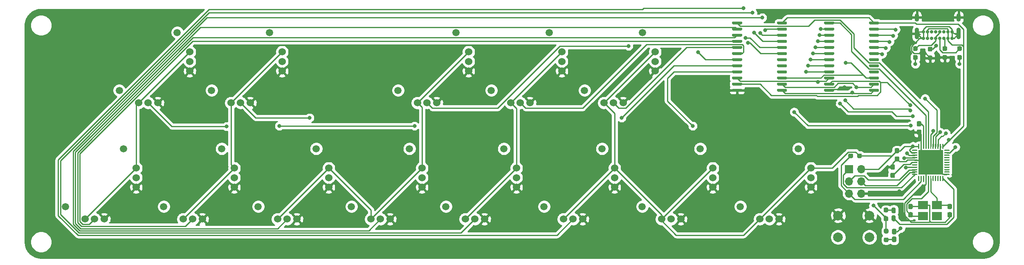
<source format=gbr>
%TF.GenerationSoftware,KiCad,Pcbnew,(5.1.9)-1*%
%TF.CreationDate,2022-01-24T16:54:11-08:00*%
%TF.ProjectId,pspMidi,7073704d-6964-4692-9e6b-696361645f70,rev?*%
%TF.SameCoordinates,Original*%
%TF.FileFunction,Copper,L1,Top*%
%TF.FilePolarity,Positive*%
%FSLAX46Y46*%
G04 Gerber Fmt 4.6, Leading zero omitted, Abs format (unit mm)*
G04 Created by KiCad (PCBNEW (5.1.9)-1) date 2022-01-24 16:54:11*
%MOMM*%
%LPD*%
G01*
G04 APERTURE LIST*
%TA.AperFunction,SMDPad,CuDef*%
%ADD10R,2.100000X1.800000*%
%TD*%
%TA.AperFunction,ComponentPad*%
%ADD11C,1.500000*%
%TD*%
%TA.AperFunction,ComponentPad*%
%ADD12C,1.524000*%
%TD*%
%TA.AperFunction,SMDPad,CuDef*%
%ADD13R,5.200000X5.200000*%
%TD*%
%TA.AperFunction,ComponentPad*%
%ADD14C,2.000000*%
%TD*%
%TA.AperFunction,ComponentPad*%
%ADD15O,1.700000X1.700000*%
%TD*%
%TA.AperFunction,ComponentPad*%
%ADD16R,1.700000X1.700000*%
%TD*%
%TA.AperFunction,ComponentPad*%
%ADD17O,0.900000X1.700000*%
%TD*%
%TA.AperFunction,ComponentPad*%
%ADD18O,0.900000X2.400000*%
%TD*%
%TA.AperFunction,ComponentPad*%
%ADD19C,0.700000*%
%TD*%
%TA.AperFunction,ViaPad*%
%ADD20C,0.800000*%
%TD*%
%TA.AperFunction,Conductor*%
%ADD21C,0.250000*%
%TD*%
%TA.AperFunction,Conductor*%
%ADD22C,0.254000*%
%TD*%
%TA.AperFunction,Conductor*%
%ADD23C,0.100000*%
%TD*%
G04 APERTURE END LIST*
%TO.P,C5,2*%
%TO.N,+5V*%
%TA.AperFunction,SMDPad,CuDef*%
G36*
G01*
X218423500Y-82579500D02*
X217948500Y-82579500D01*
G75*
G02*
X217711000Y-82342000I0J237500D01*
G01*
X217711000Y-81742000D01*
G75*
G02*
X217948500Y-81504500I237500J0D01*
G01*
X218423500Y-81504500D01*
G75*
G02*
X218661000Y-81742000I0J-237500D01*
G01*
X218661000Y-82342000D01*
G75*
G02*
X218423500Y-82579500I-237500J0D01*
G01*
G37*
%TD.AperFunction*%
%TO.P,C5,1*%
%TO.N,GND*%
%TA.AperFunction,SMDPad,CuDef*%
G36*
G01*
X218423500Y-84304500D02*
X217948500Y-84304500D01*
G75*
G02*
X217711000Y-84067000I0J237500D01*
G01*
X217711000Y-83467000D01*
G75*
G02*
X217948500Y-83229500I237500J0D01*
G01*
X218423500Y-83229500D01*
G75*
G02*
X218661000Y-83467000I0J-237500D01*
G01*
X218661000Y-84067000D01*
G75*
G02*
X218423500Y-84304500I-237500J0D01*
G01*
G37*
%TD.AperFunction*%
%TD*%
D10*
%TO.P,Y1,4*%
%TO.N,N/C*%
X226494000Y-95638000D03*
%TO.P,Y1,3*%
%TO.N,Net-(C3-Pad2)*%
X223594000Y-95638000D03*
%TO.P,Y1,2*%
%TO.N,GND*%
X223594000Y-93338000D03*
%TO.P,Y1,1*%
%TO.N,Net-(C2-Pad1)*%
X226494000Y-93338000D03*
%TD*%
D11*
%TO.P,VR13,*%
%TO.N,*%
X197770000Y-81630000D03*
X185770000Y-93630000D03*
D12*
%TO.P,VR13,6*%
%TO.N,+5V*%
X189770000Y-96230000D03*
%TO.P,VR13,5*%
%TO.N,Net-(U3-Pad19)*%
X191770000Y-96230000D03*
%TO.P,VR13,4*%
%TO.N,GND*%
X193770000Y-96230000D03*
%TO.P,VR13,3*%
X200370000Y-89630000D03*
%TO.P,VR13,2*%
%TO.N,Net-(U2-Pad19)*%
X200370000Y-87630000D03*
%TO.P,VR13,1*%
%TO.N,+5V*%
X200370000Y-85630000D03*
%TD*%
D11*
%TO.P,VR12,*%
%TO.N,*%
X177450000Y-81630000D03*
X165450000Y-93630000D03*
D12*
%TO.P,VR12,6*%
%TO.N,+5V*%
X169450000Y-96230000D03*
%TO.P,VR12,5*%
%TO.N,Net-(U3-Pad20)*%
X171450000Y-96230000D03*
%TO.P,VR12,4*%
%TO.N,GND*%
X173450000Y-96230000D03*
%TO.P,VR12,3*%
X180050000Y-89630000D03*
%TO.P,VR12,2*%
%TO.N,Net-(U2-Pad20)*%
X180050000Y-87630000D03*
%TO.P,VR12,1*%
%TO.N,+5V*%
X180050000Y-85630000D03*
%TD*%
D11*
%TO.P,VR11,*%
%TO.N,*%
X157130000Y-81630000D03*
X145130000Y-93630000D03*
D12*
%TO.P,VR11,6*%
%TO.N,+5V*%
X149130000Y-96230000D03*
%TO.P,VR11,5*%
%TO.N,Net-(U3-Pad21)*%
X151130000Y-96230000D03*
%TO.P,VR11,4*%
%TO.N,GND*%
X153130000Y-96230000D03*
%TO.P,VR11,3*%
X159730000Y-89630000D03*
%TO.P,VR11,2*%
%TO.N,Net-(U2-Pad21)*%
X159730000Y-87630000D03*
%TO.P,VR11,1*%
%TO.N,+5V*%
X159730000Y-85630000D03*
%TD*%
D11*
%TO.P,VR10,*%
%TO.N,*%
X136810000Y-81630000D03*
X124810000Y-93630000D03*
D12*
%TO.P,VR10,6*%
%TO.N,+5V*%
X128810000Y-96230000D03*
%TO.P,VR10,5*%
%TO.N,Net-(U3-Pad22)*%
X130810000Y-96230000D03*
%TO.P,VR10,4*%
%TO.N,GND*%
X132810000Y-96230000D03*
%TO.P,VR10,3*%
X139410000Y-89630000D03*
%TO.P,VR10,2*%
%TO.N,Net-(U2-Pad22)*%
X139410000Y-87630000D03*
%TO.P,VR10,1*%
%TO.N,+5V*%
X139410000Y-85630000D03*
%TD*%
D11*
%TO.P,VR9,*%
%TO.N,*%
X117252000Y-81630000D03*
X105252000Y-93630000D03*
D12*
%TO.P,VR9,6*%
%TO.N,+5V*%
X109252000Y-96230000D03*
%TO.P,VR9,5*%
%TO.N,Net-(U3-Pad23)*%
X111252000Y-96230000D03*
%TO.P,VR9,4*%
%TO.N,GND*%
X113252000Y-96230000D03*
%TO.P,VR9,3*%
X119852000Y-89630000D03*
%TO.P,VR9,2*%
%TO.N,Net-(U2-Pad23)*%
X119852000Y-87630000D03*
%TO.P,VR9,1*%
%TO.N,+5V*%
X119852000Y-85630000D03*
%TD*%
D11*
%TO.P,VR8,*%
%TO.N,*%
X97948000Y-81630000D03*
X85948000Y-93630000D03*
D12*
%TO.P,VR8,6*%
%TO.N,+5V*%
X89948000Y-96230000D03*
%TO.P,VR8,5*%
%TO.N,Net-(U3-Pad2)*%
X91948000Y-96230000D03*
%TO.P,VR8,4*%
%TO.N,GND*%
X93948000Y-96230000D03*
%TO.P,VR8,3*%
X100548000Y-89630000D03*
%TO.P,VR8,2*%
%TO.N,Net-(U2-Pad2)*%
X100548000Y-87630000D03*
%TO.P,VR8,1*%
%TO.N,+5V*%
X100548000Y-85630000D03*
%TD*%
D11*
%TO.P,VR7,*%
%TO.N,*%
X78390000Y-81630000D03*
X66390000Y-93630000D03*
D12*
%TO.P,VR7,6*%
%TO.N,+5V*%
X70390000Y-96230000D03*
%TO.P,VR7,5*%
%TO.N,Net-(U3-Pad3)*%
X72390000Y-96230000D03*
%TO.P,VR7,4*%
%TO.N,GND*%
X74390000Y-96230000D03*
%TO.P,VR7,3*%
X80990000Y-89630000D03*
%TO.P,VR7,2*%
%TO.N,Net-(U2-Pad3)*%
X80990000Y-87630000D03*
%TO.P,VR7,1*%
%TO.N,+5V*%
X80990000Y-85630000D03*
%TD*%
D11*
%TO.P,VR6,*%
%TO.N,*%
X58070000Y-81630000D03*
X46070000Y-93630000D03*
D12*
%TO.P,VR6,6*%
%TO.N,+5V*%
X50070000Y-96230000D03*
%TO.P,VR6,5*%
%TO.N,Net-(U3-Pad4)*%
X52070000Y-96230000D03*
%TO.P,VR6,4*%
%TO.N,GND*%
X54070000Y-96230000D03*
%TO.P,VR6,3*%
X60670000Y-89630000D03*
%TO.P,VR6,2*%
%TO.N,Net-(U2-Pad4)*%
X60670000Y-87630000D03*
%TO.P,VR6,1*%
%TO.N,+5V*%
X60670000Y-85630000D03*
%TD*%
D11*
%TO.P,VR5,*%
%TO.N,*%
X165512000Y-57500000D03*
X153512000Y-69500000D03*
D12*
%TO.P,VR5,6*%
%TO.N,+5V*%
X157512000Y-72100000D03*
%TO.P,VR5,5*%
%TO.N,Net-(U3-Pad5)*%
X159512000Y-72100000D03*
%TO.P,VR5,4*%
%TO.N,GND*%
X161512000Y-72100000D03*
%TO.P,VR5,3*%
X168112000Y-65500000D03*
%TO.P,VR5,2*%
%TO.N,Net-(U2-Pad5)*%
X168112000Y-63500000D03*
%TO.P,VR5,1*%
%TO.N,+5V*%
X168112000Y-61500000D03*
%TD*%
D11*
%TO.P,VR4,*%
%TO.N,*%
X146208000Y-57500000D03*
X134208000Y-69500000D03*
D12*
%TO.P,VR4,6*%
%TO.N,+5V*%
X138208000Y-72100000D03*
%TO.P,VR4,5*%
%TO.N,Net-(U3-Pad6)*%
X140208000Y-72100000D03*
%TO.P,VR4,4*%
%TO.N,GND*%
X142208000Y-72100000D03*
%TO.P,VR4,3*%
X148808000Y-65500000D03*
%TO.P,VR4,2*%
%TO.N,Net-(U2-Pad6)*%
X148808000Y-63500000D03*
%TO.P,VR4,1*%
%TO.N,+5V*%
X148808000Y-61500000D03*
%TD*%
D11*
%TO.P,VR3,*%
%TO.N,*%
X126904000Y-57500000D03*
X114904000Y-69500000D03*
D12*
%TO.P,VR3,6*%
%TO.N,+5V*%
X118904000Y-72100000D03*
%TO.P,VR3,5*%
%TO.N,Net-(U3-Pad7)*%
X120904000Y-72100000D03*
%TO.P,VR3,4*%
%TO.N,GND*%
X122904000Y-72100000D03*
%TO.P,VR3,3*%
X129504000Y-65500000D03*
%TO.P,VR3,2*%
%TO.N,Net-(U2-Pad7)*%
X129504000Y-63500000D03*
%TO.P,VR3,1*%
%TO.N,+5V*%
X129504000Y-61500000D03*
%TD*%
D11*
%TO.P,VR2,*%
%TO.N,*%
X88296000Y-57500000D03*
X76296000Y-69500000D03*
D12*
%TO.P,VR2,6*%
%TO.N,+5V*%
X80296000Y-72100000D03*
%TO.P,VR2,5*%
%TO.N,Net-(U3-Pad8)*%
X82296000Y-72100000D03*
%TO.P,VR2,4*%
%TO.N,GND*%
X84296000Y-72100000D03*
%TO.P,VR2,3*%
X90896000Y-65500000D03*
%TO.P,VR2,2*%
%TO.N,Net-(U2-Pad8)*%
X90896000Y-63500000D03*
%TO.P,VR2,1*%
%TO.N,+5V*%
X90896000Y-61500000D03*
%TD*%
D11*
%TO.P,VR1,*%
%TO.N,*%
X69166001Y-57500000D03*
X57166001Y-69500000D03*
D12*
%TO.P,VR1,6*%
%TO.N,+5V*%
X61166001Y-72100000D03*
%TO.P,VR1,5*%
%TO.N,Net-(U3-Pad9)*%
X63166001Y-72100000D03*
%TO.P,VR1,4*%
%TO.N,GND*%
X65166001Y-72100000D03*
%TO.P,VR1,3*%
X71766001Y-65500000D03*
%TO.P,VR1,2*%
%TO.N,Net-(U2-Pad9)*%
X71766001Y-63500000D03*
%TO.P,VR1,1*%
%TO.N,+5V*%
X71766001Y-61500000D03*
%TD*%
%TO.P,U3,24*%
%TO.N,+5V*%
%TA.AperFunction,SMDPad,CuDef*%
G36*
G01*
X193363000Y-55649000D02*
X193363000Y-55349000D01*
G75*
G02*
X193513000Y-55199000I150000J0D01*
G01*
X195263000Y-55199000D01*
G75*
G02*
X195413000Y-55349000I0J-150000D01*
G01*
X195413000Y-55649000D01*
G75*
G02*
X195263000Y-55799000I-150000J0D01*
G01*
X193513000Y-55799000D01*
G75*
G02*
X193363000Y-55649000I0J150000D01*
G01*
G37*
%TD.AperFunction*%
%TO.P,U3,23*%
%TO.N,Net-(U3-Pad23)*%
%TA.AperFunction,SMDPad,CuDef*%
G36*
G01*
X193363000Y-56919000D02*
X193363000Y-56619000D01*
G75*
G02*
X193513000Y-56469000I150000J0D01*
G01*
X195263000Y-56469000D01*
G75*
G02*
X195413000Y-56619000I0J-150000D01*
G01*
X195413000Y-56919000D01*
G75*
G02*
X195263000Y-57069000I-150000J0D01*
G01*
X193513000Y-57069000D01*
G75*
G02*
X193363000Y-56919000I0J150000D01*
G01*
G37*
%TD.AperFunction*%
%TO.P,U3,22*%
%TO.N,Net-(U3-Pad22)*%
%TA.AperFunction,SMDPad,CuDef*%
G36*
G01*
X193363000Y-58189000D02*
X193363000Y-57889000D01*
G75*
G02*
X193513000Y-57739000I150000J0D01*
G01*
X195263000Y-57739000D01*
G75*
G02*
X195413000Y-57889000I0J-150000D01*
G01*
X195413000Y-58189000D01*
G75*
G02*
X195263000Y-58339000I-150000J0D01*
G01*
X193513000Y-58339000D01*
G75*
G02*
X193363000Y-58189000I0J150000D01*
G01*
G37*
%TD.AperFunction*%
%TO.P,U3,21*%
%TO.N,Net-(U3-Pad21)*%
%TA.AperFunction,SMDPad,CuDef*%
G36*
G01*
X193363000Y-59459000D02*
X193363000Y-59159000D01*
G75*
G02*
X193513000Y-59009000I150000J0D01*
G01*
X195263000Y-59009000D01*
G75*
G02*
X195413000Y-59159000I0J-150000D01*
G01*
X195413000Y-59459000D01*
G75*
G02*
X195263000Y-59609000I-150000J0D01*
G01*
X193513000Y-59609000D01*
G75*
G02*
X193363000Y-59459000I0J150000D01*
G01*
G37*
%TD.AperFunction*%
%TO.P,U3,20*%
%TO.N,Net-(U3-Pad20)*%
%TA.AperFunction,SMDPad,CuDef*%
G36*
G01*
X193363000Y-60729000D02*
X193363000Y-60429000D01*
G75*
G02*
X193513000Y-60279000I150000J0D01*
G01*
X195263000Y-60279000D01*
G75*
G02*
X195413000Y-60429000I0J-150000D01*
G01*
X195413000Y-60729000D01*
G75*
G02*
X195263000Y-60879000I-150000J0D01*
G01*
X193513000Y-60879000D01*
G75*
G02*
X193363000Y-60729000I0J150000D01*
G01*
G37*
%TD.AperFunction*%
%TO.P,U3,19*%
%TO.N,Net-(U3-Pad19)*%
%TA.AperFunction,SMDPad,CuDef*%
G36*
G01*
X193363000Y-61999000D02*
X193363000Y-61699000D01*
G75*
G02*
X193513000Y-61549000I150000J0D01*
G01*
X195263000Y-61549000D01*
G75*
G02*
X195413000Y-61699000I0J-150000D01*
G01*
X195413000Y-61999000D01*
G75*
G02*
X195263000Y-62149000I-150000J0D01*
G01*
X193513000Y-62149000D01*
G75*
G02*
X193363000Y-61999000I0J150000D01*
G01*
G37*
%TD.AperFunction*%
%TO.P,U3,18*%
%TO.N,Net-(U3-Pad18)*%
%TA.AperFunction,SMDPad,CuDef*%
G36*
G01*
X193363000Y-63269000D02*
X193363000Y-62969000D01*
G75*
G02*
X193513000Y-62819000I150000J0D01*
G01*
X195263000Y-62819000D01*
G75*
G02*
X195413000Y-62969000I0J-150000D01*
G01*
X195413000Y-63269000D01*
G75*
G02*
X195263000Y-63419000I-150000J0D01*
G01*
X193513000Y-63419000D01*
G75*
G02*
X193363000Y-63269000I0J150000D01*
G01*
G37*
%TD.AperFunction*%
%TO.P,U3,17*%
%TO.N,Net-(U3-Pad17)*%
%TA.AperFunction,SMDPad,CuDef*%
G36*
G01*
X193363000Y-64539000D02*
X193363000Y-64239000D01*
G75*
G02*
X193513000Y-64089000I150000J0D01*
G01*
X195263000Y-64089000D01*
G75*
G02*
X195413000Y-64239000I0J-150000D01*
G01*
X195413000Y-64539000D01*
G75*
G02*
X195263000Y-64689000I-150000J0D01*
G01*
X193513000Y-64689000D01*
G75*
G02*
X193363000Y-64539000I0J150000D01*
G01*
G37*
%TD.AperFunction*%
%TO.P,U3,16*%
%TO.N,Net-(U3-Pad16)*%
%TA.AperFunction,SMDPad,CuDef*%
G36*
G01*
X193363000Y-65809000D02*
X193363000Y-65509000D01*
G75*
G02*
X193513000Y-65359000I150000J0D01*
G01*
X195263000Y-65359000D01*
G75*
G02*
X195413000Y-65509000I0J-150000D01*
G01*
X195413000Y-65809000D01*
G75*
G02*
X195263000Y-65959000I-150000J0D01*
G01*
X193513000Y-65959000D01*
G75*
G02*
X193363000Y-65809000I0J150000D01*
G01*
G37*
%TD.AperFunction*%
%TO.P,U3,15*%
%TO.N,Net-(U1-Pad32)*%
%TA.AperFunction,SMDPad,CuDef*%
G36*
G01*
X193363000Y-67079000D02*
X193363000Y-66779000D01*
G75*
G02*
X193513000Y-66629000I150000J0D01*
G01*
X195263000Y-66629000D01*
G75*
G02*
X195413000Y-66779000I0J-150000D01*
G01*
X195413000Y-67079000D01*
G75*
G02*
X195263000Y-67229000I-150000J0D01*
G01*
X193513000Y-67229000D01*
G75*
G02*
X193363000Y-67079000I0J150000D01*
G01*
G37*
%TD.AperFunction*%
%TO.P,U3,14*%
%TO.N,Net-(U1-Pad37)*%
%TA.AperFunction,SMDPad,CuDef*%
G36*
G01*
X193363000Y-68349000D02*
X193363000Y-68049000D01*
G75*
G02*
X193513000Y-67899000I150000J0D01*
G01*
X195263000Y-67899000D01*
G75*
G02*
X195413000Y-68049000I0J-150000D01*
G01*
X195413000Y-68349000D01*
G75*
G02*
X195263000Y-68499000I-150000J0D01*
G01*
X193513000Y-68499000D01*
G75*
G02*
X193363000Y-68349000I0J150000D01*
G01*
G37*
%TD.AperFunction*%
%TO.P,U3,13*%
%TO.N,Net-(U1-Pad36)*%
%TA.AperFunction,SMDPad,CuDef*%
G36*
G01*
X193363000Y-69619000D02*
X193363000Y-69319000D01*
G75*
G02*
X193513000Y-69169000I150000J0D01*
G01*
X195263000Y-69169000D01*
G75*
G02*
X195413000Y-69319000I0J-150000D01*
G01*
X195413000Y-69619000D01*
G75*
G02*
X195263000Y-69769000I-150000J0D01*
G01*
X193513000Y-69769000D01*
G75*
G02*
X193363000Y-69619000I0J150000D01*
G01*
G37*
%TD.AperFunction*%
%TO.P,U3,12*%
%TO.N,GND*%
%TA.AperFunction,SMDPad,CuDef*%
G36*
G01*
X184063000Y-69619000D02*
X184063000Y-69319000D01*
G75*
G02*
X184213000Y-69169000I150000J0D01*
G01*
X185963000Y-69169000D01*
G75*
G02*
X186113000Y-69319000I0J-150000D01*
G01*
X186113000Y-69619000D01*
G75*
G02*
X185963000Y-69769000I-150000J0D01*
G01*
X184213000Y-69769000D01*
G75*
G02*
X184063000Y-69619000I0J150000D01*
G01*
G37*
%TD.AperFunction*%
%TO.P,U3,11*%
%TO.N,Net-(U1-Pad38)*%
%TA.AperFunction,SMDPad,CuDef*%
G36*
G01*
X184063000Y-68349000D02*
X184063000Y-68049000D01*
G75*
G02*
X184213000Y-67899000I150000J0D01*
G01*
X185963000Y-67899000D01*
G75*
G02*
X186113000Y-68049000I0J-150000D01*
G01*
X186113000Y-68349000D01*
G75*
G02*
X185963000Y-68499000I-150000J0D01*
G01*
X184213000Y-68499000D01*
G75*
G02*
X184063000Y-68349000I0J150000D01*
G01*
G37*
%TD.AperFunction*%
%TO.P,U3,10*%
%TO.N,Net-(U1-Pad39)*%
%TA.AperFunction,SMDPad,CuDef*%
G36*
G01*
X184063000Y-67079000D02*
X184063000Y-66779000D01*
G75*
G02*
X184213000Y-66629000I150000J0D01*
G01*
X185963000Y-66629000D01*
G75*
G02*
X186113000Y-66779000I0J-150000D01*
G01*
X186113000Y-67079000D01*
G75*
G02*
X185963000Y-67229000I-150000J0D01*
G01*
X184213000Y-67229000D01*
G75*
G02*
X184063000Y-67079000I0J150000D01*
G01*
G37*
%TD.AperFunction*%
%TO.P,U3,9*%
%TO.N,Net-(U3-Pad9)*%
%TA.AperFunction,SMDPad,CuDef*%
G36*
G01*
X184063000Y-65809000D02*
X184063000Y-65509000D01*
G75*
G02*
X184213000Y-65359000I150000J0D01*
G01*
X185963000Y-65359000D01*
G75*
G02*
X186113000Y-65509000I0J-150000D01*
G01*
X186113000Y-65809000D01*
G75*
G02*
X185963000Y-65959000I-150000J0D01*
G01*
X184213000Y-65959000D01*
G75*
G02*
X184063000Y-65809000I0J150000D01*
G01*
G37*
%TD.AperFunction*%
%TO.P,U3,8*%
%TO.N,Net-(U3-Pad8)*%
%TA.AperFunction,SMDPad,CuDef*%
G36*
G01*
X184063000Y-64539000D02*
X184063000Y-64239000D01*
G75*
G02*
X184213000Y-64089000I150000J0D01*
G01*
X185963000Y-64089000D01*
G75*
G02*
X186113000Y-64239000I0J-150000D01*
G01*
X186113000Y-64539000D01*
G75*
G02*
X185963000Y-64689000I-150000J0D01*
G01*
X184213000Y-64689000D01*
G75*
G02*
X184063000Y-64539000I0J150000D01*
G01*
G37*
%TD.AperFunction*%
%TO.P,U3,7*%
%TO.N,Net-(U3-Pad7)*%
%TA.AperFunction,SMDPad,CuDef*%
G36*
G01*
X184063000Y-63269000D02*
X184063000Y-62969000D01*
G75*
G02*
X184213000Y-62819000I150000J0D01*
G01*
X185963000Y-62819000D01*
G75*
G02*
X186113000Y-62969000I0J-150000D01*
G01*
X186113000Y-63269000D01*
G75*
G02*
X185963000Y-63419000I-150000J0D01*
G01*
X184213000Y-63419000D01*
G75*
G02*
X184063000Y-63269000I0J150000D01*
G01*
G37*
%TD.AperFunction*%
%TO.P,U3,6*%
%TO.N,Net-(U3-Pad6)*%
%TA.AperFunction,SMDPad,CuDef*%
G36*
G01*
X184063000Y-61999000D02*
X184063000Y-61699000D01*
G75*
G02*
X184213000Y-61549000I150000J0D01*
G01*
X185963000Y-61549000D01*
G75*
G02*
X186113000Y-61699000I0J-150000D01*
G01*
X186113000Y-61999000D01*
G75*
G02*
X185963000Y-62149000I-150000J0D01*
G01*
X184213000Y-62149000D01*
G75*
G02*
X184063000Y-61999000I0J150000D01*
G01*
G37*
%TD.AperFunction*%
%TO.P,U3,5*%
%TO.N,Net-(U3-Pad5)*%
%TA.AperFunction,SMDPad,CuDef*%
G36*
G01*
X184063000Y-60729000D02*
X184063000Y-60429000D01*
G75*
G02*
X184213000Y-60279000I150000J0D01*
G01*
X185963000Y-60279000D01*
G75*
G02*
X186113000Y-60429000I0J-150000D01*
G01*
X186113000Y-60729000D01*
G75*
G02*
X185963000Y-60879000I-150000J0D01*
G01*
X184213000Y-60879000D01*
G75*
G02*
X184063000Y-60729000I0J150000D01*
G01*
G37*
%TD.AperFunction*%
%TO.P,U3,4*%
%TO.N,Net-(U3-Pad4)*%
%TA.AperFunction,SMDPad,CuDef*%
G36*
G01*
X184063000Y-59459000D02*
X184063000Y-59159000D01*
G75*
G02*
X184213000Y-59009000I150000J0D01*
G01*
X185963000Y-59009000D01*
G75*
G02*
X186113000Y-59159000I0J-150000D01*
G01*
X186113000Y-59459000D01*
G75*
G02*
X185963000Y-59609000I-150000J0D01*
G01*
X184213000Y-59609000D01*
G75*
G02*
X184063000Y-59459000I0J150000D01*
G01*
G37*
%TD.AperFunction*%
%TO.P,U3,3*%
%TO.N,Net-(U3-Pad3)*%
%TA.AperFunction,SMDPad,CuDef*%
G36*
G01*
X184063000Y-58189000D02*
X184063000Y-57889000D01*
G75*
G02*
X184213000Y-57739000I150000J0D01*
G01*
X185963000Y-57739000D01*
G75*
G02*
X186113000Y-57889000I0J-150000D01*
G01*
X186113000Y-58189000D01*
G75*
G02*
X185963000Y-58339000I-150000J0D01*
G01*
X184213000Y-58339000D01*
G75*
G02*
X184063000Y-58189000I0J150000D01*
G01*
G37*
%TD.AperFunction*%
%TO.P,U3,2*%
%TO.N,Net-(U3-Pad2)*%
%TA.AperFunction,SMDPad,CuDef*%
G36*
G01*
X184063000Y-56919000D02*
X184063000Y-56619000D01*
G75*
G02*
X184213000Y-56469000I150000J0D01*
G01*
X185963000Y-56469000D01*
G75*
G02*
X186113000Y-56619000I0J-150000D01*
G01*
X186113000Y-56919000D01*
G75*
G02*
X185963000Y-57069000I-150000J0D01*
G01*
X184213000Y-57069000D01*
G75*
G02*
X184063000Y-56919000I0J150000D01*
G01*
G37*
%TD.AperFunction*%
%TO.P,U3,1*%
%TO.N,Net-(U1-Pad40)*%
%TA.AperFunction,SMDPad,CuDef*%
G36*
G01*
X184063000Y-55649000D02*
X184063000Y-55349000D01*
G75*
G02*
X184213000Y-55199000I150000J0D01*
G01*
X185963000Y-55199000D01*
G75*
G02*
X186113000Y-55349000I0J-150000D01*
G01*
X186113000Y-55649000D01*
G75*
G02*
X185963000Y-55799000I-150000J0D01*
G01*
X184213000Y-55799000D01*
G75*
G02*
X184063000Y-55649000I0J150000D01*
G01*
G37*
%TD.AperFunction*%
%TD*%
%TO.P,U2,24*%
%TO.N,+5V*%
%TA.AperFunction,SMDPad,CuDef*%
G36*
G01*
X212413000Y-55649000D02*
X212413000Y-55349000D01*
G75*
G02*
X212563000Y-55199000I150000J0D01*
G01*
X214313000Y-55199000D01*
G75*
G02*
X214463000Y-55349000I0J-150000D01*
G01*
X214463000Y-55649000D01*
G75*
G02*
X214313000Y-55799000I-150000J0D01*
G01*
X212563000Y-55799000D01*
G75*
G02*
X212413000Y-55649000I0J150000D01*
G01*
G37*
%TD.AperFunction*%
%TO.P,U2,23*%
%TO.N,Net-(U2-Pad23)*%
%TA.AperFunction,SMDPad,CuDef*%
G36*
G01*
X212413000Y-56919000D02*
X212413000Y-56619000D01*
G75*
G02*
X212563000Y-56469000I150000J0D01*
G01*
X214313000Y-56469000D01*
G75*
G02*
X214463000Y-56619000I0J-150000D01*
G01*
X214463000Y-56919000D01*
G75*
G02*
X214313000Y-57069000I-150000J0D01*
G01*
X212563000Y-57069000D01*
G75*
G02*
X212413000Y-56919000I0J150000D01*
G01*
G37*
%TD.AperFunction*%
%TO.P,U2,22*%
%TO.N,Net-(U2-Pad22)*%
%TA.AperFunction,SMDPad,CuDef*%
G36*
G01*
X212413000Y-58189000D02*
X212413000Y-57889000D01*
G75*
G02*
X212563000Y-57739000I150000J0D01*
G01*
X214313000Y-57739000D01*
G75*
G02*
X214463000Y-57889000I0J-150000D01*
G01*
X214463000Y-58189000D01*
G75*
G02*
X214313000Y-58339000I-150000J0D01*
G01*
X212563000Y-58339000D01*
G75*
G02*
X212413000Y-58189000I0J150000D01*
G01*
G37*
%TD.AperFunction*%
%TO.P,U2,21*%
%TO.N,Net-(U2-Pad21)*%
%TA.AperFunction,SMDPad,CuDef*%
G36*
G01*
X212413000Y-59459000D02*
X212413000Y-59159000D01*
G75*
G02*
X212563000Y-59009000I150000J0D01*
G01*
X214313000Y-59009000D01*
G75*
G02*
X214463000Y-59159000I0J-150000D01*
G01*
X214463000Y-59459000D01*
G75*
G02*
X214313000Y-59609000I-150000J0D01*
G01*
X212563000Y-59609000D01*
G75*
G02*
X212413000Y-59459000I0J150000D01*
G01*
G37*
%TD.AperFunction*%
%TO.P,U2,20*%
%TO.N,Net-(U2-Pad20)*%
%TA.AperFunction,SMDPad,CuDef*%
G36*
G01*
X212413000Y-60729000D02*
X212413000Y-60429000D01*
G75*
G02*
X212563000Y-60279000I150000J0D01*
G01*
X214313000Y-60279000D01*
G75*
G02*
X214463000Y-60429000I0J-150000D01*
G01*
X214463000Y-60729000D01*
G75*
G02*
X214313000Y-60879000I-150000J0D01*
G01*
X212563000Y-60879000D01*
G75*
G02*
X212413000Y-60729000I0J150000D01*
G01*
G37*
%TD.AperFunction*%
%TO.P,U2,19*%
%TO.N,Net-(U2-Pad19)*%
%TA.AperFunction,SMDPad,CuDef*%
G36*
G01*
X212413000Y-61999000D02*
X212413000Y-61699000D01*
G75*
G02*
X212563000Y-61549000I150000J0D01*
G01*
X214313000Y-61549000D01*
G75*
G02*
X214463000Y-61699000I0J-150000D01*
G01*
X214463000Y-61999000D01*
G75*
G02*
X214313000Y-62149000I-150000J0D01*
G01*
X212563000Y-62149000D01*
G75*
G02*
X212413000Y-61999000I0J150000D01*
G01*
G37*
%TD.AperFunction*%
%TO.P,U2,18*%
%TO.N,Net-(U2-Pad18)*%
%TA.AperFunction,SMDPad,CuDef*%
G36*
G01*
X212413000Y-63269000D02*
X212413000Y-62969000D01*
G75*
G02*
X212563000Y-62819000I150000J0D01*
G01*
X214313000Y-62819000D01*
G75*
G02*
X214463000Y-62969000I0J-150000D01*
G01*
X214463000Y-63269000D01*
G75*
G02*
X214313000Y-63419000I-150000J0D01*
G01*
X212563000Y-63419000D01*
G75*
G02*
X212413000Y-63269000I0J150000D01*
G01*
G37*
%TD.AperFunction*%
%TO.P,U2,17*%
%TO.N,Net-(U2-Pad17)*%
%TA.AperFunction,SMDPad,CuDef*%
G36*
G01*
X212413000Y-64539000D02*
X212413000Y-64239000D01*
G75*
G02*
X212563000Y-64089000I150000J0D01*
G01*
X214313000Y-64089000D01*
G75*
G02*
X214463000Y-64239000I0J-150000D01*
G01*
X214463000Y-64539000D01*
G75*
G02*
X214313000Y-64689000I-150000J0D01*
G01*
X212563000Y-64689000D01*
G75*
G02*
X212413000Y-64539000I0J150000D01*
G01*
G37*
%TD.AperFunction*%
%TO.P,U2,16*%
%TO.N,Net-(U2-Pad16)*%
%TA.AperFunction,SMDPad,CuDef*%
G36*
G01*
X212413000Y-65809000D02*
X212413000Y-65509000D01*
G75*
G02*
X212563000Y-65359000I150000J0D01*
G01*
X214313000Y-65359000D01*
G75*
G02*
X214463000Y-65509000I0J-150000D01*
G01*
X214463000Y-65809000D01*
G75*
G02*
X214313000Y-65959000I-150000J0D01*
G01*
X212563000Y-65959000D01*
G75*
G02*
X212413000Y-65809000I0J150000D01*
G01*
G37*
%TD.AperFunction*%
%TO.P,U2,15*%
%TO.N,Net-(U1-Pad32)*%
%TA.AperFunction,SMDPad,CuDef*%
G36*
G01*
X212413000Y-67079000D02*
X212413000Y-66779000D01*
G75*
G02*
X212563000Y-66629000I150000J0D01*
G01*
X214313000Y-66629000D01*
G75*
G02*
X214463000Y-66779000I0J-150000D01*
G01*
X214463000Y-67079000D01*
G75*
G02*
X214313000Y-67229000I-150000J0D01*
G01*
X212563000Y-67229000D01*
G75*
G02*
X212413000Y-67079000I0J150000D01*
G01*
G37*
%TD.AperFunction*%
%TO.P,U2,14*%
%TO.N,Net-(U1-Pad37)*%
%TA.AperFunction,SMDPad,CuDef*%
G36*
G01*
X212413000Y-68349000D02*
X212413000Y-68049000D01*
G75*
G02*
X212563000Y-67899000I150000J0D01*
G01*
X214313000Y-67899000D01*
G75*
G02*
X214463000Y-68049000I0J-150000D01*
G01*
X214463000Y-68349000D01*
G75*
G02*
X214313000Y-68499000I-150000J0D01*
G01*
X212563000Y-68499000D01*
G75*
G02*
X212413000Y-68349000I0J150000D01*
G01*
G37*
%TD.AperFunction*%
%TO.P,U2,13*%
%TO.N,Net-(U1-Pad36)*%
%TA.AperFunction,SMDPad,CuDef*%
G36*
G01*
X212413000Y-69619000D02*
X212413000Y-69319000D01*
G75*
G02*
X212563000Y-69169000I150000J0D01*
G01*
X214313000Y-69169000D01*
G75*
G02*
X214463000Y-69319000I0J-150000D01*
G01*
X214463000Y-69619000D01*
G75*
G02*
X214313000Y-69769000I-150000J0D01*
G01*
X212563000Y-69769000D01*
G75*
G02*
X212413000Y-69619000I0J150000D01*
G01*
G37*
%TD.AperFunction*%
%TO.P,U2,12*%
%TO.N,GND*%
%TA.AperFunction,SMDPad,CuDef*%
G36*
G01*
X203113000Y-69619000D02*
X203113000Y-69319000D01*
G75*
G02*
X203263000Y-69169000I150000J0D01*
G01*
X205013000Y-69169000D01*
G75*
G02*
X205163000Y-69319000I0J-150000D01*
G01*
X205163000Y-69619000D01*
G75*
G02*
X205013000Y-69769000I-150000J0D01*
G01*
X203263000Y-69769000D01*
G75*
G02*
X203113000Y-69619000I0J150000D01*
G01*
G37*
%TD.AperFunction*%
%TO.P,U2,11*%
%TO.N,Net-(U1-Pad38)*%
%TA.AperFunction,SMDPad,CuDef*%
G36*
G01*
X203113000Y-68349000D02*
X203113000Y-68049000D01*
G75*
G02*
X203263000Y-67899000I150000J0D01*
G01*
X205013000Y-67899000D01*
G75*
G02*
X205163000Y-68049000I0J-150000D01*
G01*
X205163000Y-68349000D01*
G75*
G02*
X205013000Y-68499000I-150000J0D01*
G01*
X203263000Y-68499000D01*
G75*
G02*
X203113000Y-68349000I0J150000D01*
G01*
G37*
%TD.AperFunction*%
%TO.P,U2,10*%
%TO.N,Net-(U1-Pad39)*%
%TA.AperFunction,SMDPad,CuDef*%
G36*
G01*
X203113000Y-67079000D02*
X203113000Y-66779000D01*
G75*
G02*
X203263000Y-66629000I150000J0D01*
G01*
X205013000Y-66629000D01*
G75*
G02*
X205163000Y-66779000I0J-150000D01*
G01*
X205163000Y-67079000D01*
G75*
G02*
X205013000Y-67229000I-150000J0D01*
G01*
X203263000Y-67229000D01*
G75*
G02*
X203113000Y-67079000I0J150000D01*
G01*
G37*
%TD.AperFunction*%
%TO.P,U2,9*%
%TO.N,Net-(U2-Pad9)*%
%TA.AperFunction,SMDPad,CuDef*%
G36*
G01*
X203113000Y-65809000D02*
X203113000Y-65509000D01*
G75*
G02*
X203263000Y-65359000I150000J0D01*
G01*
X205013000Y-65359000D01*
G75*
G02*
X205163000Y-65509000I0J-150000D01*
G01*
X205163000Y-65809000D01*
G75*
G02*
X205013000Y-65959000I-150000J0D01*
G01*
X203263000Y-65959000D01*
G75*
G02*
X203113000Y-65809000I0J150000D01*
G01*
G37*
%TD.AperFunction*%
%TO.P,U2,8*%
%TO.N,Net-(U2-Pad8)*%
%TA.AperFunction,SMDPad,CuDef*%
G36*
G01*
X203113000Y-64539000D02*
X203113000Y-64239000D01*
G75*
G02*
X203263000Y-64089000I150000J0D01*
G01*
X205013000Y-64089000D01*
G75*
G02*
X205163000Y-64239000I0J-150000D01*
G01*
X205163000Y-64539000D01*
G75*
G02*
X205013000Y-64689000I-150000J0D01*
G01*
X203263000Y-64689000D01*
G75*
G02*
X203113000Y-64539000I0J150000D01*
G01*
G37*
%TD.AperFunction*%
%TO.P,U2,7*%
%TO.N,Net-(U2-Pad7)*%
%TA.AperFunction,SMDPad,CuDef*%
G36*
G01*
X203113000Y-63269000D02*
X203113000Y-62969000D01*
G75*
G02*
X203263000Y-62819000I150000J0D01*
G01*
X205013000Y-62819000D01*
G75*
G02*
X205163000Y-62969000I0J-150000D01*
G01*
X205163000Y-63269000D01*
G75*
G02*
X205013000Y-63419000I-150000J0D01*
G01*
X203263000Y-63419000D01*
G75*
G02*
X203113000Y-63269000I0J150000D01*
G01*
G37*
%TD.AperFunction*%
%TO.P,U2,6*%
%TO.N,Net-(U2-Pad6)*%
%TA.AperFunction,SMDPad,CuDef*%
G36*
G01*
X203113000Y-61999000D02*
X203113000Y-61699000D01*
G75*
G02*
X203263000Y-61549000I150000J0D01*
G01*
X205013000Y-61549000D01*
G75*
G02*
X205163000Y-61699000I0J-150000D01*
G01*
X205163000Y-61999000D01*
G75*
G02*
X205013000Y-62149000I-150000J0D01*
G01*
X203263000Y-62149000D01*
G75*
G02*
X203113000Y-61999000I0J150000D01*
G01*
G37*
%TD.AperFunction*%
%TO.P,U2,5*%
%TO.N,Net-(U2-Pad5)*%
%TA.AperFunction,SMDPad,CuDef*%
G36*
G01*
X203113000Y-60729000D02*
X203113000Y-60429000D01*
G75*
G02*
X203263000Y-60279000I150000J0D01*
G01*
X205013000Y-60279000D01*
G75*
G02*
X205163000Y-60429000I0J-150000D01*
G01*
X205163000Y-60729000D01*
G75*
G02*
X205013000Y-60879000I-150000J0D01*
G01*
X203263000Y-60879000D01*
G75*
G02*
X203113000Y-60729000I0J150000D01*
G01*
G37*
%TD.AperFunction*%
%TO.P,U2,4*%
%TO.N,Net-(U2-Pad4)*%
%TA.AperFunction,SMDPad,CuDef*%
G36*
G01*
X203113000Y-59459000D02*
X203113000Y-59159000D01*
G75*
G02*
X203263000Y-59009000I150000J0D01*
G01*
X205013000Y-59009000D01*
G75*
G02*
X205163000Y-59159000I0J-150000D01*
G01*
X205163000Y-59459000D01*
G75*
G02*
X205013000Y-59609000I-150000J0D01*
G01*
X203263000Y-59609000D01*
G75*
G02*
X203113000Y-59459000I0J150000D01*
G01*
G37*
%TD.AperFunction*%
%TO.P,U2,3*%
%TO.N,Net-(U2-Pad3)*%
%TA.AperFunction,SMDPad,CuDef*%
G36*
G01*
X203113000Y-58189000D02*
X203113000Y-57889000D01*
G75*
G02*
X203263000Y-57739000I150000J0D01*
G01*
X205013000Y-57739000D01*
G75*
G02*
X205163000Y-57889000I0J-150000D01*
G01*
X205163000Y-58189000D01*
G75*
G02*
X205013000Y-58339000I-150000J0D01*
G01*
X203263000Y-58339000D01*
G75*
G02*
X203113000Y-58189000I0J150000D01*
G01*
G37*
%TD.AperFunction*%
%TO.P,U2,2*%
%TO.N,Net-(U2-Pad2)*%
%TA.AperFunction,SMDPad,CuDef*%
G36*
G01*
X203113000Y-56919000D02*
X203113000Y-56619000D01*
G75*
G02*
X203263000Y-56469000I150000J0D01*
G01*
X205013000Y-56469000D01*
G75*
G02*
X205163000Y-56619000I0J-150000D01*
G01*
X205163000Y-56919000D01*
G75*
G02*
X205013000Y-57069000I-150000J0D01*
G01*
X203263000Y-57069000D01*
G75*
G02*
X203113000Y-56919000I0J150000D01*
G01*
G37*
%TD.AperFunction*%
%TO.P,U2,1*%
%TO.N,Net-(U1-Pad41)*%
%TA.AperFunction,SMDPad,CuDef*%
G36*
G01*
X203113000Y-55649000D02*
X203113000Y-55349000D01*
G75*
G02*
X203263000Y-55199000I150000J0D01*
G01*
X205013000Y-55199000D01*
G75*
G02*
X205163000Y-55349000I0J-150000D01*
G01*
X205163000Y-55649000D01*
G75*
G02*
X205013000Y-55799000I-150000J0D01*
G01*
X203263000Y-55799000D01*
G75*
G02*
X203113000Y-55649000I0J150000D01*
G01*
G37*
%TD.AperFunction*%
%TD*%
D13*
%TO.P,U1,45*%
%TO.N,GND*%
X225186000Y-84470000D03*
%TO.P,U1,44*%
%TO.N,+5V*%
%TA.AperFunction,SMDPad,CuDef*%
G36*
G01*
X222561000Y-81607500D02*
X222561000Y-80657500D01*
G75*
G02*
X222623500Y-80595000I62500J0D01*
G01*
X222748500Y-80595000D01*
G75*
G02*
X222811000Y-80657500I0J-62500D01*
G01*
X222811000Y-81607500D01*
G75*
G02*
X222748500Y-81670000I-62500J0D01*
G01*
X222623500Y-81670000D01*
G75*
G02*
X222561000Y-81607500I0J62500D01*
G01*
G37*
%TD.AperFunction*%
%TO.P,U1,43*%
%TO.N,GND*%
%TA.AperFunction,SMDPad,CuDef*%
G36*
G01*
X223061000Y-81607500D02*
X223061000Y-80657500D01*
G75*
G02*
X223123500Y-80595000I62500J0D01*
G01*
X223248500Y-80595000D01*
G75*
G02*
X223311000Y-80657500I0J-62500D01*
G01*
X223311000Y-81607500D01*
G75*
G02*
X223248500Y-81670000I-62500J0D01*
G01*
X223123500Y-81670000D01*
G75*
G02*
X223061000Y-81607500I0J62500D01*
G01*
G37*
%TD.AperFunction*%
%TO.P,U1,42*%
%TO.N,Net-(C4-Pad2)*%
%TA.AperFunction,SMDPad,CuDef*%
G36*
G01*
X223561000Y-81607500D02*
X223561000Y-80657500D01*
G75*
G02*
X223623500Y-80595000I62500J0D01*
G01*
X223748500Y-80595000D01*
G75*
G02*
X223811000Y-80657500I0J-62500D01*
G01*
X223811000Y-81607500D01*
G75*
G02*
X223748500Y-81670000I-62500J0D01*
G01*
X223623500Y-81670000D01*
G75*
G02*
X223561000Y-81607500I0J62500D01*
G01*
G37*
%TD.AperFunction*%
%TO.P,U1,41*%
%TO.N,Net-(U1-Pad41)*%
%TA.AperFunction,SMDPad,CuDef*%
G36*
G01*
X224061000Y-81607500D02*
X224061000Y-80657500D01*
G75*
G02*
X224123500Y-80595000I62500J0D01*
G01*
X224248500Y-80595000D01*
G75*
G02*
X224311000Y-80657500I0J-62500D01*
G01*
X224311000Y-81607500D01*
G75*
G02*
X224248500Y-81670000I-62500J0D01*
G01*
X224123500Y-81670000D01*
G75*
G02*
X224061000Y-81607500I0J62500D01*
G01*
G37*
%TD.AperFunction*%
%TO.P,U1,40*%
%TO.N,Net-(U1-Pad40)*%
%TA.AperFunction,SMDPad,CuDef*%
G36*
G01*
X224561000Y-81607500D02*
X224561000Y-80657500D01*
G75*
G02*
X224623500Y-80595000I62500J0D01*
G01*
X224748500Y-80595000D01*
G75*
G02*
X224811000Y-80657500I0J-62500D01*
G01*
X224811000Y-81607500D01*
G75*
G02*
X224748500Y-81670000I-62500J0D01*
G01*
X224623500Y-81670000D01*
G75*
G02*
X224561000Y-81607500I0J62500D01*
G01*
G37*
%TD.AperFunction*%
%TO.P,U1,39*%
%TO.N,Net-(U1-Pad39)*%
%TA.AperFunction,SMDPad,CuDef*%
G36*
G01*
X225061000Y-81607500D02*
X225061000Y-80657500D01*
G75*
G02*
X225123500Y-80595000I62500J0D01*
G01*
X225248500Y-80595000D01*
G75*
G02*
X225311000Y-80657500I0J-62500D01*
G01*
X225311000Y-81607500D01*
G75*
G02*
X225248500Y-81670000I-62500J0D01*
G01*
X225123500Y-81670000D01*
G75*
G02*
X225061000Y-81607500I0J62500D01*
G01*
G37*
%TD.AperFunction*%
%TO.P,U1,38*%
%TO.N,Net-(U1-Pad38)*%
%TA.AperFunction,SMDPad,CuDef*%
G36*
G01*
X225561000Y-81607500D02*
X225561000Y-80657500D01*
G75*
G02*
X225623500Y-80595000I62500J0D01*
G01*
X225748500Y-80595000D01*
G75*
G02*
X225811000Y-80657500I0J-62500D01*
G01*
X225811000Y-81607500D01*
G75*
G02*
X225748500Y-81670000I-62500J0D01*
G01*
X225623500Y-81670000D01*
G75*
G02*
X225561000Y-81607500I0J62500D01*
G01*
G37*
%TD.AperFunction*%
%TO.P,U1,37*%
%TO.N,Net-(U1-Pad37)*%
%TA.AperFunction,SMDPad,CuDef*%
G36*
G01*
X226061000Y-81607500D02*
X226061000Y-80657500D01*
G75*
G02*
X226123500Y-80595000I62500J0D01*
G01*
X226248500Y-80595000D01*
G75*
G02*
X226311000Y-80657500I0J-62500D01*
G01*
X226311000Y-81607500D01*
G75*
G02*
X226248500Y-81670000I-62500J0D01*
G01*
X226123500Y-81670000D01*
G75*
G02*
X226061000Y-81607500I0J62500D01*
G01*
G37*
%TD.AperFunction*%
%TO.P,U1,36*%
%TO.N,Net-(U1-Pad36)*%
%TA.AperFunction,SMDPad,CuDef*%
G36*
G01*
X226561000Y-81607500D02*
X226561000Y-80657500D01*
G75*
G02*
X226623500Y-80595000I62500J0D01*
G01*
X226748500Y-80595000D01*
G75*
G02*
X226811000Y-80657500I0J-62500D01*
G01*
X226811000Y-81607500D01*
G75*
G02*
X226748500Y-81670000I-62500J0D01*
G01*
X226623500Y-81670000D01*
G75*
G02*
X226561000Y-81607500I0J62500D01*
G01*
G37*
%TD.AperFunction*%
%TO.P,U1,35*%
%TO.N,GND*%
%TA.AperFunction,SMDPad,CuDef*%
G36*
G01*
X227061000Y-81607500D02*
X227061000Y-80657500D01*
G75*
G02*
X227123500Y-80595000I62500J0D01*
G01*
X227248500Y-80595000D01*
G75*
G02*
X227311000Y-80657500I0J-62500D01*
G01*
X227311000Y-81607500D01*
G75*
G02*
X227248500Y-81670000I-62500J0D01*
G01*
X227123500Y-81670000D01*
G75*
G02*
X227061000Y-81607500I0J62500D01*
G01*
G37*
%TD.AperFunction*%
%TO.P,U1,34*%
%TO.N,+5V*%
%TA.AperFunction,SMDPad,CuDef*%
G36*
G01*
X227561000Y-81607500D02*
X227561000Y-80657500D01*
G75*
G02*
X227623500Y-80595000I62500J0D01*
G01*
X227748500Y-80595000D01*
G75*
G02*
X227811000Y-80657500I0J-62500D01*
G01*
X227811000Y-81607500D01*
G75*
G02*
X227748500Y-81670000I-62500J0D01*
G01*
X227623500Y-81670000D01*
G75*
G02*
X227561000Y-81607500I0J62500D01*
G01*
G37*
%TD.AperFunction*%
%TO.P,U1,33*%
%TO.N,Net-(U1-Pad33)*%
%TA.AperFunction,SMDPad,CuDef*%
G36*
G01*
X227986000Y-82032500D02*
X227986000Y-81907500D01*
G75*
G02*
X228048500Y-81845000I62500J0D01*
G01*
X228998500Y-81845000D01*
G75*
G02*
X229061000Y-81907500I0J-62500D01*
G01*
X229061000Y-82032500D01*
G75*
G02*
X228998500Y-82095000I-62500J0D01*
G01*
X228048500Y-82095000D01*
G75*
G02*
X227986000Y-82032500I0J62500D01*
G01*
G37*
%TD.AperFunction*%
%TO.P,U1,32*%
%TO.N,Net-(U1-Pad32)*%
%TA.AperFunction,SMDPad,CuDef*%
G36*
G01*
X227986000Y-82532500D02*
X227986000Y-82407500D01*
G75*
G02*
X228048500Y-82345000I62500J0D01*
G01*
X228998500Y-82345000D01*
G75*
G02*
X229061000Y-82407500I0J-62500D01*
G01*
X229061000Y-82532500D01*
G75*
G02*
X228998500Y-82595000I-62500J0D01*
G01*
X228048500Y-82595000D01*
G75*
G02*
X227986000Y-82532500I0J62500D01*
G01*
G37*
%TD.AperFunction*%
%TO.P,U1,31*%
%TO.N,Net-(U1-Pad31)*%
%TA.AperFunction,SMDPad,CuDef*%
G36*
G01*
X227986000Y-83032500D02*
X227986000Y-82907500D01*
G75*
G02*
X228048500Y-82845000I62500J0D01*
G01*
X228998500Y-82845000D01*
G75*
G02*
X229061000Y-82907500I0J-62500D01*
G01*
X229061000Y-83032500D01*
G75*
G02*
X228998500Y-83095000I-62500J0D01*
G01*
X228048500Y-83095000D01*
G75*
G02*
X227986000Y-83032500I0J62500D01*
G01*
G37*
%TD.AperFunction*%
%TO.P,U1,30*%
%TO.N,Net-(U1-Pad30)*%
%TA.AperFunction,SMDPad,CuDef*%
G36*
G01*
X227986000Y-83532500D02*
X227986000Y-83407500D01*
G75*
G02*
X228048500Y-83345000I62500J0D01*
G01*
X228998500Y-83345000D01*
G75*
G02*
X229061000Y-83407500I0J-62500D01*
G01*
X229061000Y-83532500D01*
G75*
G02*
X228998500Y-83595000I-62500J0D01*
G01*
X228048500Y-83595000D01*
G75*
G02*
X227986000Y-83532500I0J62500D01*
G01*
G37*
%TD.AperFunction*%
%TO.P,U1,29*%
%TO.N,Net-(U1-Pad29)*%
%TA.AperFunction,SMDPad,CuDef*%
G36*
G01*
X227986000Y-84032500D02*
X227986000Y-83907500D01*
G75*
G02*
X228048500Y-83845000I62500J0D01*
G01*
X228998500Y-83845000D01*
G75*
G02*
X229061000Y-83907500I0J-62500D01*
G01*
X229061000Y-84032500D01*
G75*
G02*
X228998500Y-84095000I-62500J0D01*
G01*
X228048500Y-84095000D01*
G75*
G02*
X227986000Y-84032500I0J62500D01*
G01*
G37*
%TD.AperFunction*%
%TO.P,U1,28*%
%TO.N,Net-(U1-Pad28)*%
%TA.AperFunction,SMDPad,CuDef*%
G36*
G01*
X227986000Y-84532500D02*
X227986000Y-84407500D01*
G75*
G02*
X228048500Y-84345000I62500J0D01*
G01*
X228998500Y-84345000D01*
G75*
G02*
X229061000Y-84407500I0J-62500D01*
G01*
X229061000Y-84532500D01*
G75*
G02*
X228998500Y-84595000I-62500J0D01*
G01*
X228048500Y-84595000D01*
G75*
G02*
X227986000Y-84532500I0J62500D01*
G01*
G37*
%TD.AperFunction*%
%TO.P,U1,27*%
%TO.N,Net-(U1-Pad27)*%
%TA.AperFunction,SMDPad,CuDef*%
G36*
G01*
X227986000Y-85032500D02*
X227986000Y-84907500D01*
G75*
G02*
X228048500Y-84845000I62500J0D01*
G01*
X228998500Y-84845000D01*
G75*
G02*
X229061000Y-84907500I0J-62500D01*
G01*
X229061000Y-85032500D01*
G75*
G02*
X228998500Y-85095000I-62500J0D01*
G01*
X228048500Y-85095000D01*
G75*
G02*
X227986000Y-85032500I0J62500D01*
G01*
G37*
%TD.AperFunction*%
%TO.P,U1,26*%
%TO.N,Net-(U1-Pad26)*%
%TA.AperFunction,SMDPad,CuDef*%
G36*
G01*
X227986000Y-85532500D02*
X227986000Y-85407500D01*
G75*
G02*
X228048500Y-85345000I62500J0D01*
G01*
X228998500Y-85345000D01*
G75*
G02*
X229061000Y-85407500I0J-62500D01*
G01*
X229061000Y-85532500D01*
G75*
G02*
X228998500Y-85595000I-62500J0D01*
G01*
X228048500Y-85595000D01*
G75*
G02*
X227986000Y-85532500I0J62500D01*
G01*
G37*
%TD.AperFunction*%
%TO.P,U1,25*%
%TO.N,Net-(U1-Pad25)*%
%TA.AperFunction,SMDPad,CuDef*%
G36*
G01*
X227986000Y-86032500D02*
X227986000Y-85907500D01*
G75*
G02*
X228048500Y-85845000I62500J0D01*
G01*
X228998500Y-85845000D01*
G75*
G02*
X229061000Y-85907500I0J-62500D01*
G01*
X229061000Y-86032500D01*
G75*
G02*
X228998500Y-86095000I-62500J0D01*
G01*
X228048500Y-86095000D01*
G75*
G02*
X227986000Y-86032500I0J62500D01*
G01*
G37*
%TD.AperFunction*%
%TO.P,U1,24*%
%TO.N,+5V*%
%TA.AperFunction,SMDPad,CuDef*%
G36*
G01*
X227986000Y-86532500D02*
X227986000Y-86407500D01*
G75*
G02*
X228048500Y-86345000I62500J0D01*
G01*
X228998500Y-86345000D01*
G75*
G02*
X229061000Y-86407500I0J-62500D01*
G01*
X229061000Y-86532500D01*
G75*
G02*
X228998500Y-86595000I-62500J0D01*
G01*
X228048500Y-86595000D01*
G75*
G02*
X227986000Y-86532500I0J62500D01*
G01*
G37*
%TD.AperFunction*%
%TO.P,U1,23*%
%TO.N,GND*%
%TA.AperFunction,SMDPad,CuDef*%
G36*
G01*
X227986000Y-87032500D02*
X227986000Y-86907500D01*
G75*
G02*
X228048500Y-86845000I62500J0D01*
G01*
X228998500Y-86845000D01*
G75*
G02*
X229061000Y-86907500I0J-62500D01*
G01*
X229061000Y-87032500D01*
G75*
G02*
X228998500Y-87095000I-62500J0D01*
G01*
X228048500Y-87095000D01*
G75*
G02*
X227986000Y-87032500I0J62500D01*
G01*
G37*
%TD.AperFunction*%
%TO.P,U1,22*%
%TO.N,/TXLED*%
%TA.AperFunction,SMDPad,CuDef*%
G36*
G01*
X227561000Y-88282500D02*
X227561000Y-87332500D01*
G75*
G02*
X227623500Y-87270000I62500J0D01*
G01*
X227748500Y-87270000D01*
G75*
G02*
X227811000Y-87332500I0J-62500D01*
G01*
X227811000Y-88282500D01*
G75*
G02*
X227748500Y-88345000I-62500J0D01*
G01*
X227623500Y-88345000D01*
G75*
G02*
X227561000Y-88282500I0J62500D01*
G01*
G37*
%TD.AperFunction*%
%TO.P,U1,21*%
%TO.N,Net-(U1-Pad21)*%
%TA.AperFunction,SMDPad,CuDef*%
G36*
G01*
X227061000Y-88282500D02*
X227061000Y-87332500D01*
G75*
G02*
X227123500Y-87270000I62500J0D01*
G01*
X227248500Y-87270000D01*
G75*
G02*
X227311000Y-87332500I0J-62500D01*
G01*
X227311000Y-88282500D01*
G75*
G02*
X227248500Y-88345000I-62500J0D01*
G01*
X227123500Y-88345000D01*
G75*
G02*
X227061000Y-88282500I0J62500D01*
G01*
G37*
%TD.AperFunction*%
%TO.P,U1,20*%
%TO.N,Net-(U1-Pad20)*%
%TA.AperFunction,SMDPad,CuDef*%
G36*
G01*
X226561000Y-88282500D02*
X226561000Y-87332500D01*
G75*
G02*
X226623500Y-87270000I62500J0D01*
G01*
X226748500Y-87270000D01*
G75*
G02*
X226811000Y-87332500I0J-62500D01*
G01*
X226811000Y-88282500D01*
G75*
G02*
X226748500Y-88345000I-62500J0D01*
G01*
X226623500Y-88345000D01*
G75*
G02*
X226561000Y-88282500I0J62500D01*
G01*
G37*
%TD.AperFunction*%
%TO.P,U1,19*%
%TO.N,Net-(U1-Pad19)*%
%TA.AperFunction,SMDPad,CuDef*%
G36*
G01*
X226061000Y-88282500D02*
X226061000Y-87332500D01*
G75*
G02*
X226123500Y-87270000I62500J0D01*
G01*
X226248500Y-87270000D01*
G75*
G02*
X226311000Y-87332500I0J-62500D01*
G01*
X226311000Y-88282500D01*
G75*
G02*
X226248500Y-88345000I-62500J0D01*
G01*
X226123500Y-88345000D01*
G75*
G02*
X226061000Y-88282500I0J62500D01*
G01*
G37*
%TD.AperFunction*%
%TO.P,U1,18*%
%TO.N,Net-(U1-Pad18)*%
%TA.AperFunction,SMDPad,CuDef*%
G36*
G01*
X225561000Y-88282500D02*
X225561000Y-87332500D01*
G75*
G02*
X225623500Y-87270000I62500J0D01*
G01*
X225748500Y-87270000D01*
G75*
G02*
X225811000Y-87332500I0J-62500D01*
G01*
X225811000Y-88282500D01*
G75*
G02*
X225748500Y-88345000I-62500J0D01*
G01*
X225623500Y-88345000D01*
G75*
G02*
X225561000Y-88282500I0J62500D01*
G01*
G37*
%TD.AperFunction*%
%TO.P,U1,17*%
%TO.N,Net-(C2-Pad1)*%
%TA.AperFunction,SMDPad,CuDef*%
G36*
G01*
X225061000Y-88282500D02*
X225061000Y-87332500D01*
G75*
G02*
X225123500Y-87270000I62500J0D01*
G01*
X225248500Y-87270000D01*
G75*
G02*
X225311000Y-87332500I0J-62500D01*
G01*
X225311000Y-88282500D01*
G75*
G02*
X225248500Y-88345000I-62500J0D01*
G01*
X225123500Y-88345000D01*
G75*
G02*
X225061000Y-88282500I0J62500D01*
G01*
G37*
%TD.AperFunction*%
%TO.P,U1,16*%
%TO.N,Net-(C3-Pad2)*%
%TA.AperFunction,SMDPad,CuDef*%
G36*
G01*
X224561000Y-88282500D02*
X224561000Y-87332500D01*
G75*
G02*
X224623500Y-87270000I62500J0D01*
G01*
X224748500Y-87270000D01*
G75*
G02*
X224811000Y-87332500I0J-62500D01*
G01*
X224811000Y-88282500D01*
G75*
G02*
X224748500Y-88345000I-62500J0D01*
G01*
X224623500Y-88345000D01*
G75*
G02*
X224561000Y-88282500I0J62500D01*
G01*
G37*
%TD.AperFunction*%
%TO.P,U1,15*%
%TO.N,GND*%
%TA.AperFunction,SMDPad,CuDef*%
G36*
G01*
X224061000Y-88282500D02*
X224061000Y-87332500D01*
G75*
G02*
X224123500Y-87270000I62500J0D01*
G01*
X224248500Y-87270000D01*
G75*
G02*
X224311000Y-87332500I0J-62500D01*
G01*
X224311000Y-88282500D01*
G75*
G02*
X224248500Y-88345000I-62500J0D01*
G01*
X224123500Y-88345000D01*
G75*
G02*
X224061000Y-88282500I0J62500D01*
G01*
G37*
%TD.AperFunction*%
%TO.P,U1,14*%
%TO.N,+5V*%
%TA.AperFunction,SMDPad,CuDef*%
G36*
G01*
X223561000Y-88282500D02*
X223561000Y-87332500D01*
G75*
G02*
X223623500Y-87270000I62500J0D01*
G01*
X223748500Y-87270000D01*
G75*
G02*
X223811000Y-87332500I0J-62500D01*
G01*
X223811000Y-88282500D01*
G75*
G02*
X223748500Y-88345000I-62500J0D01*
G01*
X223623500Y-88345000D01*
G75*
G02*
X223561000Y-88282500I0J62500D01*
G01*
G37*
%TD.AperFunction*%
%TO.P,U1,13*%
%TO.N,Net-(J2-Pad5)*%
%TA.AperFunction,SMDPad,CuDef*%
G36*
G01*
X223061000Y-88282500D02*
X223061000Y-87332500D01*
G75*
G02*
X223123500Y-87270000I62500J0D01*
G01*
X223248500Y-87270000D01*
G75*
G02*
X223311000Y-87332500I0J-62500D01*
G01*
X223311000Y-88282500D01*
G75*
G02*
X223248500Y-88345000I-62500J0D01*
G01*
X223123500Y-88345000D01*
G75*
G02*
X223061000Y-88282500I0J62500D01*
G01*
G37*
%TD.AperFunction*%
%TO.P,U1,12*%
%TO.N,Net-(U1-Pad12)*%
%TA.AperFunction,SMDPad,CuDef*%
G36*
G01*
X222561000Y-88282500D02*
X222561000Y-87332500D01*
G75*
G02*
X222623500Y-87270000I62500J0D01*
G01*
X222748500Y-87270000D01*
G75*
G02*
X222811000Y-87332500I0J-62500D01*
G01*
X222811000Y-88282500D01*
G75*
G02*
X222748500Y-88345000I-62500J0D01*
G01*
X222623500Y-88345000D01*
G75*
G02*
X222561000Y-88282500I0J62500D01*
G01*
G37*
%TD.AperFunction*%
%TO.P,U1,11*%
%TO.N,Net-(J2-Pad1)*%
%TA.AperFunction,SMDPad,CuDef*%
G36*
G01*
X221311000Y-87032500D02*
X221311000Y-86907500D01*
G75*
G02*
X221373500Y-86845000I62500J0D01*
G01*
X222323500Y-86845000D01*
G75*
G02*
X222386000Y-86907500I0J-62500D01*
G01*
X222386000Y-87032500D01*
G75*
G02*
X222323500Y-87095000I-62500J0D01*
G01*
X221373500Y-87095000D01*
G75*
G02*
X221311000Y-87032500I0J62500D01*
G01*
G37*
%TD.AperFunction*%
%TO.P,U1,10*%
%TO.N,Net-(J2-Pad4)*%
%TA.AperFunction,SMDPad,CuDef*%
G36*
G01*
X221311000Y-86532500D02*
X221311000Y-86407500D01*
G75*
G02*
X221373500Y-86345000I62500J0D01*
G01*
X222323500Y-86345000D01*
G75*
G02*
X222386000Y-86407500I0J-62500D01*
G01*
X222386000Y-86532500D01*
G75*
G02*
X222323500Y-86595000I-62500J0D01*
G01*
X221373500Y-86595000D01*
G75*
G02*
X221311000Y-86532500I0J62500D01*
G01*
G37*
%TD.AperFunction*%
%TO.P,U1,9*%
%TO.N,Net-(J2-Pad3)*%
%TA.AperFunction,SMDPad,CuDef*%
G36*
G01*
X221311000Y-86032500D02*
X221311000Y-85907500D01*
G75*
G02*
X221373500Y-85845000I62500J0D01*
G01*
X222323500Y-85845000D01*
G75*
G02*
X222386000Y-85907500I0J-62500D01*
G01*
X222386000Y-86032500D01*
G75*
G02*
X222323500Y-86095000I-62500J0D01*
G01*
X221373500Y-86095000D01*
G75*
G02*
X221311000Y-86032500I0J62500D01*
G01*
G37*
%TD.AperFunction*%
%TO.P,U1,8*%
%TO.N,/RXLED*%
%TA.AperFunction,SMDPad,CuDef*%
G36*
G01*
X221311000Y-85532500D02*
X221311000Y-85407500D01*
G75*
G02*
X221373500Y-85345000I62500J0D01*
G01*
X222323500Y-85345000D01*
G75*
G02*
X222386000Y-85407500I0J-62500D01*
G01*
X222386000Y-85532500D01*
G75*
G02*
X222323500Y-85595000I-62500J0D01*
G01*
X221373500Y-85595000D01*
G75*
G02*
X221311000Y-85532500I0J62500D01*
G01*
G37*
%TD.AperFunction*%
%TO.P,U1,7*%
%TO.N,+5V*%
%TA.AperFunction,SMDPad,CuDef*%
G36*
G01*
X221311000Y-85032500D02*
X221311000Y-84907500D01*
G75*
G02*
X221373500Y-84845000I62500J0D01*
G01*
X222323500Y-84845000D01*
G75*
G02*
X222386000Y-84907500I0J-62500D01*
G01*
X222386000Y-85032500D01*
G75*
G02*
X222323500Y-85095000I-62500J0D01*
G01*
X221373500Y-85095000D01*
G75*
G02*
X221311000Y-85032500I0J62500D01*
G01*
G37*
%TD.AperFunction*%
%TO.P,U1,6*%
%TO.N,Net-(C1-Pad2)*%
%TA.AperFunction,SMDPad,CuDef*%
G36*
G01*
X221311000Y-84532500D02*
X221311000Y-84407500D01*
G75*
G02*
X221373500Y-84345000I62500J0D01*
G01*
X222323500Y-84345000D01*
G75*
G02*
X222386000Y-84407500I0J-62500D01*
G01*
X222386000Y-84532500D01*
G75*
G02*
X222323500Y-84595000I-62500J0D01*
G01*
X221373500Y-84595000D01*
G75*
G02*
X221311000Y-84532500I0J62500D01*
G01*
G37*
%TD.AperFunction*%
%TO.P,U1,5*%
%TO.N,GND*%
%TA.AperFunction,SMDPad,CuDef*%
G36*
G01*
X221311000Y-84032500D02*
X221311000Y-83907500D01*
G75*
G02*
X221373500Y-83845000I62500J0D01*
G01*
X222323500Y-83845000D01*
G75*
G02*
X222386000Y-83907500I0J-62500D01*
G01*
X222386000Y-84032500D01*
G75*
G02*
X222323500Y-84095000I-62500J0D01*
G01*
X221373500Y-84095000D01*
G75*
G02*
X221311000Y-84032500I0J62500D01*
G01*
G37*
%TD.AperFunction*%
%TO.P,U1,4*%
%TO.N,Net-(R4-Pad1)*%
%TA.AperFunction,SMDPad,CuDef*%
G36*
G01*
X221311000Y-83532500D02*
X221311000Y-83407500D01*
G75*
G02*
X221373500Y-83345000I62500J0D01*
G01*
X222323500Y-83345000D01*
G75*
G02*
X222386000Y-83407500I0J-62500D01*
G01*
X222386000Y-83532500D01*
G75*
G02*
X222323500Y-83595000I-62500J0D01*
G01*
X221373500Y-83595000D01*
G75*
G02*
X221311000Y-83532500I0J62500D01*
G01*
G37*
%TD.AperFunction*%
%TO.P,U1,3*%
%TO.N,Net-(R3-Pad1)*%
%TA.AperFunction,SMDPad,CuDef*%
G36*
G01*
X221311000Y-83032500D02*
X221311000Y-82907500D01*
G75*
G02*
X221373500Y-82845000I62500J0D01*
G01*
X222323500Y-82845000D01*
G75*
G02*
X222386000Y-82907500I0J-62500D01*
G01*
X222386000Y-83032500D01*
G75*
G02*
X222323500Y-83095000I-62500J0D01*
G01*
X221373500Y-83095000D01*
G75*
G02*
X221311000Y-83032500I0J62500D01*
G01*
G37*
%TD.AperFunction*%
%TO.P,U1,2*%
%TO.N,+5V*%
%TA.AperFunction,SMDPad,CuDef*%
G36*
G01*
X221311000Y-82532500D02*
X221311000Y-82407500D01*
G75*
G02*
X221373500Y-82345000I62500J0D01*
G01*
X222323500Y-82345000D01*
G75*
G02*
X222386000Y-82407500I0J-62500D01*
G01*
X222386000Y-82532500D01*
G75*
G02*
X222323500Y-82595000I-62500J0D01*
G01*
X221373500Y-82595000D01*
G75*
G02*
X221311000Y-82532500I0J62500D01*
G01*
G37*
%TD.AperFunction*%
%TO.P,U1,1*%
%TO.N,Net-(U1-Pad1)*%
%TA.AperFunction,SMDPad,CuDef*%
G36*
G01*
X221311000Y-82032500D02*
X221311000Y-81907500D01*
G75*
G02*
X221373500Y-81845000I62500J0D01*
G01*
X222323500Y-81845000D01*
G75*
G02*
X222386000Y-81907500I0J-62500D01*
G01*
X222386000Y-82032500D01*
G75*
G02*
X222323500Y-82095000I-62500J0D01*
G01*
X221373500Y-82095000D01*
G75*
G02*
X221311000Y-82032500I0J62500D01*
G01*
G37*
%TD.AperFunction*%
%TD*%
D14*
%TO.P,SW1,1*%
%TO.N,GND*%
X212500000Y-95500000D03*
%TO.P,SW1,2*%
%TO.N,Net-(J2-Pad5)*%
X212500000Y-100000000D03*
%TO.P,SW1,1*%
%TO.N,GND*%
X206000000Y-95500000D03*
%TO.P,SW1,2*%
%TO.N,Net-(J2-Pad5)*%
X206000000Y-100000000D03*
%TD*%
%TO.P,R7,2*%
%TO.N,+5V*%
%TA.AperFunction,SMDPad,CuDef*%
G36*
G01*
X215662500Y-95687500D02*
X216137500Y-95687500D01*
G75*
G02*
X216375000Y-95925000I0J-237500D01*
G01*
X216375000Y-96425000D01*
G75*
G02*
X216137500Y-96662500I-237500J0D01*
G01*
X215662500Y-96662500D01*
G75*
G02*
X215425000Y-96425000I0J237500D01*
G01*
X215425000Y-95925000D01*
G75*
G02*
X215662500Y-95687500I237500J0D01*
G01*
G37*
%TD.AperFunction*%
%TO.P,R7,1*%
%TO.N,Net-(D2-Pad2)*%
%TA.AperFunction,SMDPad,CuDef*%
G36*
G01*
X215662500Y-93862500D02*
X216137500Y-93862500D01*
G75*
G02*
X216375000Y-94100000I0J-237500D01*
G01*
X216375000Y-94600000D01*
G75*
G02*
X216137500Y-94837500I-237500J0D01*
G01*
X215662500Y-94837500D01*
G75*
G02*
X215425000Y-94600000I0J237500D01*
G01*
X215425000Y-94100000D01*
G75*
G02*
X215662500Y-93862500I237500J0D01*
G01*
G37*
%TD.AperFunction*%
%TD*%
%TO.P,R6,2*%
%TO.N,Net-(D1-Pad2)*%
%TA.AperFunction,SMDPad,CuDef*%
G36*
G01*
X215712500Y-100075000D02*
X216187500Y-100075000D01*
G75*
G02*
X216425000Y-100312500I0J-237500D01*
G01*
X216425000Y-100812500D01*
G75*
G02*
X216187500Y-101050000I-237500J0D01*
G01*
X215712500Y-101050000D01*
G75*
G02*
X215475000Y-100812500I0J237500D01*
G01*
X215475000Y-100312500D01*
G75*
G02*
X215712500Y-100075000I237500J0D01*
G01*
G37*
%TD.AperFunction*%
%TO.P,R6,1*%
%TO.N,+5V*%
%TA.AperFunction,SMDPad,CuDef*%
G36*
G01*
X215712500Y-98250000D02*
X216187500Y-98250000D01*
G75*
G02*
X216425000Y-98487500I0J-237500D01*
G01*
X216425000Y-98987500D01*
G75*
G02*
X216187500Y-99225000I-237500J0D01*
G01*
X215712500Y-99225000D01*
G75*
G02*
X215475000Y-98987500I0J237500D01*
G01*
X215475000Y-98487500D01*
G75*
G02*
X215712500Y-98250000I237500J0D01*
G01*
G37*
%TD.AperFunction*%
%TD*%
%TO.P,R5,2*%
%TO.N,+5V*%
%TA.AperFunction,SMDPad,CuDef*%
G36*
G01*
X209937500Y-83337500D02*
X209937500Y-82862500D01*
G75*
G02*
X210175000Y-82625000I237500J0D01*
G01*
X210675000Y-82625000D01*
G75*
G02*
X210912500Y-82862500I0J-237500D01*
G01*
X210912500Y-83337500D01*
G75*
G02*
X210675000Y-83575000I-237500J0D01*
G01*
X210175000Y-83575000D01*
G75*
G02*
X209937500Y-83337500I0J237500D01*
G01*
G37*
%TD.AperFunction*%
%TO.P,R5,1*%
%TO.N,Net-(J2-Pad5)*%
%TA.AperFunction,SMDPad,CuDef*%
G36*
G01*
X208112500Y-83337500D02*
X208112500Y-82862500D01*
G75*
G02*
X208350000Y-82625000I237500J0D01*
G01*
X208850000Y-82625000D01*
G75*
G02*
X209087500Y-82862500I0J-237500D01*
G01*
X209087500Y-83337500D01*
G75*
G02*
X208850000Y-83575000I-237500J0D01*
G01*
X208350000Y-83575000D01*
G75*
G02*
X208112500Y-83337500I0J237500D01*
G01*
G37*
%TD.AperFunction*%
%TD*%
%TO.P,R4,2*%
%TO.N,Net-(J1-PadA6)*%
%TA.AperFunction,SMDPad,CuDef*%
G36*
G01*
X231377500Y-61329000D02*
X230902500Y-61329000D01*
G75*
G02*
X230665000Y-61091500I0J237500D01*
G01*
X230665000Y-60591500D01*
G75*
G02*
X230902500Y-60354000I237500J0D01*
G01*
X231377500Y-60354000D01*
G75*
G02*
X231615000Y-60591500I0J-237500D01*
G01*
X231615000Y-61091500D01*
G75*
G02*
X231377500Y-61329000I-237500J0D01*
G01*
G37*
%TD.AperFunction*%
%TO.P,R4,1*%
%TO.N,Net-(R4-Pad1)*%
%TA.AperFunction,SMDPad,CuDef*%
G36*
G01*
X231377500Y-63154000D02*
X230902500Y-63154000D01*
G75*
G02*
X230665000Y-62916500I0J237500D01*
G01*
X230665000Y-62416500D01*
G75*
G02*
X230902500Y-62179000I237500J0D01*
G01*
X231377500Y-62179000D01*
G75*
G02*
X231615000Y-62416500I0J-237500D01*
G01*
X231615000Y-62916500D01*
G75*
G02*
X231377500Y-63154000I-237500J0D01*
G01*
G37*
%TD.AperFunction*%
%TD*%
%TO.P,R3,2*%
%TO.N,Net-(J1-PadA7)*%
%TA.AperFunction,SMDPad,CuDef*%
G36*
G01*
X222233500Y-61329000D02*
X221758500Y-61329000D01*
G75*
G02*
X221521000Y-61091500I0J237500D01*
G01*
X221521000Y-60591500D01*
G75*
G02*
X221758500Y-60354000I237500J0D01*
G01*
X222233500Y-60354000D01*
G75*
G02*
X222471000Y-60591500I0J-237500D01*
G01*
X222471000Y-61091500D01*
G75*
G02*
X222233500Y-61329000I-237500J0D01*
G01*
G37*
%TD.AperFunction*%
%TO.P,R3,1*%
%TO.N,Net-(R3-Pad1)*%
%TA.AperFunction,SMDPad,CuDef*%
G36*
G01*
X222233500Y-63154000D02*
X221758500Y-63154000D01*
G75*
G02*
X221521000Y-62916500I0J237500D01*
G01*
X221521000Y-62416500D01*
G75*
G02*
X221758500Y-62179000I237500J0D01*
G01*
X222233500Y-62179000D01*
G75*
G02*
X222471000Y-62416500I0J-237500D01*
G01*
X222471000Y-62916500D01*
G75*
G02*
X222233500Y-63154000I-237500J0D01*
G01*
G37*
%TD.AperFunction*%
%TD*%
%TO.P,R2,2*%
%TO.N,GND*%
%TA.AperFunction,SMDPad,CuDef*%
G36*
G01*
X224806500Y-62282500D02*
X225281500Y-62282500D01*
G75*
G02*
X225519000Y-62520000I0J-237500D01*
G01*
X225519000Y-63020000D01*
G75*
G02*
X225281500Y-63257500I-237500J0D01*
G01*
X224806500Y-63257500D01*
G75*
G02*
X224569000Y-63020000I0J237500D01*
G01*
X224569000Y-62520000D01*
G75*
G02*
X224806500Y-62282500I237500J0D01*
G01*
G37*
%TD.AperFunction*%
%TO.P,R2,1*%
%TO.N,Net-(J1-PadB5)*%
%TA.AperFunction,SMDPad,CuDef*%
G36*
G01*
X224806500Y-60457500D02*
X225281500Y-60457500D01*
G75*
G02*
X225519000Y-60695000I0J-237500D01*
G01*
X225519000Y-61195000D01*
G75*
G02*
X225281500Y-61432500I-237500J0D01*
G01*
X224806500Y-61432500D01*
G75*
G02*
X224569000Y-61195000I0J237500D01*
G01*
X224569000Y-60695000D01*
G75*
G02*
X224806500Y-60457500I237500J0D01*
G01*
G37*
%TD.AperFunction*%
%TD*%
%TO.P,R1,2*%
%TO.N,Net-(J1-PadA5)*%
%TA.AperFunction,SMDPad,CuDef*%
G36*
G01*
X228329500Y-61329000D02*
X227854500Y-61329000D01*
G75*
G02*
X227617000Y-61091500I0J237500D01*
G01*
X227617000Y-60591500D01*
G75*
G02*
X227854500Y-60354000I237500J0D01*
G01*
X228329500Y-60354000D01*
G75*
G02*
X228567000Y-60591500I0J-237500D01*
G01*
X228567000Y-61091500D01*
G75*
G02*
X228329500Y-61329000I-237500J0D01*
G01*
G37*
%TD.AperFunction*%
%TO.P,R1,1*%
%TO.N,GND*%
%TA.AperFunction,SMDPad,CuDef*%
G36*
G01*
X228329500Y-63154000D02*
X227854500Y-63154000D01*
G75*
G02*
X227617000Y-62916500I0J237500D01*
G01*
X227617000Y-62416500D01*
G75*
G02*
X227854500Y-62179000I237500J0D01*
G01*
X228329500Y-62179000D01*
G75*
G02*
X228567000Y-62416500I0J-237500D01*
G01*
X228567000Y-62916500D01*
G75*
G02*
X228329500Y-63154000I-237500J0D01*
G01*
G37*
%TD.AperFunction*%
%TD*%
D15*
%TO.P,J2,6*%
%TO.N,GND*%
X210820000Y-90932000D03*
%TO.P,J2,5*%
%TO.N,Net-(J2-Pad5)*%
X208280000Y-90932000D03*
%TO.P,J2,4*%
%TO.N,Net-(J2-Pad4)*%
X210820000Y-88392000D03*
%TO.P,J2,3*%
%TO.N,Net-(J2-Pad3)*%
X208280000Y-88392000D03*
%TO.P,J2,2*%
%TO.N,+5V*%
X210820000Y-85852000D03*
D16*
%TO.P,J2,1*%
%TO.N,Net-(J2-Pad1)*%
X208280000Y-85852000D03*
%TD*%
D17*
%TO.P,J1,S1*%
%TO.N,GND*%
X222316000Y-54346000D03*
X230966000Y-54346000D03*
D18*
X222316000Y-57726000D03*
X230966000Y-57726000D03*
D19*
%TO.P,J1,B6*%
%TO.N,Net-(J1-PadA6)*%
X226216000Y-57356000D03*
%TO.P,J1,B1*%
%TO.N,GND*%
X223666000Y-57356000D03*
%TO.P,J1,B4*%
%TO.N,+5V*%
X224516000Y-57356000D03*
%TO.P,J1,B5*%
%TO.N,Net-(J1-PadB5)*%
X225366000Y-57356000D03*
%TO.P,J1,B12*%
%TO.N,GND*%
X229616000Y-57356000D03*
%TO.P,J1,B8*%
%TO.N,Net-(J1-PadB8)*%
X227916000Y-57356000D03*
%TO.P,J1,B7*%
%TO.N,Net-(J1-PadA7)*%
X227066000Y-57356000D03*
%TO.P,J1,B9*%
%TO.N,+5V*%
X228766000Y-57356000D03*
%TO.P,J1,A12*%
%TO.N,GND*%
X223666000Y-58706000D03*
%TO.P,J1,A9*%
%TO.N,+5V*%
X224516000Y-58706000D03*
%TO.P,J1,A8*%
%TO.N,Net-(J1-PadA8)*%
X225366000Y-58706000D03*
%TO.P,J1,A7*%
%TO.N,Net-(J1-PadA7)*%
X226216000Y-58706000D03*
%TO.P,J1,A6*%
%TO.N,Net-(J1-PadA6)*%
X227066000Y-58706000D03*
%TO.P,J1,A5*%
%TO.N,Net-(J1-PadA5)*%
X227916000Y-58706000D03*
%TO.P,J1,A4*%
%TO.N,+5V*%
X228766000Y-58706000D03*
%TO.P,J1,A1*%
%TO.N,GND*%
X229616000Y-58706000D03*
%TD*%
%TO.P,D2,2*%
%TO.N,Net-(D2-Pad2)*%
%TA.AperFunction,SMDPad,CuDef*%
G36*
G01*
X217712500Y-95060999D02*
X217287500Y-95060999D01*
G75*
G02*
X217075000Y-94848499I0J212500D01*
G01*
X217075000Y-94048499D01*
G75*
G02*
X217287500Y-93835999I212500J0D01*
G01*
X217712500Y-93835999D01*
G75*
G02*
X217925000Y-94048499I0J-212500D01*
G01*
X217925000Y-94848499D01*
G75*
G02*
X217712500Y-95060999I-212500J0D01*
G01*
G37*
%TD.AperFunction*%
%TO.P,D2,1*%
%TO.N,/TXLED*%
%TA.AperFunction,SMDPad,CuDef*%
G36*
G01*
X217712500Y-96685999D02*
X217287500Y-96685999D01*
G75*
G02*
X217075000Y-96473499I0J212500D01*
G01*
X217075000Y-95673499D01*
G75*
G02*
X217287500Y-95460999I212500J0D01*
G01*
X217712500Y-95460999D01*
G75*
G02*
X217925000Y-95673499I0J-212500D01*
G01*
X217925000Y-96473499D01*
G75*
G02*
X217712500Y-96685999I-212500J0D01*
G01*
G37*
%TD.AperFunction*%
%TD*%
%TO.P,D1,2*%
%TO.N,Net-(D1-Pad2)*%
%TA.AperFunction,SMDPad,CuDef*%
G36*
G01*
X217394499Y-99839001D02*
X217819499Y-99839001D01*
G75*
G02*
X218031999Y-100051501I0J-212500D01*
G01*
X218031999Y-100851501D01*
G75*
G02*
X217819499Y-101064001I-212500J0D01*
G01*
X217394499Y-101064001D01*
G75*
G02*
X217181999Y-100851501I0J212500D01*
G01*
X217181999Y-100051501D01*
G75*
G02*
X217394499Y-99839001I212500J0D01*
G01*
G37*
%TD.AperFunction*%
%TO.P,D1,1*%
%TO.N,/RXLED*%
%TA.AperFunction,SMDPad,CuDef*%
G36*
G01*
X217394499Y-98214001D02*
X217819499Y-98214001D01*
G75*
G02*
X218031999Y-98426501I0J-212500D01*
G01*
X218031999Y-99226501D01*
G75*
G02*
X217819499Y-99439001I-212500J0D01*
G01*
X217394499Y-99439001D01*
G75*
G02*
X217181999Y-99226501I0J212500D01*
G01*
X217181999Y-98426501D01*
G75*
G02*
X217394499Y-98214001I212500J0D01*
G01*
G37*
%TD.AperFunction*%
%TD*%
%TO.P,C4,2*%
%TO.N,Net-(C4-Pad2)*%
%TA.AperFunction,SMDPad,CuDef*%
G36*
G01*
X222995500Y-76991500D02*
X222520500Y-76991500D01*
G75*
G02*
X222283000Y-76754000I0J237500D01*
G01*
X222283000Y-76154000D01*
G75*
G02*
X222520500Y-75916500I237500J0D01*
G01*
X222995500Y-75916500D01*
G75*
G02*
X223233000Y-76154000I0J-237500D01*
G01*
X223233000Y-76754000D01*
G75*
G02*
X222995500Y-76991500I-237500J0D01*
G01*
G37*
%TD.AperFunction*%
%TO.P,C4,1*%
%TO.N,GND*%
%TA.AperFunction,SMDPad,CuDef*%
G36*
G01*
X222995500Y-78716500D02*
X222520500Y-78716500D01*
G75*
G02*
X222283000Y-78479000I0J237500D01*
G01*
X222283000Y-77879000D01*
G75*
G02*
X222520500Y-77641500I237500J0D01*
G01*
X222995500Y-77641500D01*
G75*
G02*
X223233000Y-77879000I0J-237500D01*
G01*
X223233000Y-78479000D01*
G75*
G02*
X222995500Y-78716500I-237500J0D01*
G01*
G37*
%TD.AperFunction*%
%TD*%
%TO.P,C3,2*%
%TO.N,Net-(C3-Pad2)*%
%TA.AperFunction,SMDPad,CuDef*%
G36*
G01*
X220742500Y-94813000D02*
X221217500Y-94813000D01*
G75*
G02*
X221455000Y-95050500I0J-237500D01*
G01*
X221455000Y-95650500D01*
G75*
G02*
X221217500Y-95888000I-237500J0D01*
G01*
X220742500Y-95888000D01*
G75*
G02*
X220505000Y-95650500I0J237500D01*
G01*
X220505000Y-95050500D01*
G75*
G02*
X220742500Y-94813000I237500J0D01*
G01*
G37*
%TD.AperFunction*%
%TO.P,C3,1*%
%TO.N,GND*%
%TA.AperFunction,SMDPad,CuDef*%
G36*
G01*
X220742500Y-93088000D02*
X221217500Y-93088000D01*
G75*
G02*
X221455000Y-93325500I0J-237500D01*
G01*
X221455000Y-93925500D01*
G75*
G02*
X221217500Y-94163000I-237500J0D01*
G01*
X220742500Y-94163000D01*
G75*
G02*
X220505000Y-93925500I0J237500D01*
G01*
X220505000Y-93325500D01*
G75*
G02*
X220742500Y-93088000I237500J0D01*
G01*
G37*
%TD.AperFunction*%
%TD*%
%TO.P,C2,2*%
%TO.N,GND*%
%TA.AperFunction,SMDPad,CuDef*%
G36*
G01*
X228870500Y-94813000D02*
X229345500Y-94813000D01*
G75*
G02*
X229583000Y-95050500I0J-237500D01*
G01*
X229583000Y-95650500D01*
G75*
G02*
X229345500Y-95888000I-237500J0D01*
G01*
X228870500Y-95888000D01*
G75*
G02*
X228633000Y-95650500I0J237500D01*
G01*
X228633000Y-95050500D01*
G75*
G02*
X228870500Y-94813000I237500J0D01*
G01*
G37*
%TD.AperFunction*%
%TO.P,C2,1*%
%TO.N,Net-(C2-Pad1)*%
%TA.AperFunction,SMDPad,CuDef*%
G36*
G01*
X228870500Y-93088000D02*
X229345500Y-93088000D01*
G75*
G02*
X229583000Y-93325500I0J-237500D01*
G01*
X229583000Y-93925500D01*
G75*
G02*
X229345500Y-94163000I-237500J0D01*
G01*
X228870500Y-94163000D01*
G75*
G02*
X228633000Y-93925500I0J237500D01*
G01*
X228633000Y-93325500D01*
G75*
G02*
X228870500Y-93088000I237500J0D01*
G01*
G37*
%TD.AperFunction*%
%TD*%
%TO.P,C1,2*%
%TO.N,Net-(C1-Pad2)*%
%TA.AperFunction,SMDPad,CuDef*%
G36*
G01*
X217062500Y-86625000D02*
X217537500Y-86625000D01*
G75*
G02*
X217775000Y-86862500I0J-237500D01*
G01*
X217775000Y-87462500D01*
G75*
G02*
X217537500Y-87700000I-237500J0D01*
G01*
X217062500Y-87700000D01*
G75*
G02*
X216825000Y-87462500I0J237500D01*
G01*
X216825000Y-86862500D01*
G75*
G02*
X217062500Y-86625000I237500J0D01*
G01*
G37*
%TD.AperFunction*%
%TO.P,C1,1*%
%TO.N,GND*%
%TA.AperFunction,SMDPad,CuDef*%
G36*
G01*
X217062500Y-84900000D02*
X217537500Y-84900000D01*
G75*
G02*
X217775000Y-85137500I0J-237500D01*
G01*
X217775000Y-85737500D01*
G75*
G02*
X217537500Y-85975000I-237500J0D01*
G01*
X217062500Y-85975000D01*
G75*
G02*
X216825000Y-85737500I0J237500D01*
G01*
X216825000Y-85137500D01*
G75*
G02*
X217062500Y-84900000I237500J0D01*
G01*
G37*
%TD.AperFunction*%
%TD*%
D20*
%TO.N,+5V*%
X213300000Y-93450000D03*
%TO.N,/RXLED*%
X218950000Y-98150000D03*
X220000000Y-85550000D03*
%TO.N,Net-(U1-Pad36)*%
X220950000Y-73650000D03*
X207500000Y-71600000D03*
X228300000Y-78450000D03*
%TO.N,Net-(U1-Pad37)*%
X227150000Y-78200000D03*
X206400000Y-72250000D03*
%TO.N,Net-(U1-Pad32)*%
X230300000Y-81300000D03*
%TO.N,Net-(U1-Pad38)*%
X224000000Y-71200000D03*
%TO.N,Net-(U1-Pad39)*%
X221000000Y-76850000D03*
X225700000Y-77900000D03*
X196900000Y-74000000D03*
X201800000Y-67750000D03*
%TO.N,+5V*%
X228900000Y-79800000D03*
X221500000Y-81100000D03*
%TO.N,GND*%
X223400000Y-82700000D03*
%TO.N,Net-(U3-Pad21)*%
X186400000Y-52450000D03*
X188600000Y-57500000D03*
%TO.N,Net-(U3-Pad22)*%
X189900000Y-57600000D03*
%TO.N,Net-(U3-Pad23)*%
X190900000Y-57000000D03*
%TO.N,GND*%
X222758000Y-90424000D03*
X218694000Y-90424000D03*
X165500000Y-62700000D03*
X231850000Y-86500000D03*
X146600000Y-90900000D03*
X125400000Y-89800000D03*
X110100000Y-86800000D03*
X100900000Y-93200000D03*
X91200000Y-89400000D03*
X96100000Y-69000000D03*
X76700000Y-65500000D03*
X69100000Y-84800000D03*
X137300000Y-74100000D03*
X146400000Y-66200000D03*
X145500000Y-72000000D03*
X127300000Y-66200000D03*
X133500000Y-65500000D03*
X218900000Y-65200000D03*
X205200000Y-72200000D03*
X201900000Y-83150000D03*
X207300000Y-68900000D03*
X229300000Y-70300000D03*
%TO.N,Net-(J1-PadB5)*%
X226314000Y-60230000D03*
%TO.N,Net-(R3-Pad1)*%
X221996000Y-64040000D03*
X220250000Y-82550000D03*
%TO.N,Net-(R4-Pad1)*%
X231140000Y-64040000D03*
X219710000Y-83566000D03*
%TO.N,Net-(U1-Pad38)*%
X220950000Y-72600000D03*
%TO.N,Net-(U1-Pad37)*%
X209813990Y-68824010D03*
X221450000Y-74900000D03*
%TO.N,Net-(U1-Pad36)*%
X208915000Y-69977000D03*
%TO.N,Net-(U1-Pad32)*%
X207600000Y-63800000D03*
%TO.N,Net-(U2-Pad23)*%
X217932000Y-56896000D03*
%TO.N,Net-(U2-Pad22)*%
X217424000Y-58166000D03*
%TO.N,Net-(U2-Pad21)*%
X216662000Y-59436000D03*
%TO.N,Net-(U2-Pad20)*%
X215900000Y-60706000D03*
%TO.N,Net-(U2-Pad19)*%
X215138000Y-61976000D03*
%TO.N,Net-(U2-Pad9)*%
X199390000Y-65659000D03*
%TO.N,Net-(U2-Pad8)*%
X199771000Y-64389000D03*
%TO.N,Net-(U2-Pad7)*%
X200279000Y-63119000D03*
%TO.N,Net-(U2-Pad6)*%
X200787000Y-61849000D03*
%TO.N,Net-(U2-Pad5)*%
X201295000Y-60579000D03*
%TO.N,Net-(U2-Pad4)*%
X201803000Y-59309000D03*
%TO.N,Net-(U2-Pad3)*%
X202184000Y-58039000D03*
%TO.N,Net-(U2-Pad2)*%
X202438000Y-56769000D03*
%TO.N,Net-(U3-Pad23)*%
X190300000Y-54400000D03*
%TO.N,Net-(U3-Pad22)*%
X188300000Y-53400000D03*
%TO.N,Net-(U3-Pad20)*%
X186800000Y-58600000D03*
%TO.N,Net-(U3-Pad19)*%
X187300000Y-59600000D03*
%TO.N,Net-(U3-Pad9)*%
X79400000Y-77000000D03*
X90300000Y-76900000D03*
X118300000Y-76900000D03*
X175900000Y-76900000D03*
%TO.N,Net-(U3-Pad8)*%
X161200000Y-75200000D03*
X96600000Y-75200000D03*
%TO.N,Net-(U3-Pad7)*%
X162600000Y-60300000D03*
X177000000Y-61600000D03*
%TD*%
D21*
%TO.N,Net-(C1-Pad2)*%
X217300000Y-87019910D02*
X217300000Y-87162500D01*
X221262978Y-84470000D02*
X221848500Y-84470000D01*
X220907979Y-84824999D02*
X221262978Y-84470000D01*
X219637501Y-84824999D02*
X220907979Y-84824999D01*
X217300000Y-87162500D02*
X219637501Y-84824999D01*
%TO.N,GND*%
X168112000Y-65500000D02*
X161512000Y-72100000D01*
X122904000Y-72100000D02*
X129504000Y-65500000D01*
X90896000Y-65500000D02*
X84296000Y-72100000D01*
X71766001Y-65500000D02*
X65166001Y-72100000D01*
X60670000Y-89630000D02*
X54070000Y-96230000D01*
X74390000Y-96230000D02*
X80990000Y-89630000D01*
X93948000Y-96230000D02*
X100548000Y-89630000D01*
X113252000Y-96230000D02*
X119852000Y-89630000D01*
X132810000Y-96230000D02*
X139410000Y-89630000D01*
X153130000Y-96230000D02*
X159730000Y-89630000D01*
X173450000Y-96230000D02*
X180050000Y-89630000D01*
X193770000Y-96230000D02*
X200370000Y-89630000D01*
X229616000Y-58706000D02*
X229616000Y-57356000D01*
X223666000Y-58706000D02*
X223666000Y-57356000D01*
X224127990Y-61853990D02*
X225044000Y-62770000D01*
X221725480Y-61853990D02*
X224127990Y-61853990D01*
X221195990Y-61324500D02*
X221725480Y-61853990D01*
X221195990Y-60358500D02*
X221195990Y-61324500D01*
X222848490Y-58706000D02*
X221195990Y-60358500D01*
X223666000Y-58706000D02*
X222848490Y-58706000D01*
X223666000Y-56861026D02*
X223666000Y-57356000D01*
X224296036Y-56230990D02*
X223666000Y-56861026D01*
X228985964Y-56230990D02*
X224296036Y-56230990D01*
X229616000Y-56861026D02*
X228985964Y-56230990D01*
X229616000Y-57356000D02*
X229616000Y-56861026D01*
X221798510Y-84019990D02*
X221848500Y-83970000D01*
X224894000Y-93338000D02*
X223594000Y-93338000D01*
X224969001Y-93413001D02*
X224894000Y-93338000D01*
X225183999Y-96863001D02*
X224969001Y-96648003D01*
X228132999Y-96863001D02*
X225183999Y-96863001D01*
X229108000Y-95888000D02*
X228132999Y-96863001D01*
X229108000Y-95350500D02*
X229108000Y-95888000D01*
X223306500Y-93625500D02*
X223594000Y-93338000D01*
X220980000Y-93625500D02*
X223306500Y-93625500D01*
X223186000Y-78607000D02*
X223186000Y-81132500D01*
X222758000Y-78179000D02*
X223186000Y-78607000D01*
X218186000Y-90932000D02*
X218694000Y-90424000D01*
X210820000Y-90932000D02*
X218186000Y-90932000D01*
X224186000Y-88996000D02*
X224186000Y-87807500D01*
X222758000Y-90424000D02*
X224186000Y-88996000D01*
X219729981Y-92906099D02*
X222212080Y-90424000D01*
X219729980Y-95433490D02*
X219729981Y-92906099D01*
X222212080Y-90424000D02*
X222758000Y-90424000D01*
X224904001Y-96863001D02*
X221159491Y-96863001D01*
X224969001Y-96798001D02*
X224904001Y-96863001D01*
X224969001Y-96445001D02*
X224969001Y-96798001D01*
X221159491Y-96863001D02*
X219729980Y-95433490D01*
X224969001Y-96648003D02*
X224969001Y-96445001D01*
X224969001Y-96445001D02*
X224969001Y-93413001D01*
X224186000Y-85470000D02*
X225186000Y-84470000D01*
X224186000Y-87807500D02*
X224186000Y-85470000D01*
X227636010Y-86920010D02*
X225186000Y-84470000D01*
X227936010Y-86920010D02*
X227636010Y-86920010D01*
X227986000Y-86970000D02*
X227936010Y-86920010D01*
X228523500Y-86970000D02*
X227986000Y-86970000D01*
X227136010Y-82519990D02*
X225186000Y-84470000D01*
X227136010Y-81363990D02*
X227136010Y-82519990D01*
X227186000Y-81314000D02*
X227136010Y-81363990D01*
X227186000Y-81132500D02*
X227186000Y-81314000D01*
X223186000Y-82470000D02*
X225186000Y-84470000D01*
X223186000Y-81132500D02*
X223186000Y-82470000D01*
X224735990Y-84019990D02*
X225186000Y-84470000D01*
X222019990Y-84019990D02*
X224735990Y-84019990D01*
X221970000Y-83970000D02*
X222019990Y-84019990D01*
X221848500Y-83970000D02*
X221970000Y-83970000D01*
X217300000Y-84653000D02*
X218186000Y-83767000D01*
X217300000Y-85437500D02*
X217300000Y-84653000D01*
X218710001Y-84291001D02*
X218186000Y-83767000D01*
X220058001Y-84291001D02*
X218710001Y-84291001D01*
X220379002Y-83970000D02*
X220058001Y-84291001D01*
X221848500Y-83970000D02*
X220379002Y-83970000D01*
X204725980Y-69274020D02*
X206925980Y-69274020D01*
X204531000Y-69469000D02*
X204725980Y-69274020D01*
X206925980Y-69274020D02*
X207300000Y-68900000D01*
X204138000Y-69469000D02*
X204531000Y-69469000D01*
X229986000Y-57726000D02*
X229616000Y-57356000D01*
X230966000Y-57726000D02*
X229986000Y-57726000D01*
X229986000Y-58706000D02*
X230966000Y-57726000D01*
X229616000Y-58706000D02*
X229986000Y-58706000D01*
X222686000Y-57356000D02*
X222316000Y-57726000D01*
X223666000Y-57356000D02*
X222686000Y-57356000D01*
X223296000Y-58706000D02*
X222316000Y-57726000D01*
X223666000Y-58706000D02*
X223296000Y-58706000D01*
%TO.N,Net-(C2-Pad1)*%
X228820500Y-93338000D02*
X229108000Y-93625500D01*
X226494000Y-93338000D02*
X228820500Y-93338000D01*
X226494000Y-93338000D02*
X226494000Y-91874000D01*
X225186000Y-90566000D02*
X225186000Y-87807500D01*
X226494000Y-91874000D02*
X225186000Y-90566000D01*
%TO.N,Net-(C3-Pad2)*%
X221267500Y-95638000D02*
X220980000Y-95350500D01*
X223594000Y-95638000D02*
X221267500Y-95638000D01*
X220179990Y-93092500D02*
X221324490Y-91948000D01*
X220179990Y-94550490D02*
X220179990Y-93092500D01*
X220980000Y-95350500D02*
X220179990Y-94550490D01*
X221324490Y-91948000D02*
X223266000Y-91948000D01*
X223266000Y-91948000D02*
X224636010Y-90577990D01*
X224686000Y-89004000D02*
X224686000Y-87807500D01*
X224636010Y-89053990D02*
X224686000Y-89004000D01*
X224636010Y-90577990D02*
X224636010Y-89053990D01*
%TO.N,Net-(C4-Pad2)*%
X223686000Y-76907000D02*
X223686000Y-81132500D01*
X223233000Y-76454000D02*
X223686000Y-76907000D01*
X222758000Y-76454000D02*
X223233000Y-76454000D01*
%TO.N,Net-(D1-Pad2)*%
X216060999Y-100451501D02*
X215950000Y-100562500D01*
X217606999Y-100451501D02*
X216060999Y-100451501D01*
%TO.N,Net-(D2-Pad2)*%
X217401501Y-94350000D02*
X217500000Y-94448499D01*
X215900000Y-94350000D02*
X217401501Y-94350000D01*
%TO.N,Net-(J1-PadA6)*%
X227066000Y-61098510D02*
X227066000Y-58706000D01*
X227621500Y-61654010D02*
X227066000Y-61098510D01*
X230327490Y-61654010D02*
X227621500Y-61654010D01*
X231140000Y-60841500D02*
X230327490Y-61654010D01*
%TO.N,+5V*%
X168112000Y-61500000D02*
X157512000Y-72100000D01*
X148808000Y-61500000D02*
X138208000Y-72100000D01*
X129504000Y-61500000D02*
X118904000Y-72100000D01*
X80296000Y-72100000D02*
X90896000Y-61500000D01*
X70853002Y-62412999D02*
X71766001Y-61500000D01*
X61166001Y-72100000D02*
X70853002Y-62412999D01*
X60670000Y-85630000D02*
X50070000Y-96230000D01*
X60670000Y-72596001D02*
X61166001Y-72100000D01*
X60670000Y-85630000D02*
X60670000Y-72596001D01*
X70390000Y-96230000D02*
X80990000Y-85630000D01*
X89948000Y-96230000D02*
X100548000Y-85630000D01*
X109252000Y-96230000D02*
X119852000Y-85630000D01*
X128810000Y-96230000D02*
X139410000Y-85630000D01*
X149130000Y-96230000D02*
X159730000Y-85630000D01*
X169450000Y-96230000D02*
X180050000Y-85630000D01*
X189770000Y-96230000D02*
X200370000Y-85630000D01*
X80296000Y-84936000D02*
X80990000Y-85630000D01*
X80296000Y-72100000D02*
X80296000Y-84936000D01*
X139410000Y-73302000D02*
X138208000Y-72100000D01*
X139410000Y-85630000D02*
X139410000Y-73302000D01*
X119852000Y-73048000D02*
X118904000Y-72100000D01*
X119852000Y-85630000D02*
X119852000Y-73048000D01*
X159730000Y-74318000D02*
X157512000Y-72100000D01*
X159730000Y-85630000D02*
X159730000Y-74318000D01*
X189770000Y-96230000D02*
X186436000Y-99564000D01*
X186436000Y-99564000D02*
X172470000Y-99564000D01*
X169450000Y-96544000D02*
X169450000Y-96230000D01*
X172470000Y-99564000D02*
X169450000Y-96544000D01*
X228766000Y-58706000D02*
X228766000Y-57356000D01*
X228585973Y-56680999D02*
X224783001Y-56680999D01*
X228766000Y-56861026D02*
X228585973Y-56680999D01*
X228766000Y-57356000D02*
X228766000Y-56861026D01*
X224516000Y-56948000D02*
X224516000Y-57356000D01*
X224783001Y-56680999D02*
X224516000Y-56948000D01*
X224516000Y-57356000D02*
X224516000Y-58706000D01*
X231940010Y-76878490D02*
X227686000Y-81132500D01*
X229594016Y-60028990D02*
X231610500Y-60028990D01*
X231610500Y-60028990D02*
X231940010Y-60358500D01*
X228766000Y-59200974D02*
X229594016Y-60028990D01*
X228766000Y-58706000D02*
X228766000Y-59200974D01*
X223686000Y-88393022D02*
X223686000Y-87807500D01*
X214376000Y-85852000D02*
X218186000Y-82042000D01*
X210820000Y-85852000D02*
X214376000Y-85852000D01*
X169450000Y-95350000D02*
X169450000Y-96230000D01*
X159730000Y-85630000D02*
X169450000Y-95350000D01*
X109252000Y-94334000D02*
X109252000Y-96230000D01*
X100548000Y-85630000D02*
X109252000Y-94334000D01*
X222686000Y-81132500D02*
X220551500Y-81132500D01*
X217128000Y-83100000D02*
X218186000Y-82042000D01*
X210425000Y-83100000D02*
X217128000Y-83100000D01*
X212362980Y-54423980D02*
X213438000Y-55499000D01*
X195463020Y-54423980D02*
X212362980Y-54423980D01*
X194388000Y-55499000D02*
X195463020Y-54423980D01*
X231940010Y-63209990D02*
X231940010Y-76878490D01*
X231940010Y-60358500D02*
X231940010Y-61209990D01*
X215900000Y-98687500D02*
X215950000Y-98737500D01*
X215900000Y-96175000D02*
X215900000Y-98687500D01*
X215900000Y-96175000D02*
X215900000Y-95650000D01*
X215900000Y-95650000D02*
X215500000Y-95650000D01*
X215500000Y-95650000D02*
X213300000Y-93450000D01*
X209624990Y-82299990D02*
X210425000Y-83100000D01*
X208117000Y-82299990D02*
X209624990Y-82299990D01*
X204786990Y-85630000D02*
X208117000Y-82299990D01*
X200370000Y-85630000D02*
X204786990Y-85630000D01*
X218186000Y-82042000D02*
X218858000Y-82042000D01*
X219767500Y-81132500D02*
X220551500Y-81132500D01*
X218858000Y-82042000D02*
X219767500Y-81132500D01*
X220783977Y-81816023D02*
X221500000Y-81100000D01*
X220783977Y-81990999D02*
X220783977Y-81816023D01*
X221262978Y-82470000D02*
X220783977Y-81990999D01*
X221848500Y-82470000D02*
X221262978Y-82470000D01*
X231940010Y-63209990D02*
X231940010Y-61209990D01*
X231940010Y-56853981D02*
X231940010Y-61209990D01*
X230867009Y-55780980D02*
X231940010Y-56853981D01*
X222254951Y-55780980D02*
X230867009Y-55780980D01*
X221972971Y-55499000D02*
X222254951Y-55780980D01*
X213438000Y-55499000D02*
X221972971Y-55499000D01*
%TO.N,Net-(J1-PadB5)*%
X225044000Y-60945000D02*
X225599000Y-60945000D01*
X225599000Y-60945000D02*
X226314000Y-60230000D01*
X226314000Y-60230000D02*
X226314000Y-60230000D01*
%TO.N,Net-(J1-PadA7)*%
X226216000Y-58355002D02*
X226216000Y-58706000D01*
X226891001Y-57680001D02*
X226216000Y-58355002D01*
X226891001Y-57366999D02*
X226891001Y-57680001D01*
X226902000Y-57356000D02*
X226891001Y-57366999D01*
X227066000Y-57356000D02*
X226902000Y-57356000D01*
X222705010Y-60132490D02*
X221996000Y-60841500D01*
X225284484Y-60132490D02*
X222705010Y-60132490D01*
X226216000Y-59200974D02*
X225284484Y-60132490D01*
X226216000Y-58706000D02*
X226216000Y-59200974D01*
%TO.N,Net-(J1-PadA5)*%
X228092000Y-58882000D02*
X227916000Y-58706000D01*
X228092000Y-60841500D02*
X228092000Y-58882000D01*
%TO.N,Net-(J2-Pad5)*%
X223136010Y-88443012D02*
X223136010Y-87857490D01*
X219472021Y-92107001D02*
X223136010Y-88443012D01*
X209455001Y-92107001D02*
X219472021Y-92107001D01*
X223136010Y-87857490D02*
X223186000Y-87807500D01*
X208280000Y-90932000D02*
X209455001Y-92107001D01*
X206654990Y-89306990D02*
X208280000Y-90932000D01*
X206654990Y-85045010D02*
X206654990Y-89306990D01*
X208600000Y-83100000D02*
X206654990Y-85045010D01*
%TO.N,Net-(J2-Pad4)*%
X211669999Y-89241999D02*
X210820000Y-88392000D01*
X218135921Y-89241999D02*
X211669999Y-89241999D01*
X221836010Y-86519990D02*
X220857930Y-86519990D01*
X220857930Y-86519990D02*
X218135921Y-89241999D01*
X221848500Y-86507500D02*
X221836010Y-86519990D01*
X221848500Y-86470000D02*
X221848500Y-86507500D01*
%TO.N,Net-(J2-Pad3)*%
X211384001Y-87216999D02*
X209455001Y-87216999D01*
X209455001Y-87216999D02*
X208280000Y-88392000D01*
X212252012Y-88085010D02*
X211384001Y-87216999D01*
X218656500Y-88085010D02*
X212252012Y-88085010D01*
X220721520Y-86019990D02*
X218656500Y-88085010D01*
X221828010Y-86019990D02*
X220721520Y-86019990D01*
X221848500Y-85999500D02*
X221828010Y-86019990D01*
X221848500Y-85970000D02*
X221848500Y-85999500D01*
%TO.N,Net-(J2-Pad1)*%
X207104999Y-87027001D02*
X208280000Y-85852000D01*
X207104999Y-88956001D02*
X207104999Y-87027001D01*
X207841007Y-89692009D02*
X207104999Y-88956001D01*
X219126491Y-89692009D02*
X207841007Y-89692009D01*
X221848500Y-86970000D02*
X219126491Y-89692009D01*
%TO.N,Net-(R3-Pad1)*%
X221996000Y-62666500D02*
X221996000Y-64040000D01*
X221996000Y-64040000D02*
X221996000Y-64040000D01*
X220670000Y-82970000D02*
X220250000Y-82550000D01*
X221848500Y-82970000D02*
X220670000Y-82970000D01*
%TO.N,Net-(R4-Pad1)*%
X231140000Y-62666500D02*
X231140000Y-64040000D01*
X231140000Y-64040000D02*
X231140000Y-64040000D01*
X221848500Y-83470000D02*
X221262978Y-83470000D01*
X219806000Y-83470000D02*
X219710000Y-83566000D01*
X221848500Y-83470000D02*
X219806000Y-83470000D01*
%TO.N,Net-(U1-Pad41)*%
X204138000Y-55499000D02*
X206375000Y-55499000D01*
X224186000Y-74690252D02*
X214519748Y-65024000D01*
X224186000Y-81132500D02*
X224186000Y-74690252D01*
X212376232Y-65024000D02*
X208788000Y-61435768D01*
X214519748Y-65024000D02*
X212376232Y-65024000D01*
X208788000Y-57912000D02*
X206375000Y-55499000D01*
X208788000Y-61435768D02*
X208788000Y-57912000D01*
%TO.N,Net-(U1-Pad40)*%
X185713010Y-56124010D02*
X199907990Y-56124010D01*
X185088000Y-55499000D02*
X185713010Y-56124010D01*
X206386400Y-54873990D02*
X209296000Y-57783590D01*
X201158010Y-54873990D02*
X206386400Y-54873990D01*
X199907990Y-56124010D02*
X201158010Y-54873990D01*
X224686000Y-73940232D02*
X224686000Y-81132500D01*
X212386222Y-63763990D02*
X214509758Y-63763990D01*
X209296000Y-60673768D02*
X212386222Y-63763990D01*
X214509758Y-63763990D02*
X224686000Y-73940232D01*
X209296000Y-57783590D02*
X209296000Y-60673768D01*
%TO.N,Net-(U1-Pad39)*%
X185732990Y-67573990D02*
X185088000Y-66929000D01*
X203493010Y-67573990D02*
X185732990Y-67573990D01*
X204138000Y-66929000D02*
X203493010Y-67573990D01*
X225186000Y-78687002D02*
X225700000Y-78173002D01*
X225186000Y-81132500D02*
X225186000Y-78687002D01*
X225700000Y-78173002D02*
X225700000Y-77900000D01*
X199750000Y-76850000D02*
X196900000Y-74000000D01*
X221000000Y-76850000D02*
X199750000Y-76850000D01*
X203493010Y-67573990D02*
X202076010Y-67573990D01*
%TO.N,Net-(U1-Pad38)*%
X204763010Y-67573990D02*
X204138000Y-68199000D01*
X214509758Y-67573990D02*
X211191010Y-67573990D01*
X214788010Y-67852242D02*
X214509758Y-67573990D01*
X211191010Y-67573990D02*
X204763010Y-67573990D01*
X226425001Y-78248001D02*
X226425001Y-73625001D01*
X225686000Y-78987002D02*
X226425001Y-78248001D01*
X225686000Y-81132500D02*
X225686000Y-78987002D01*
X226425001Y-73625001D02*
X224000000Y-71200000D01*
X214788010Y-67852242D02*
X216252242Y-67852242D01*
X216252242Y-67902242D02*
X220950000Y-72600000D01*
X216252242Y-67852242D02*
X216252242Y-67902242D01*
X189860962Y-68199000D02*
X185088000Y-68199000D01*
X192205981Y-70544019D02*
X189860962Y-68199000D01*
X201494019Y-70544019D02*
X192205981Y-70544019D01*
X201700000Y-70750000D02*
X201494019Y-70544019D01*
X210000000Y-70750000D02*
X201700000Y-70750000D01*
X210205981Y-70544019D02*
X210000000Y-70750000D01*
X214059749Y-70544019D02*
X210205981Y-70544019D01*
X214788010Y-69815758D02*
X214059749Y-70544019D01*
X214788010Y-67852242D02*
X214788010Y-69815758D01*
%TO.N,Net-(U1-Pad37)*%
X212812990Y-68824010D02*
X213438000Y-68199000D01*
X194388000Y-68199000D02*
X195013010Y-68824010D01*
X209813990Y-68824010D02*
X212812990Y-68824010D01*
X226235990Y-79114010D02*
X227150000Y-78200000D01*
X226235990Y-80714010D02*
X226235990Y-79114010D01*
X226186000Y-80764000D02*
X226235990Y-80714010D01*
X226186000Y-81132500D02*
X226186000Y-80764000D01*
X217100000Y-73950000D02*
X208100000Y-73950000D01*
X218050000Y-74900000D02*
X217100000Y-73950000D01*
X208100000Y-73950000D02*
X206400000Y-72250000D01*
X221450000Y-74900000D02*
X218050000Y-74900000D01*
X209813990Y-68824010D02*
X209039980Y-68050000D01*
X205209758Y-68824010D02*
X195013010Y-68824010D01*
X205983768Y-68050000D02*
X205209758Y-68824010D01*
X209039980Y-68050000D02*
X205983768Y-68050000D01*
%TO.N,Net-(U1-Pad36)*%
X195013010Y-70094010D02*
X194388000Y-69469000D01*
X212812990Y-70094010D02*
X195013010Y-70094010D01*
X213438000Y-69469000D02*
X212812990Y-70094010D01*
X226686000Y-81132500D02*
X226686000Y-79788999D01*
X226686000Y-79788999D02*
X227424999Y-79050000D01*
X227424999Y-79050000D02*
X227650000Y-79050000D01*
X227650000Y-79050000D02*
X228300000Y-78400000D01*
X209225001Y-73325001D02*
X207500000Y-71600000D01*
X220675001Y-73325001D02*
X209225001Y-73325001D01*
X221000000Y-73650000D02*
X220675001Y-73325001D01*
%TO.N,Net-(U1-Pad32)*%
X202441232Y-66929000D02*
X203066242Y-66303990D01*
X194388000Y-66929000D02*
X202441232Y-66929000D01*
X229109022Y-82470000D02*
X230300000Y-81279022D01*
X228523500Y-82470000D02*
X229109022Y-82470000D01*
X211821020Y-66929000D02*
X211196010Y-66303990D01*
X213438000Y-66929000D02*
X211821020Y-66929000D01*
X203066242Y-66303990D02*
X211196010Y-66303990D01*
X208692020Y-63800000D02*
X211821020Y-66929000D01*
X207600000Y-63800000D02*
X208692020Y-63800000D01*
%TO.N,/TXLED*%
X229908010Y-90029510D02*
X227686000Y-87807500D01*
X229908010Y-95883500D02*
X229908010Y-90029510D01*
X228478500Y-97313010D02*
X229908010Y-95883500D01*
X218739511Y-97313010D02*
X228478500Y-97313010D01*
X217500000Y-96073499D02*
X218739511Y-97313010D01*
%TO.N,/RXLED*%
X220080000Y-85470000D02*
X220000000Y-85550000D01*
X221848500Y-85470000D02*
X220080000Y-85470000D01*
X217606999Y-98826501D02*
X218273499Y-98826501D01*
X218273499Y-98826501D02*
X218950000Y-98150000D01*
%TO.N,Net-(U2-Pad23)*%
X217805000Y-56769000D02*
X217932000Y-56896000D01*
X213438000Y-56769000D02*
X217805000Y-56769000D01*
%TO.N,Net-(U2-Pad22)*%
X217297000Y-58039000D02*
X217424000Y-58166000D01*
X213438000Y-58039000D02*
X217297000Y-58039000D01*
%TO.N,Net-(U2-Pad21)*%
X216535000Y-59309000D02*
X216662000Y-59436000D01*
X213438000Y-59309000D02*
X216535000Y-59309000D01*
%TO.N,Net-(U2-Pad20)*%
X215773000Y-60579000D02*
X215900000Y-60706000D01*
X213438000Y-60579000D02*
X215773000Y-60579000D01*
%TO.N,Net-(U2-Pad19)*%
X215011000Y-61849000D02*
X215138000Y-61976000D01*
X213438000Y-61849000D02*
X215011000Y-61849000D01*
%TO.N,Net-(U2-Pad9)*%
X204138000Y-65659000D02*
X199517000Y-65659000D01*
X199517000Y-65659000D02*
X199517000Y-65659000D01*
%TO.N,Net-(U2-Pad8)*%
X204138000Y-64389000D02*
X199771000Y-64389000D01*
X199771000Y-64389000D02*
X199771000Y-64389000D01*
%TO.N,Net-(U2-Pad7)*%
X204138000Y-63119000D02*
X200279000Y-63119000D01*
X200279000Y-63119000D02*
X200279000Y-63119000D01*
%TO.N,Net-(U2-Pad6)*%
X204138000Y-61849000D02*
X200787000Y-61849000D01*
X200787000Y-61849000D02*
X200787000Y-61849000D01*
%TO.N,Net-(U2-Pad5)*%
X204138000Y-60579000D02*
X201295000Y-60579000D01*
X201295000Y-60579000D02*
X201295000Y-60579000D01*
%TO.N,Net-(U2-Pad4)*%
X204138000Y-59309000D02*
X201803000Y-59309000D01*
X201803000Y-59309000D02*
X201803000Y-59309000D01*
%TO.N,Net-(U2-Pad3)*%
X204138000Y-58039000D02*
X202311000Y-58039000D01*
X202311000Y-58039000D02*
X202311000Y-58039000D01*
%TO.N,Net-(U2-Pad2)*%
X204138000Y-56769000D02*
X202819000Y-56769000D01*
X202819000Y-56769000D02*
X202819000Y-56769000D01*
%TO.N,Net-(U3-Pad23)*%
X47632972Y-82115037D02*
X75348009Y-54400000D01*
X48989037Y-98667029D02*
X47632971Y-97310959D01*
X47632971Y-97310959D02*
X47632972Y-82115037D01*
X108814971Y-98667029D02*
X48989037Y-98667029D01*
X111252000Y-96230000D02*
X108814971Y-98667029D01*
X75348009Y-54400000D02*
X190300000Y-54400000D01*
X190300000Y-54400000D02*
X190300000Y-54400000D01*
X191131000Y-56769000D02*
X190900000Y-57000000D01*
X194388000Y-56769000D02*
X191131000Y-56769000D01*
%TO.N,Net-(U3-Pad22)*%
X44994999Y-84116600D02*
X75711599Y-53400000D01*
X44994999Y-95309401D02*
X44994999Y-84116600D01*
X48802637Y-99117039D02*
X44994999Y-95309401D01*
X127922961Y-99117039D02*
X48802637Y-99117039D01*
X130810000Y-96230000D02*
X127922961Y-99117039D01*
X75711599Y-53400000D02*
X178200000Y-53400000D01*
X178200000Y-53400000D02*
X188300000Y-53400000D01*
X188300000Y-53400000D02*
X188300000Y-53400000D01*
X194388000Y-58039000D02*
X190539000Y-58039000D01*
X190539000Y-58039000D02*
X190339000Y-58039000D01*
X190339000Y-58039000D02*
X189900000Y-57600000D01*
%TO.N,Net-(U3-Pad21)*%
X44544989Y-95495801D02*
X44544990Y-83930199D01*
X48616236Y-99567048D02*
X44544989Y-95495801D01*
X147792952Y-99567048D02*
X48616236Y-99567048D01*
X151130000Y-96230000D02*
X147792952Y-99567048D01*
X44544990Y-83930199D02*
X75787595Y-52687595D01*
X194388000Y-59309000D02*
X190409000Y-59309000D01*
X190409000Y-59309000D02*
X188600000Y-57500000D01*
X165775190Y-52450000D02*
X186400000Y-52450000D01*
X165537595Y-52687595D02*
X165775190Y-52450000D01*
X75787595Y-52687595D02*
X165537595Y-52687595D01*
%TO.N,Net-(U3-Pad20)*%
X194388000Y-60579000D02*
X189779000Y-60579000D01*
X187800000Y-58600000D02*
X186800000Y-58600000D01*
X189779000Y-60579000D02*
X187800000Y-58600000D01*
%TO.N,Net-(U3-Pad19)*%
X189975998Y-61849000D02*
X187726998Y-59600000D01*
X194388000Y-61849000D02*
X189975998Y-61849000D01*
X187726998Y-59600000D02*
X187300000Y-59600000D01*
X187300000Y-59600000D02*
X187300000Y-59600000D01*
%TO.N,Net-(U3-Pad9)*%
X63166001Y-72100000D02*
X68066001Y-77000000D01*
X68066001Y-77000000D02*
X79400000Y-77000000D01*
X79400000Y-77000000D02*
X79400000Y-77000000D01*
X90300000Y-76900000D02*
X118300000Y-76900000D01*
X118300000Y-76900000D02*
X118300000Y-76900000D01*
X185088000Y-65659000D02*
X172041000Y-65659000D01*
X172041000Y-65659000D02*
X170700000Y-67000000D01*
X170700000Y-71700000D02*
X175900000Y-76900000D01*
X170700000Y-67000000D02*
X170700000Y-71700000D01*
%TO.N,Net-(U3-Pad8)*%
X185088000Y-64389000D02*
X172011000Y-64389000D01*
X172011000Y-64389000D02*
X161200000Y-75200000D01*
X161200000Y-75200000D02*
X161100000Y-75300000D01*
X85396000Y-75200000D02*
X96600000Y-75200000D01*
X82296000Y-72100000D02*
X85396000Y-75200000D01*
%TO.N,Net-(U3-Pad7)*%
X135512237Y-73187001D02*
X148399238Y-60300000D01*
X121991001Y-73187001D02*
X135512237Y-73187001D01*
X120904000Y-72100000D02*
X121991001Y-73187001D01*
X148399238Y-60300000D02*
X162600000Y-60300000D01*
X162600000Y-60300000D02*
X162600000Y-60300000D01*
X178519000Y-63119000D02*
X185088000Y-63119000D01*
X177000000Y-61600000D02*
X178519000Y-63119000D01*
%TO.N,Net-(U3-Pad6)*%
X186113000Y-61849000D02*
X185088000Y-61849000D01*
X186438010Y-60232242D02*
X186438010Y-61523990D01*
X186438010Y-61523990D02*
X186113000Y-61849000D01*
X166365990Y-59934010D02*
X186139778Y-59934010D01*
X153112999Y-73187001D02*
X166365990Y-59934010D01*
X186139778Y-59934010D02*
X186438010Y-60232242D01*
X141295001Y-73187001D02*
X153112999Y-73187001D01*
X140208000Y-72100000D02*
X141295001Y-73187001D01*
%TO.N,Net-(U3-Pad5)*%
X174641762Y-60579000D02*
X185088000Y-60579000D01*
X162033761Y-73187001D02*
X174641762Y-60579000D01*
X160599001Y-73187001D02*
X162033761Y-73187001D01*
X159512000Y-72100000D02*
X160599001Y-73187001D01*
%TO.N,Net-(U3-Pad4)*%
X72348239Y-59309000D02*
X185088000Y-59309000D01*
X48982999Y-96751761D02*
X48982999Y-82674240D01*
X49548239Y-97317001D02*
X48982999Y-96751761D01*
X48982999Y-82674240D02*
X72348239Y-59309000D01*
X50982999Y-97317001D02*
X49548239Y-97317001D01*
X52070000Y-96230000D02*
X50982999Y-97317001D01*
%TO.N,Net-(U3-Pad3)*%
X184551999Y-58575001D02*
X185088000Y-58039000D01*
X72445828Y-58575001D02*
X184551999Y-58575001D01*
X48532990Y-82487839D02*
X72445828Y-58575001D01*
X48532989Y-96938161D02*
X48532990Y-82487839D01*
X49361838Y-97767010D02*
X48532989Y-96938161D01*
X70852990Y-97767010D02*
X49361838Y-97767010D01*
X72390000Y-96230000D02*
X70852990Y-97767010D01*
%TO.N,Net-(U3-Pad2)*%
X184743999Y-56424999D02*
X185088000Y-56769000D01*
X73959420Y-56424999D02*
X184743999Y-56424999D01*
X48082981Y-82301438D02*
X73959420Y-56424999D01*
X48082980Y-97124560D02*
X48082981Y-82301438D01*
X49175437Y-98217019D02*
X48082980Y-97124560D01*
X89960981Y-98217019D02*
X49175437Y-98217019D01*
X91948000Y-96230000D02*
X89960981Y-98217019D01*
%TD*%
D22*
%TO.N,GND*%
X70441131Y-56959257D02*
X70393372Y-56843957D01*
X70241800Y-56617114D01*
X70048887Y-56424201D01*
X69822044Y-56272629D01*
X69569990Y-56168225D01*
X69302412Y-56115000D01*
X69029590Y-56115000D01*
X68762012Y-56168225D01*
X68509958Y-56272629D01*
X68283115Y-56424201D01*
X68090202Y-56617114D01*
X67938630Y-56843957D01*
X67834226Y-57096011D01*
X67781001Y-57363589D01*
X67781001Y-57636411D01*
X67834226Y-57903989D01*
X67938630Y-58156043D01*
X68090202Y-58382886D01*
X68283115Y-58575799D01*
X68509958Y-58727371D01*
X68625258Y-58775130D01*
X58441131Y-68959257D01*
X58393372Y-68843957D01*
X58241800Y-68617114D01*
X58048887Y-68424201D01*
X57822044Y-68272629D01*
X57569990Y-68168225D01*
X57302412Y-68115000D01*
X57029590Y-68115000D01*
X56762012Y-68168225D01*
X56509958Y-68272629D01*
X56283115Y-68424201D01*
X56090202Y-68617114D01*
X55938630Y-68843957D01*
X55834226Y-69096011D01*
X55781001Y-69363589D01*
X55781001Y-69636411D01*
X55834226Y-69903989D01*
X55938630Y-70156043D01*
X56090202Y-70382886D01*
X56283115Y-70575799D01*
X56509958Y-70727371D01*
X56625258Y-70775130D01*
X44033988Y-83366400D01*
X44004990Y-83390198D01*
X43981192Y-83419196D01*
X43981191Y-83419197D01*
X43910016Y-83505923D01*
X43839444Y-83637953D01*
X43818705Y-83706324D01*
X43801072Y-83764455D01*
X43795988Y-83781214D01*
X43781314Y-83930199D01*
X43784991Y-83967531D01*
X43784989Y-95458478D01*
X43781313Y-95495801D01*
X43784989Y-95533123D01*
X43784989Y-95533133D01*
X43795986Y-95644786D01*
X43828122Y-95750725D01*
X43839443Y-95788047D01*
X43910015Y-95920077D01*
X43977871Y-96002759D01*
X44004988Y-96035801D01*
X44033986Y-96059599D01*
X48052437Y-100078051D01*
X48076235Y-100107049D01*
X48191960Y-100202022D01*
X48323989Y-100272594D01*
X48467250Y-100316051D01*
X48578903Y-100327048D01*
X48578911Y-100327048D01*
X48616236Y-100330724D01*
X48653561Y-100327048D01*
X147755630Y-100327048D01*
X147792952Y-100330724D01*
X147830274Y-100327048D01*
X147830285Y-100327048D01*
X147941938Y-100316051D01*
X148085199Y-100272594D01*
X148217228Y-100202022D01*
X148332953Y-100107049D01*
X148356756Y-100078045D01*
X150838430Y-97596372D01*
X150992408Y-97627000D01*
X151267592Y-97627000D01*
X151537490Y-97573314D01*
X151791727Y-97468005D01*
X152020535Y-97315120D01*
X152140090Y-97195565D01*
X152344040Y-97195565D01*
X152411020Y-97435656D01*
X152660048Y-97552756D01*
X152927135Y-97619023D01*
X153202017Y-97631910D01*
X153474133Y-97590922D01*
X153733023Y-97497636D01*
X153848980Y-97435656D01*
X153915960Y-97195565D01*
X153130000Y-96409605D01*
X152344040Y-97195565D01*
X152140090Y-97195565D01*
X152215120Y-97120535D01*
X152368005Y-96891727D01*
X152424105Y-96756290D01*
X152950395Y-96230000D01*
X153309605Y-96230000D01*
X154095565Y-97015960D01*
X154335656Y-96948980D01*
X154452756Y-96699952D01*
X154519023Y-96432865D01*
X154531910Y-96157983D01*
X154490922Y-95885867D01*
X154397636Y-95626977D01*
X154335656Y-95511020D01*
X154095565Y-95444040D01*
X153309605Y-96230000D01*
X152950395Y-96230000D01*
X152424105Y-95703710D01*
X152368005Y-95568273D01*
X152215120Y-95339465D01*
X152140090Y-95264435D01*
X152344040Y-95264435D01*
X153130000Y-96050395D01*
X153915960Y-95264435D01*
X153848980Y-95024344D01*
X153599952Y-94907244D01*
X153332865Y-94840977D01*
X153057983Y-94828090D01*
X152785867Y-94869078D01*
X152526977Y-94962364D01*
X152411020Y-95024344D01*
X152344040Y-95264435D01*
X152140090Y-95264435D01*
X152020535Y-95144880D01*
X151791727Y-94991995D01*
X151545003Y-94889798D01*
X155839236Y-90595565D01*
X158944040Y-90595565D01*
X159011020Y-90835656D01*
X159260048Y-90952756D01*
X159527135Y-91019023D01*
X159802017Y-91031910D01*
X160074133Y-90990922D01*
X160333023Y-90897636D01*
X160448980Y-90835656D01*
X160515960Y-90595565D01*
X159730000Y-89809605D01*
X158944040Y-90595565D01*
X155839236Y-90595565D01*
X156732784Y-89702017D01*
X158328090Y-89702017D01*
X158369078Y-89974133D01*
X158462364Y-90233023D01*
X158524344Y-90348980D01*
X158764435Y-90415960D01*
X159550395Y-89630000D01*
X159909605Y-89630000D01*
X160695565Y-90415960D01*
X160935656Y-90348980D01*
X161052756Y-90099952D01*
X161119023Y-89832865D01*
X161131910Y-89557983D01*
X161090922Y-89285867D01*
X160997636Y-89026977D01*
X160935656Y-88911020D01*
X160695565Y-88844040D01*
X159909605Y-89630000D01*
X159550395Y-89630000D01*
X158764435Y-88844040D01*
X158524344Y-88911020D01*
X158407244Y-89160048D01*
X158340977Y-89427135D01*
X158328090Y-89702017D01*
X156732784Y-89702017D01*
X158389798Y-88045004D01*
X158491995Y-88291727D01*
X158644880Y-88520535D01*
X158839465Y-88715120D01*
X159068273Y-88868005D01*
X159203710Y-88924105D01*
X159730000Y-89450395D01*
X160256290Y-88924105D01*
X160391727Y-88868005D01*
X160620535Y-88715120D01*
X160815120Y-88520535D01*
X160968005Y-88291727D01*
X161070202Y-88045003D01*
X165277397Y-92252199D01*
X165046011Y-92298225D01*
X164793957Y-92402629D01*
X164567114Y-92554201D01*
X164374201Y-92747114D01*
X164222629Y-92973957D01*
X164118225Y-93226011D01*
X164065000Y-93493589D01*
X164065000Y-93766411D01*
X164118225Y-94033989D01*
X164222629Y-94286043D01*
X164374201Y-94512886D01*
X164567114Y-94705799D01*
X164793957Y-94857371D01*
X165046011Y-94961775D01*
X165313589Y-95015000D01*
X165586411Y-95015000D01*
X165853989Y-94961775D01*
X166106043Y-94857371D01*
X166332886Y-94705799D01*
X166525799Y-94512886D01*
X166677371Y-94286043D01*
X166781775Y-94033989D01*
X166827801Y-93802603D01*
X168364793Y-95339595D01*
X168211995Y-95568273D01*
X168106686Y-95822510D01*
X168053000Y-96092408D01*
X168053000Y-96367592D01*
X168106686Y-96637490D01*
X168211995Y-96891727D01*
X168364880Y-97120535D01*
X168559465Y-97315120D01*
X168788273Y-97468005D01*
X169042510Y-97573314D01*
X169312408Y-97627000D01*
X169458199Y-97627000D01*
X171906201Y-100075003D01*
X171929999Y-100104001D01*
X171958997Y-100127799D01*
X172045723Y-100198974D01*
X172177753Y-100269546D01*
X172321014Y-100313003D01*
X172432667Y-100324000D01*
X172432677Y-100324000D01*
X172470000Y-100327676D01*
X172507323Y-100324000D01*
X186398678Y-100324000D01*
X186436000Y-100327676D01*
X186473322Y-100324000D01*
X186473333Y-100324000D01*
X186584986Y-100313003D01*
X186728247Y-100269546D01*
X186860276Y-100198974D01*
X186976001Y-100104001D01*
X186999804Y-100074997D01*
X187235834Y-99838967D01*
X204365000Y-99838967D01*
X204365000Y-100161033D01*
X204427832Y-100476912D01*
X204551082Y-100774463D01*
X204730013Y-101042252D01*
X204957748Y-101269987D01*
X205225537Y-101448918D01*
X205523088Y-101572168D01*
X205838967Y-101635000D01*
X206161033Y-101635000D01*
X206476912Y-101572168D01*
X206774463Y-101448918D01*
X207042252Y-101269987D01*
X207269987Y-101042252D01*
X207448918Y-100774463D01*
X207572168Y-100476912D01*
X207635000Y-100161033D01*
X207635000Y-99838967D01*
X210865000Y-99838967D01*
X210865000Y-100161033D01*
X210927832Y-100476912D01*
X211051082Y-100774463D01*
X211230013Y-101042252D01*
X211457748Y-101269987D01*
X211725537Y-101448918D01*
X212023088Y-101572168D01*
X212338967Y-101635000D01*
X212661033Y-101635000D01*
X212976912Y-101572168D01*
X213274463Y-101448918D01*
X213542252Y-101269987D01*
X213769987Y-101042252D01*
X213948918Y-100774463D01*
X214072168Y-100476912D01*
X214135000Y-100161033D01*
X214135000Y-99838967D01*
X214072168Y-99523088D01*
X213948918Y-99225537D01*
X213769987Y-98957748D01*
X213542252Y-98730013D01*
X213274463Y-98551082D01*
X212976912Y-98427832D01*
X212661033Y-98365000D01*
X212338967Y-98365000D01*
X212023088Y-98427832D01*
X211725537Y-98551082D01*
X211457748Y-98730013D01*
X211230013Y-98957748D01*
X211051082Y-99225537D01*
X210927832Y-99523088D01*
X210865000Y-99838967D01*
X207635000Y-99838967D01*
X207572168Y-99523088D01*
X207448918Y-99225537D01*
X207269987Y-98957748D01*
X207042252Y-98730013D01*
X206774463Y-98551082D01*
X206476912Y-98427832D01*
X206161033Y-98365000D01*
X205838967Y-98365000D01*
X205523088Y-98427832D01*
X205225537Y-98551082D01*
X204957748Y-98730013D01*
X204730013Y-98957748D01*
X204551082Y-99225537D01*
X204427832Y-99523088D01*
X204365000Y-99838967D01*
X187235834Y-99838967D01*
X189478430Y-97596372D01*
X189632408Y-97627000D01*
X189907592Y-97627000D01*
X190177490Y-97573314D01*
X190431727Y-97468005D01*
X190660535Y-97315120D01*
X190770000Y-97205655D01*
X190879465Y-97315120D01*
X191108273Y-97468005D01*
X191362510Y-97573314D01*
X191632408Y-97627000D01*
X191907592Y-97627000D01*
X192177490Y-97573314D01*
X192431727Y-97468005D01*
X192660535Y-97315120D01*
X192780090Y-97195565D01*
X192984040Y-97195565D01*
X193051020Y-97435656D01*
X193300048Y-97552756D01*
X193567135Y-97619023D01*
X193842017Y-97631910D01*
X194114133Y-97590922D01*
X194373023Y-97497636D01*
X194488980Y-97435656D01*
X194555960Y-97195565D01*
X193770000Y-96409605D01*
X192984040Y-97195565D01*
X192780090Y-97195565D01*
X192855120Y-97120535D01*
X193008005Y-96891727D01*
X193064105Y-96756290D01*
X193590395Y-96230000D01*
X193949605Y-96230000D01*
X194735565Y-97015960D01*
X194975656Y-96948980D01*
X195092756Y-96699952D01*
X195108768Y-96635413D01*
X205044192Y-96635413D01*
X205139956Y-96899814D01*
X205429571Y-97040704D01*
X205741108Y-97122384D01*
X206062595Y-97141718D01*
X206381675Y-97097961D01*
X206686088Y-96992795D01*
X206860044Y-96899814D01*
X206955808Y-96635413D01*
X211544192Y-96635413D01*
X211639956Y-96899814D01*
X211929571Y-97040704D01*
X212241108Y-97122384D01*
X212562595Y-97141718D01*
X212881675Y-97097961D01*
X213186088Y-96992795D01*
X213360044Y-96899814D01*
X213455808Y-96635413D01*
X212500000Y-95679605D01*
X211544192Y-96635413D01*
X206955808Y-96635413D01*
X206000000Y-95679605D01*
X205044192Y-96635413D01*
X195108768Y-96635413D01*
X195159023Y-96432865D01*
X195171910Y-96157983D01*
X195130922Y-95885867D01*
X195037636Y-95626977D01*
X195003224Y-95562595D01*
X204358282Y-95562595D01*
X204402039Y-95881675D01*
X204507205Y-96186088D01*
X204600186Y-96360044D01*
X204864587Y-96455808D01*
X205820395Y-95500000D01*
X206179605Y-95500000D01*
X207135413Y-96455808D01*
X207399814Y-96360044D01*
X207540704Y-96070429D01*
X207622384Y-95758892D01*
X207634189Y-95562595D01*
X210858282Y-95562595D01*
X210902039Y-95881675D01*
X211007205Y-96186088D01*
X211100186Y-96360044D01*
X211364587Y-96455808D01*
X212320395Y-95500000D01*
X211364587Y-94544192D01*
X211100186Y-94639956D01*
X210959296Y-94929571D01*
X210877616Y-95241108D01*
X210858282Y-95562595D01*
X207634189Y-95562595D01*
X207641718Y-95437405D01*
X207597961Y-95118325D01*
X207492795Y-94813912D01*
X207399814Y-94639956D01*
X207135413Y-94544192D01*
X206179605Y-95500000D01*
X205820395Y-95500000D01*
X204864587Y-94544192D01*
X204600186Y-94639956D01*
X204459296Y-94929571D01*
X204377616Y-95241108D01*
X204358282Y-95562595D01*
X195003224Y-95562595D01*
X194975656Y-95511020D01*
X194735565Y-95444040D01*
X193949605Y-96230000D01*
X193590395Y-96230000D01*
X193064105Y-95703710D01*
X193008005Y-95568273D01*
X192855120Y-95339465D01*
X192780090Y-95264435D01*
X192984040Y-95264435D01*
X193770000Y-96050395D01*
X194555960Y-95264435D01*
X194488980Y-95024344D01*
X194239952Y-94907244D01*
X193972865Y-94840977D01*
X193697983Y-94828090D01*
X193425867Y-94869078D01*
X193166977Y-94962364D01*
X193051020Y-95024344D01*
X192984040Y-95264435D01*
X192780090Y-95264435D01*
X192660535Y-95144880D01*
X192431727Y-94991995D01*
X192185003Y-94889798D01*
X192710214Y-94364587D01*
X205044192Y-94364587D01*
X206000000Y-95320395D01*
X206955808Y-94364587D01*
X206860044Y-94100186D01*
X206570429Y-93959296D01*
X206258892Y-93877616D01*
X205937405Y-93858282D01*
X205618325Y-93902039D01*
X205313912Y-94007205D01*
X205139956Y-94100186D01*
X205044192Y-94364587D01*
X192710214Y-94364587D01*
X196479236Y-90595565D01*
X199584040Y-90595565D01*
X199651020Y-90835656D01*
X199900048Y-90952756D01*
X200167135Y-91019023D01*
X200442017Y-91031910D01*
X200714133Y-90990922D01*
X200973023Y-90897636D01*
X201088980Y-90835656D01*
X201155960Y-90595565D01*
X200370000Y-89809605D01*
X199584040Y-90595565D01*
X196479236Y-90595565D01*
X197372784Y-89702017D01*
X198968090Y-89702017D01*
X199009078Y-89974133D01*
X199102364Y-90233023D01*
X199164344Y-90348980D01*
X199404435Y-90415960D01*
X200190395Y-89630000D01*
X200549605Y-89630000D01*
X201335565Y-90415960D01*
X201575656Y-90348980D01*
X201692756Y-90099952D01*
X201759023Y-89832865D01*
X201771910Y-89557983D01*
X201730922Y-89285867D01*
X201637636Y-89026977D01*
X201575656Y-88911020D01*
X201335565Y-88844040D01*
X200549605Y-89630000D01*
X200190395Y-89630000D01*
X199404435Y-88844040D01*
X199164344Y-88911020D01*
X199047244Y-89160048D01*
X198980977Y-89427135D01*
X198968090Y-89702017D01*
X197372784Y-89702017D01*
X199029798Y-88045004D01*
X199131995Y-88291727D01*
X199284880Y-88520535D01*
X199479465Y-88715120D01*
X199708273Y-88868005D01*
X199843710Y-88924105D01*
X200370000Y-89450395D01*
X200896290Y-88924105D01*
X201031727Y-88868005D01*
X201260535Y-88715120D01*
X201455120Y-88520535D01*
X201608005Y-88291727D01*
X201713314Y-88037490D01*
X201767000Y-87767592D01*
X201767000Y-87492408D01*
X201713314Y-87222510D01*
X201608005Y-86968273D01*
X201455120Y-86739465D01*
X201345655Y-86630000D01*
X201455120Y-86520535D01*
X201542341Y-86390000D01*
X204749668Y-86390000D01*
X204786990Y-86393676D01*
X204824312Y-86390000D01*
X204824323Y-86390000D01*
X204935976Y-86379003D01*
X205079237Y-86335546D01*
X205211266Y-86264974D01*
X205326991Y-86170001D01*
X205350794Y-86140997D01*
X205894990Y-85596801D01*
X205894991Y-89269658D01*
X205891314Y-89306990D01*
X205894991Y-89344323D01*
X205905988Y-89455976D01*
X205916160Y-89489509D01*
X205949444Y-89599236D01*
X206020016Y-89731266D01*
X206091191Y-89817992D01*
X206114990Y-89846991D01*
X206143988Y-89870789D01*
X206838791Y-90565592D01*
X206795000Y-90785740D01*
X206795000Y-91078260D01*
X206852068Y-91365158D01*
X206964010Y-91635411D01*
X207126525Y-91878632D01*
X207333368Y-92085475D01*
X207576589Y-92247990D01*
X207846842Y-92359932D01*
X208133740Y-92417000D01*
X208426260Y-92417000D01*
X208646408Y-92373210D01*
X208891202Y-92618004D01*
X208915000Y-92647002D01*
X209030725Y-92741975D01*
X209162754Y-92812547D01*
X209306015Y-92856004D01*
X209417668Y-92867001D01*
X209417677Y-92867001D01*
X209455000Y-92870677D01*
X209492323Y-92867001D01*
X212444764Y-92867001D01*
X212382795Y-92959744D01*
X212304774Y-93148102D01*
X212265000Y-93348061D01*
X212265000Y-93551939D01*
X212304774Y-93751898D01*
X212353600Y-93869775D01*
X212118325Y-93902039D01*
X211813912Y-94007205D01*
X211639956Y-94100186D01*
X211544192Y-94364587D01*
X212500000Y-95320395D01*
X212514143Y-95306253D01*
X212693748Y-95485858D01*
X212679605Y-95500000D01*
X213635413Y-96455808D01*
X213899814Y-96360044D01*
X214040704Y-96070429D01*
X214122384Y-95758892D01*
X214141718Y-95437405D01*
X214130452Y-95355254D01*
X214786928Y-96011730D01*
X214786928Y-96425000D01*
X214803752Y-96595816D01*
X214853577Y-96760067D01*
X214934488Y-96911442D01*
X215043377Y-97044123D01*
X215140000Y-97123420D01*
X215140001Y-97830114D01*
X215093377Y-97868377D01*
X214984488Y-98001058D01*
X214903577Y-98152433D01*
X214853752Y-98316684D01*
X214836928Y-98487500D01*
X214836928Y-98987500D01*
X214853752Y-99158316D01*
X214903577Y-99322567D01*
X214984488Y-99473942D01*
X215093377Y-99606623D01*
X215146232Y-99650000D01*
X215093377Y-99693377D01*
X214984488Y-99826058D01*
X214903577Y-99977433D01*
X214853752Y-100141684D01*
X214836928Y-100312500D01*
X214836928Y-100812500D01*
X214853752Y-100983316D01*
X214903577Y-101147567D01*
X214984488Y-101298942D01*
X215093377Y-101431623D01*
X215226058Y-101540512D01*
X215377433Y-101621423D01*
X215541684Y-101671248D01*
X215712500Y-101688072D01*
X216187500Y-101688072D01*
X216358316Y-101671248D01*
X216522567Y-101621423D01*
X216673942Y-101540512D01*
X216788058Y-101446859D01*
X216793054Y-101452946D01*
X216921947Y-101558726D01*
X217068999Y-101637327D01*
X217228561Y-101685729D01*
X217394499Y-101702073D01*
X217819499Y-101702073D01*
X217985437Y-101685729D01*
X218144999Y-101637327D01*
X218292051Y-101558726D01*
X218420944Y-101452946D01*
X218526724Y-101324053D01*
X218605325Y-101177001D01*
X218653727Y-101017439D01*
X218670071Y-100851501D01*
X218670071Y-100779872D01*
X233765000Y-100779872D01*
X233765000Y-101220128D01*
X233850890Y-101651925D01*
X234019369Y-102058669D01*
X234263962Y-102424729D01*
X234575271Y-102736038D01*
X234941331Y-102980631D01*
X235348075Y-103149110D01*
X235779872Y-103235000D01*
X236220128Y-103235000D01*
X236651925Y-103149110D01*
X237058669Y-102980631D01*
X237424729Y-102736038D01*
X237736038Y-102424729D01*
X237980631Y-102058669D01*
X238149110Y-101651925D01*
X238235000Y-101220128D01*
X238235000Y-100779872D01*
X238149110Y-100348075D01*
X237980631Y-99941331D01*
X237736038Y-99575271D01*
X237424729Y-99263962D01*
X237058669Y-99019369D01*
X236651925Y-98850890D01*
X236220128Y-98765000D01*
X235779872Y-98765000D01*
X235348075Y-98850890D01*
X234941331Y-99019369D01*
X234575271Y-99263962D01*
X234263962Y-99575271D01*
X234019369Y-99941331D01*
X233850890Y-100348075D01*
X233765000Y-100779872D01*
X218670071Y-100779872D01*
X218670071Y-100051501D01*
X218653727Y-99885563D01*
X218605325Y-99726001D01*
X218558822Y-99639001D01*
X218605325Y-99552001D01*
X218620209Y-99502936D01*
X218697775Y-99461475D01*
X218813500Y-99366502D01*
X218837302Y-99337499D01*
X218989801Y-99185000D01*
X219051939Y-99185000D01*
X219251898Y-99145226D01*
X219440256Y-99067205D01*
X219609774Y-98953937D01*
X219753937Y-98809774D01*
X219867205Y-98640256D01*
X219945226Y-98451898D01*
X219985000Y-98251939D01*
X219985000Y-98073010D01*
X228441178Y-98073010D01*
X228478500Y-98076686D01*
X228515822Y-98073010D01*
X228515833Y-98073010D01*
X228627486Y-98062013D01*
X228770747Y-98018556D01*
X228902776Y-97947984D01*
X229018501Y-97853011D01*
X229042303Y-97824008D01*
X230419019Y-96447294D01*
X230448011Y-96423501D01*
X230471805Y-96394508D01*
X230471809Y-96394504D01*
X230542983Y-96307777D01*
X230542984Y-96307776D01*
X230613556Y-96175747D01*
X230657013Y-96032486D01*
X230668010Y-95920833D01*
X230668010Y-95920824D01*
X230671686Y-95883501D01*
X230668010Y-95846178D01*
X230668010Y-90066835D01*
X230671686Y-90029510D01*
X230668010Y-89992185D01*
X230668010Y-89992177D01*
X230657013Y-89880524D01*
X230613556Y-89737263D01*
X230542984Y-89605234D01*
X230448011Y-89489509D01*
X230419013Y-89465711D01*
X228650502Y-87697201D01*
X228650502Y-87571252D01*
X228809250Y-87730000D01*
X229048409Y-87732948D01*
X229173108Y-87723146D01*
X229293499Y-87689205D01*
X229404956Y-87632429D01*
X229503194Y-87555000D01*
X229584439Y-87459894D01*
X229645568Y-87350765D01*
X229684233Y-87231807D01*
X229696000Y-87128750D01*
X229539518Y-86972268D01*
X229560277Y-86946973D01*
X229696000Y-86811250D01*
X229684233Y-86708193D01*
X229678824Y-86691550D01*
X229685611Y-86669175D01*
X229699072Y-86532500D01*
X229699072Y-86407500D01*
X229685611Y-86270825D01*
X229670193Y-86220000D01*
X229685611Y-86169175D01*
X229699072Y-86032500D01*
X229699072Y-85907500D01*
X229685611Y-85770825D01*
X229670193Y-85720000D01*
X229685611Y-85669175D01*
X229699072Y-85532500D01*
X229699072Y-85407500D01*
X229685611Y-85270825D01*
X229670193Y-85220000D01*
X229685611Y-85169175D01*
X229699072Y-85032500D01*
X229699072Y-84907500D01*
X229685611Y-84770825D01*
X229670193Y-84720000D01*
X229685611Y-84669175D01*
X229699072Y-84532500D01*
X229699072Y-84407500D01*
X229685611Y-84270825D01*
X229670193Y-84220000D01*
X229685611Y-84169175D01*
X229699072Y-84032500D01*
X229699072Y-83907500D01*
X229685611Y-83770825D01*
X229670193Y-83720000D01*
X229685611Y-83669175D01*
X229699072Y-83532500D01*
X229699072Y-83407500D01*
X229685611Y-83270825D01*
X229670193Y-83220000D01*
X229685611Y-83169175D01*
X229699072Y-83032500D01*
X229699072Y-82954751D01*
X230318824Y-82335000D01*
X230401939Y-82335000D01*
X230601898Y-82295226D01*
X230790256Y-82217205D01*
X230959774Y-82103937D01*
X231103937Y-81959774D01*
X231217205Y-81790256D01*
X231295226Y-81601898D01*
X231335000Y-81401939D01*
X231335000Y-81198061D01*
X231295226Y-80998102D01*
X231217205Y-80809744D01*
X231103937Y-80640226D01*
X230959774Y-80496063D01*
X230790256Y-80382795D01*
X230601898Y-80304774D01*
X230401939Y-80265000D01*
X230198061Y-80265000D01*
X229998102Y-80304774D01*
X229809744Y-80382795D01*
X229711519Y-80448427D01*
X229817205Y-80290256D01*
X229895226Y-80101898D01*
X229921005Y-79972296D01*
X232451013Y-77442289D01*
X232480011Y-77418491D01*
X232574984Y-77302766D01*
X232645556Y-77170737D01*
X232689013Y-77027476D01*
X232700010Y-76915823D01*
X232700010Y-76915815D01*
X232703686Y-76878490D01*
X232700010Y-76841165D01*
X232700010Y-60395833D01*
X232703687Y-60358500D01*
X232700010Y-60321167D01*
X232700010Y-56891314D01*
X232703687Y-56853981D01*
X232689013Y-56704995D01*
X232645556Y-56561734D01*
X232574984Y-56429705D01*
X232503809Y-56342978D01*
X232480011Y-56313980D01*
X232451014Y-56290183D01*
X231940703Y-55779872D01*
X233765000Y-55779872D01*
X233765000Y-56220128D01*
X233850890Y-56651925D01*
X234019369Y-57058669D01*
X234263962Y-57424729D01*
X234575271Y-57736038D01*
X234941331Y-57980631D01*
X235348075Y-58149110D01*
X235779872Y-58235000D01*
X236220128Y-58235000D01*
X236651925Y-58149110D01*
X237058669Y-57980631D01*
X237424729Y-57736038D01*
X237736038Y-57424729D01*
X237980631Y-57058669D01*
X238149110Y-56651925D01*
X238235000Y-56220128D01*
X238235000Y-55779872D01*
X238149110Y-55348075D01*
X237980631Y-54941331D01*
X237736038Y-54575271D01*
X237424729Y-54263962D01*
X237058669Y-54019369D01*
X236651925Y-53850890D01*
X236220128Y-53765000D01*
X235779872Y-53765000D01*
X235348075Y-53850890D01*
X234941331Y-54019369D01*
X234575271Y-54263962D01*
X234263962Y-54575271D01*
X234019369Y-54941331D01*
X233850890Y-55348075D01*
X233765000Y-55779872D01*
X231940703Y-55779872D01*
X231704731Y-55543901D01*
X231797587Y-55454391D01*
X231919809Y-55278545D01*
X232005376Y-55082233D01*
X232051000Y-54873000D01*
X232051000Y-54473000D01*
X231093000Y-54473000D01*
X231093000Y-54493000D01*
X230839000Y-54493000D01*
X230839000Y-54473000D01*
X229881000Y-54473000D01*
X229881000Y-54873000D01*
X229913268Y-55020980D01*
X223368732Y-55020980D01*
X223401000Y-54873000D01*
X223401000Y-54473000D01*
X222443000Y-54473000D01*
X222443000Y-54493000D01*
X222189000Y-54493000D01*
X222189000Y-54473000D01*
X221231000Y-54473000D01*
X221231000Y-54739000D01*
X214805976Y-54739000D01*
X214750829Y-54693742D01*
X214614582Y-54620916D01*
X214466745Y-54576071D01*
X214313000Y-54560928D01*
X213574730Y-54560928D01*
X212926784Y-53912982D01*
X212902981Y-53883979D01*
X212823804Y-53819000D01*
X221231000Y-53819000D01*
X221231000Y-54219000D01*
X222189000Y-54219000D01*
X222189000Y-53028498D01*
X222443000Y-53028498D01*
X222443000Y-54219000D01*
X223401000Y-54219000D01*
X223401000Y-53819000D01*
X229881000Y-53819000D01*
X229881000Y-54219000D01*
X230839000Y-54219000D01*
X230839000Y-53028498D01*
X231093000Y-53028498D01*
X231093000Y-54219000D01*
X232051000Y-54219000D01*
X232051000Y-53819000D01*
X232005376Y-53609767D01*
X231919809Y-53413455D01*
X231797587Y-53237609D01*
X231643408Y-53088986D01*
X231463197Y-52973298D01*
X231260001Y-52901592D01*
X231093000Y-53028498D01*
X230839000Y-53028498D01*
X230671999Y-52901592D01*
X230468803Y-52973298D01*
X230288592Y-53088986D01*
X230134413Y-53237609D01*
X230012191Y-53413455D01*
X229926624Y-53609767D01*
X229881000Y-53819000D01*
X223401000Y-53819000D01*
X223355376Y-53609767D01*
X223269809Y-53413455D01*
X223147587Y-53237609D01*
X222993408Y-53088986D01*
X222813197Y-52973298D01*
X222610001Y-52901592D01*
X222443000Y-53028498D01*
X222189000Y-53028498D01*
X222021999Y-52901592D01*
X221818803Y-52973298D01*
X221638592Y-53088986D01*
X221484413Y-53237609D01*
X221362191Y-53413455D01*
X221276624Y-53609767D01*
X221231000Y-53819000D01*
X212823804Y-53819000D01*
X212787256Y-53789006D01*
X212655227Y-53718434D01*
X212511966Y-53674977D01*
X212400313Y-53663980D01*
X212400302Y-53663980D01*
X212362980Y-53660304D01*
X212325658Y-53663980D01*
X195500343Y-53663980D01*
X195463020Y-53660304D01*
X195425697Y-53663980D01*
X195425687Y-53663980D01*
X195314034Y-53674977D01*
X195170773Y-53718434D01*
X195038744Y-53789006D01*
X194923019Y-53883979D01*
X194899221Y-53912977D01*
X194251271Y-54560928D01*
X193513000Y-54560928D01*
X193359255Y-54576071D01*
X193211418Y-54620916D01*
X193075171Y-54693742D01*
X192955749Y-54791749D01*
X192857742Y-54911171D01*
X192784916Y-55047418D01*
X192740071Y-55195255D01*
X192724928Y-55349000D01*
X192724928Y-55364010D01*
X190677260Y-55364010D01*
X190790256Y-55317205D01*
X190959774Y-55203937D01*
X191103937Y-55059774D01*
X191217205Y-54890256D01*
X191295226Y-54701898D01*
X191335000Y-54501939D01*
X191335000Y-54298061D01*
X191295226Y-54098102D01*
X191217205Y-53909744D01*
X191103937Y-53740226D01*
X190959774Y-53596063D01*
X190790256Y-53482795D01*
X190601898Y-53404774D01*
X190401939Y-53365000D01*
X190198061Y-53365000D01*
X189998102Y-53404774D01*
X189809744Y-53482795D01*
X189640226Y-53596063D01*
X189596289Y-53640000D01*
X189307538Y-53640000D01*
X189335000Y-53501939D01*
X189335000Y-53298061D01*
X189295226Y-53098102D01*
X189217205Y-52909744D01*
X189103937Y-52740226D01*
X189023711Y-52660000D01*
X235967722Y-52660000D01*
X236648126Y-52726714D01*
X237271572Y-52914943D01*
X237846579Y-53220681D01*
X238351247Y-53632279D01*
X238766362Y-54134067D01*
X239076105Y-54706924D01*
X239268682Y-55329039D01*
X239340000Y-56007584D01*
X239340001Y-100967711D01*
X239273286Y-101648126D01*
X239085057Y-102271570D01*
X238779323Y-102846573D01*
X238367721Y-103351248D01*
X237865933Y-103766362D01*
X237293077Y-104076104D01*
X236670961Y-104268682D01*
X235992417Y-104340000D01*
X41032279Y-104340000D01*
X40351874Y-104273286D01*
X39728430Y-104085057D01*
X39153427Y-103779323D01*
X38648752Y-103367721D01*
X38233638Y-102865933D01*
X37923896Y-102293077D01*
X37731318Y-101670961D01*
X37660000Y-100992417D01*
X37660000Y-100779872D01*
X38765000Y-100779872D01*
X38765000Y-101220128D01*
X38850890Y-101651925D01*
X39019369Y-102058669D01*
X39263962Y-102424729D01*
X39575271Y-102736038D01*
X39941331Y-102980631D01*
X40348075Y-103149110D01*
X40779872Y-103235000D01*
X41220128Y-103235000D01*
X41651925Y-103149110D01*
X42058669Y-102980631D01*
X42424729Y-102736038D01*
X42736038Y-102424729D01*
X42980631Y-102058669D01*
X43149110Y-101651925D01*
X43235000Y-101220128D01*
X43235000Y-100779872D01*
X43149110Y-100348075D01*
X42980631Y-99941331D01*
X42736038Y-99575271D01*
X42424729Y-99263962D01*
X42058669Y-99019369D01*
X41651925Y-98850890D01*
X41220128Y-98765000D01*
X40779872Y-98765000D01*
X40348075Y-98850890D01*
X39941331Y-99019369D01*
X39575271Y-99263962D01*
X39263962Y-99575271D01*
X39019369Y-99941331D01*
X38850890Y-100348075D01*
X38765000Y-100779872D01*
X37660000Y-100779872D01*
X37660000Y-56032278D01*
X37684748Y-55779872D01*
X38765000Y-55779872D01*
X38765000Y-56220128D01*
X38850890Y-56651925D01*
X39019369Y-57058669D01*
X39263962Y-57424729D01*
X39575271Y-57736038D01*
X39941331Y-57980631D01*
X40348075Y-58149110D01*
X40779872Y-58235000D01*
X41220128Y-58235000D01*
X41651925Y-58149110D01*
X42058669Y-57980631D01*
X42424729Y-57736038D01*
X42736038Y-57424729D01*
X42980631Y-57058669D01*
X43149110Y-56651925D01*
X43235000Y-56220128D01*
X43235000Y-55779872D01*
X43149110Y-55348075D01*
X42980631Y-54941331D01*
X42736038Y-54575271D01*
X42424729Y-54263962D01*
X42058669Y-54019369D01*
X41651925Y-53850890D01*
X41220128Y-53765000D01*
X40779872Y-53765000D01*
X40348075Y-53850890D01*
X39941331Y-54019369D01*
X39575271Y-54263962D01*
X39263962Y-54575271D01*
X39019369Y-54941331D01*
X38850890Y-55348075D01*
X38765000Y-55779872D01*
X37684748Y-55779872D01*
X37726714Y-55351874D01*
X37914943Y-54728428D01*
X38220681Y-54153421D01*
X38632279Y-53648753D01*
X39134067Y-53233638D01*
X39706924Y-52923895D01*
X40329039Y-52731318D01*
X41007584Y-52660000D01*
X74740388Y-52660000D01*
X70441131Y-56959257D01*
%TA.AperFunction,Conductor*%
D23*
G36*
X70441131Y-56959257D02*
G01*
X70393372Y-56843957D01*
X70241800Y-56617114D01*
X70048887Y-56424201D01*
X69822044Y-56272629D01*
X69569990Y-56168225D01*
X69302412Y-56115000D01*
X69029590Y-56115000D01*
X68762012Y-56168225D01*
X68509958Y-56272629D01*
X68283115Y-56424201D01*
X68090202Y-56617114D01*
X67938630Y-56843957D01*
X67834226Y-57096011D01*
X67781001Y-57363589D01*
X67781001Y-57636411D01*
X67834226Y-57903989D01*
X67938630Y-58156043D01*
X68090202Y-58382886D01*
X68283115Y-58575799D01*
X68509958Y-58727371D01*
X68625258Y-58775130D01*
X58441131Y-68959257D01*
X58393372Y-68843957D01*
X58241800Y-68617114D01*
X58048887Y-68424201D01*
X57822044Y-68272629D01*
X57569990Y-68168225D01*
X57302412Y-68115000D01*
X57029590Y-68115000D01*
X56762012Y-68168225D01*
X56509958Y-68272629D01*
X56283115Y-68424201D01*
X56090202Y-68617114D01*
X55938630Y-68843957D01*
X55834226Y-69096011D01*
X55781001Y-69363589D01*
X55781001Y-69636411D01*
X55834226Y-69903989D01*
X55938630Y-70156043D01*
X56090202Y-70382886D01*
X56283115Y-70575799D01*
X56509958Y-70727371D01*
X56625258Y-70775130D01*
X44033988Y-83366400D01*
X44004990Y-83390198D01*
X43981192Y-83419196D01*
X43981191Y-83419197D01*
X43910016Y-83505923D01*
X43839444Y-83637953D01*
X43818705Y-83706324D01*
X43801072Y-83764455D01*
X43795988Y-83781214D01*
X43781314Y-83930199D01*
X43784991Y-83967531D01*
X43784989Y-95458478D01*
X43781313Y-95495801D01*
X43784989Y-95533123D01*
X43784989Y-95533133D01*
X43795986Y-95644786D01*
X43828122Y-95750725D01*
X43839443Y-95788047D01*
X43910015Y-95920077D01*
X43977871Y-96002759D01*
X44004988Y-96035801D01*
X44033986Y-96059599D01*
X48052437Y-100078051D01*
X48076235Y-100107049D01*
X48191960Y-100202022D01*
X48323989Y-100272594D01*
X48467250Y-100316051D01*
X48578903Y-100327048D01*
X48578911Y-100327048D01*
X48616236Y-100330724D01*
X48653561Y-100327048D01*
X147755630Y-100327048D01*
X147792952Y-100330724D01*
X147830274Y-100327048D01*
X147830285Y-100327048D01*
X147941938Y-100316051D01*
X148085199Y-100272594D01*
X148217228Y-100202022D01*
X148332953Y-100107049D01*
X148356756Y-100078045D01*
X150838430Y-97596372D01*
X150992408Y-97627000D01*
X151267592Y-97627000D01*
X151537490Y-97573314D01*
X151791727Y-97468005D01*
X152020535Y-97315120D01*
X152140090Y-97195565D01*
X152344040Y-97195565D01*
X152411020Y-97435656D01*
X152660048Y-97552756D01*
X152927135Y-97619023D01*
X153202017Y-97631910D01*
X153474133Y-97590922D01*
X153733023Y-97497636D01*
X153848980Y-97435656D01*
X153915960Y-97195565D01*
X153130000Y-96409605D01*
X152344040Y-97195565D01*
X152140090Y-97195565D01*
X152215120Y-97120535D01*
X152368005Y-96891727D01*
X152424105Y-96756290D01*
X152950395Y-96230000D01*
X153309605Y-96230000D01*
X154095565Y-97015960D01*
X154335656Y-96948980D01*
X154452756Y-96699952D01*
X154519023Y-96432865D01*
X154531910Y-96157983D01*
X154490922Y-95885867D01*
X154397636Y-95626977D01*
X154335656Y-95511020D01*
X154095565Y-95444040D01*
X153309605Y-96230000D01*
X152950395Y-96230000D01*
X152424105Y-95703710D01*
X152368005Y-95568273D01*
X152215120Y-95339465D01*
X152140090Y-95264435D01*
X152344040Y-95264435D01*
X153130000Y-96050395D01*
X153915960Y-95264435D01*
X153848980Y-95024344D01*
X153599952Y-94907244D01*
X153332865Y-94840977D01*
X153057983Y-94828090D01*
X152785867Y-94869078D01*
X152526977Y-94962364D01*
X152411020Y-95024344D01*
X152344040Y-95264435D01*
X152140090Y-95264435D01*
X152020535Y-95144880D01*
X151791727Y-94991995D01*
X151545003Y-94889798D01*
X155839236Y-90595565D01*
X158944040Y-90595565D01*
X159011020Y-90835656D01*
X159260048Y-90952756D01*
X159527135Y-91019023D01*
X159802017Y-91031910D01*
X160074133Y-90990922D01*
X160333023Y-90897636D01*
X160448980Y-90835656D01*
X160515960Y-90595565D01*
X159730000Y-89809605D01*
X158944040Y-90595565D01*
X155839236Y-90595565D01*
X156732784Y-89702017D01*
X158328090Y-89702017D01*
X158369078Y-89974133D01*
X158462364Y-90233023D01*
X158524344Y-90348980D01*
X158764435Y-90415960D01*
X159550395Y-89630000D01*
X159909605Y-89630000D01*
X160695565Y-90415960D01*
X160935656Y-90348980D01*
X161052756Y-90099952D01*
X161119023Y-89832865D01*
X161131910Y-89557983D01*
X161090922Y-89285867D01*
X160997636Y-89026977D01*
X160935656Y-88911020D01*
X160695565Y-88844040D01*
X159909605Y-89630000D01*
X159550395Y-89630000D01*
X158764435Y-88844040D01*
X158524344Y-88911020D01*
X158407244Y-89160048D01*
X158340977Y-89427135D01*
X158328090Y-89702017D01*
X156732784Y-89702017D01*
X158389798Y-88045004D01*
X158491995Y-88291727D01*
X158644880Y-88520535D01*
X158839465Y-88715120D01*
X159068273Y-88868005D01*
X159203710Y-88924105D01*
X159730000Y-89450395D01*
X160256290Y-88924105D01*
X160391727Y-88868005D01*
X160620535Y-88715120D01*
X160815120Y-88520535D01*
X160968005Y-88291727D01*
X161070202Y-88045003D01*
X165277397Y-92252199D01*
X165046011Y-92298225D01*
X164793957Y-92402629D01*
X164567114Y-92554201D01*
X164374201Y-92747114D01*
X164222629Y-92973957D01*
X164118225Y-93226011D01*
X164065000Y-93493589D01*
X164065000Y-93766411D01*
X164118225Y-94033989D01*
X164222629Y-94286043D01*
X164374201Y-94512886D01*
X164567114Y-94705799D01*
X164793957Y-94857371D01*
X165046011Y-94961775D01*
X165313589Y-95015000D01*
X165586411Y-95015000D01*
X165853989Y-94961775D01*
X166106043Y-94857371D01*
X166332886Y-94705799D01*
X166525799Y-94512886D01*
X166677371Y-94286043D01*
X166781775Y-94033989D01*
X166827801Y-93802603D01*
X168364793Y-95339595D01*
X168211995Y-95568273D01*
X168106686Y-95822510D01*
X168053000Y-96092408D01*
X168053000Y-96367592D01*
X168106686Y-96637490D01*
X168211995Y-96891727D01*
X168364880Y-97120535D01*
X168559465Y-97315120D01*
X168788273Y-97468005D01*
X169042510Y-97573314D01*
X169312408Y-97627000D01*
X169458199Y-97627000D01*
X171906201Y-100075003D01*
X171929999Y-100104001D01*
X171958997Y-100127799D01*
X172045723Y-100198974D01*
X172177753Y-100269546D01*
X172321014Y-100313003D01*
X172432667Y-100324000D01*
X172432677Y-100324000D01*
X172470000Y-100327676D01*
X172507323Y-100324000D01*
X186398678Y-100324000D01*
X186436000Y-100327676D01*
X186473322Y-100324000D01*
X186473333Y-100324000D01*
X186584986Y-100313003D01*
X186728247Y-100269546D01*
X186860276Y-100198974D01*
X186976001Y-100104001D01*
X186999804Y-100074997D01*
X187235834Y-99838967D01*
X204365000Y-99838967D01*
X204365000Y-100161033D01*
X204427832Y-100476912D01*
X204551082Y-100774463D01*
X204730013Y-101042252D01*
X204957748Y-101269987D01*
X205225537Y-101448918D01*
X205523088Y-101572168D01*
X205838967Y-101635000D01*
X206161033Y-101635000D01*
X206476912Y-101572168D01*
X206774463Y-101448918D01*
X207042252Y-101269987D01*
X207269987Y-101042252D01*
X207448918Y-100774463D01*
X207572168Y-100476912D01*
X207635000Y-100161033D01*
X207635000Y-99838967D01*
X210865000Y-99838967D01*
X210865000Y-100161033D01*
X210927832Y-100476912D01*
X211051082Y-100774463D01*
X211230013Y-101042252D01*
X211457748Y-101269987D01*
X211725537Y-101448918D01*
X212023088Y-101572168D01*
X212338967Y-101635000D01*
X212661033Y-101635000D01*
X212976912Y-101572168D01*
X213274463Y-101448918D01*
X213542252Y-101269987D01*
X213769987Y-101042252D01*
X213948918Y-100774463D01*
X214072168Y-100476912D01*
X214135000Y-100161033D01*
X214135000Y-99838967D01*
X214072168Y-99523088D01*
X213948918Y-99225537D01*
X213769987Y-98957748D01*
X213542252Y-98730013D01*
X213274463Y-98551082D01*
X212976912Y-98427832D01*
X212661033Y-98365000D01*
X212338967Y-98365000D01*
X212023088Y-98427832D01*
X211725537Y-98551082D01*
X211457748Y-98730013D01*
X211230013Y-98957748D01*
X211051082Y-99225537D01*
X210927832Y-99523088D01*
X210865000Y-99838967D01*
X207635000Y-99838967D01*
X207572168Y-99523088D01*
X207448918Y-99225537D01*
X207269987Y-98957748D01*
X207042252Y-98730013D01*
X206774463Y-98551082D01*
X206476912Y-98427832D01*
X206161033Y-98365000D01*
X205838967Y-98365000D01*
X205523088Y-98427832D01*
X205225537Y-98551082D01*
X204957748Y-98730013D01*
X204730013Y-98957748D01*
X204551082Y-99225537D01*
X204427832Y-99523088D01*
X204365000Y-99838967D01*
X187235834Y-99838967D01*
X189478430Y-97596372D01*
X189632408Y-97627000D01*
X189907592Y-97627000D01*
X190177490Y-97573314D01*
X190431727Y-97468005D01*
X190660535Y-97315120D01*
X190770000Y-97205655D01*
X190879465Y-97315120D01*
X191108273Y-97468005D01*
X191362510Y-97573314D01*
X191632408Y-97627000D01*
X191907592Y-97627000D01*
X192177490Y-97573314D01*
X192431727Y-97468005D01*
X192660535Y-97315120D01*
X192780090Y-97195565D01*
X192984040Y-97195565D01*
X193051020Y-97435656D01*
X193300048Y-97552756D01*
X193567135Y-97619023D01*
X193842017Y-97631910D01*
X194114133Y-97590922D01*
X194373023Y-97497636D01*
X194488980Y-97435656D01*
X194555960Y-97195565D01*
X193770000Y-96409605D01*
X192984040Y-97195565D01*
X192780090Y-97195565D01*
X192855120Y-97120535D01*
X193008005Y-96891727D01*
X193064105Y-96756290D01*
X193590395Y-96230000D01*
X193949605Y-96230000D01*
X194735565Y-97015960D01*
X194975656Y-96948980D01*
X195092756Y-96699952D01*
X195108768Y-96635413D01*
X205044192Y-96635413D01*
X205139956Y-96899814D01*
X205429571Y-97040704D01*
X205741108Y-97122384D01*
X206062595Y-97141718D01*
X206381675Y-97097961D01*
X206686088Y-96992795D01*
X206860044Y-96899814D01*
X206955808Y-96635413D01*
X211544192Y-96635413D01*
X211639956Y-96899814D01*
X211929571Y-97040704D01*
X212241108Y-97122384D01*
X212562595Y-97141718D01*
X212881675Y-97097961D01*
X213186088Y-96992795D01*
X213360044Y-96899814D01*
X213455808Y-96635413D01*
X212500000Y-95679605D01*
X211544192Y-96635413D01*
X206955808Y-96635413D01*
X206000000Y-95679605D01*
X205044192Y-96635413D01*
X195108768Y-96635413D01*
X195159023Y-96432865D01*
X195171910Y-96157983D01*
X195130922Y-95885867D01*
X195037636Y-95626977D01*
X195003224Y-95562595D01*
X204358282Y-95562595D01*
X204402039Y-95881675D01*
X204507205Y-96186088D01*
X204600186Y-96360044D01*
X204864587Y-96455808D01*
X205820395Y-95500000D01*
X206179605Y-95500000D01*
X207135413Y-96455808D01*
X207399814Y-96360044D01*
X207540704Y-96070429D01*
X207622384Y-95758892D01*
X207634189Y-95562595D01*
X210858282Y-95562595D01*
X210902039Y-95881675D01*
X211007205Y-96186088D01*
X211100186Y-96360044D01*
X211364587Y-96455808D01*
X212320395Y-95500000D01*
X211364587Y-94544192D01*
X211100186Y-94639956D01*
X210959296Y-94929571D01*
X210877616Y-95241108D01*
X210858282Y-95562595D01*
X207634189Y-95562595D01*
X207641718Y-95437405D01*
X207597961Y-95118325D01*
X207492795Y-94813912D01*
X207399814Y-94639956D01*
X207135413Y-94544192D01*
X206179605Y-95500000D01*
X205820395Y-95500000D01*
X204864587Y-94544192D01*
X204600186Y-94639956D01*
X204459296Y-94929571D01*
X204377616Y-95241108D01*
X204358282Y-95562595D01*
X195003224Y-95562595D01*
X194975656Y-95511020D01*
X194735565Y-95444040D01*
X193949605Y-96230000D01*
X193590395Y-96230000D01*
X193064105Y-95703710D01*
X193008005Y-95568273D01*
X192855120Y-95339465D01*
X192780090Y-95264435D01*
X192984040Y-95264435D01*
X193770000Y-96050395D01*
X194555960Y-95264435D01*
X194488980Y-95024344D01*
X194239952Y-94907244D01*
X193972865Y-94840977D01*
X193697983Y-94828090D01*
X193425867Y-94869078D01*
X193166977Y-94962364D01*
X193051020Y-95024344D01*
X192984040Y-95264435D01*
X192780090Y-95264435D01*
X192660535Y-95144880D01*
X192431727Y-94991995D01*
X192185003Y-94889798D01*
X192710214Y-94364587D01*
X205044192Y-94364587D01*
X206000000Y-95320395D01*
X206955808Y-94364587D01*
X206860044Y-94100186D01*
X206570429Y-93959296D01*
X206258892Y-93877616D01*
X205937405Y-93858282D01*
X205618325Y-93902039D01*
X205313912Y-94007205D01*
X205139956Y-94100186D01*
X205044192Y-94364587D01*
X192710214Y-94364587D01*
X196479236Y-90595565D01*
X199584040Y-90595565D01*
X199651020Y-90835656D01*
X199900048Y-90952756D01*
X200167135Y-91019023D01*
X200442017Y-91031910D01*
X200714133Y-90990922D01*
X200973023Y-90897636D01*
X201088980Y-90835656D01*
X201155960Y-90595565D01*
X200370000Y-89809605D01*
X199584040Y-90595565D01*
X196479236Y-90595565D01*
X197372784Y-89702017D01*
X198968090Y-89702017D01*
X199009078Y-89974133D01*
X199102364Y-90233023D01*
X199164344Y-90348980D01*
X199404435Y-90415960D01*
X200190395Y-89630000D01*
X200549605Y-89630000D01*
X201335565Y-90415960D01*
X201575656Y-90348980D01*
X201692756Y-90099952D01*
X201759023Y-89832865D01*
X201771910Y-89557983D01*
X201730922Y-89285867D01*
X201637636Y-89026977D01*
X201575656Y-88911020D01*
X201335565Y-88844040D01*
X200549605Y-89630000D01*
X200190395Y-89630000D01*
X199404435Y-88844040D01*
X199164344Y-88911020D01*
X199047244Y-89160048D01*
X198980977Y-89427135D01*
X198968090Y-89702017D01*
X197372784Y-89702017D01*
X199029798Y-88045004D01*
X199131995Y-88291727D01*
X199284880Y-88520535D01*
X199479465Y-88715120D01*
X199708273Y-88868005D01*
X199843710Y-88924105D01*
X200370000Y-89450395D01*
X200896290Y-88924105D01*
X201031727Y-88868005D01*
X201260535Y-88715120D01*
X201455120Y-88520535D01*
X201608005Y-88291727D01*
X201713314Y-88037490D01*
X201767000Y-87767592D01*
X201767000Y-87492408D01*
X201713314Y-87222510D01*
X201608005Y-86968273D01*
X201455120Y-86739465D01*
X201345655Y-86630000D01*
X201455120Y-86520535D01*
X201542341Y-86390000D01*
X204749668Y-86390000D01*
X204786990Y-86393676D01*
X204824312Y-86390000D01*
X204824323Y-86390000D01*
X204935976Y-86379003D01*
X205079237Y-86335546D01*
X205211266Y-86264974D01*
X205326991Y-86170001D01*
X205350794Y-86140997D01*
X205894990Y-85596801D01*
X205894991Y-89269658D01*
X205891314Y-89306990D01*
X205894991Y-89344323D01*
X205905988Y-89455976D01*
X205916160Y-89489509D01*
X205949444Y-89599236D01*
X206020016Y-89731266D01*
X206091191Y-89817992D01*
X206114990Y-89846991D01*
X206143988Y-89870789D01*
X206838791Y-90565592D01*
X206795000Y-90785740D01*
X206795000Y-91078260D01*
X206852068Y-91365158D01*
X206964010Y-91635411D01*
X207126525Y-91878632D01*
X207333368Y-92085475D01*
X207576589Y-92247990D01*
X207846842Y-92359932D01*
X208133740Y-92417000D01*
X208426260Y-92417000D01*
X208646408Y-92373210D01*
X208891202Y-92618004D01*
X208915000Y-92647002D01*
X209030725Y-92741975D01*
X209162754Y-92812547D01*
X209306015Y-92856004D01*
X209417668Y-92867001D01*
X209417677Y-92867001D01*
X209455000Y-92870677D01*
X209492323Y-92867001D01*
X212444764Y-92867001D01*
X212382795Y-92959744D01*
X212304774Y-93148102D01*
X212265000Y-93348061D01*
X212265000Y-93551939D01*
X212304774Y-93751898D01*
X212353600Y-93869775D01*
X212118325Y-93902039D01*
X211813912Y-94007205D01*
X211639956Y-94100186D01*
X211544192Y-94364587D01*
X212500000Y-95320395D01*
X212514143Y-95306253D01*
X212693748Y-95485858D01*
X212679605Y-95500000D01*
X213635413Y-96455808D01*
X213899814Y-96360044D01*
X214040704Y-96070429D01*
X214122384Y-95758892D01*
X214141718Y-95437405D01*
X214130452Y-95355254D01*
X214786928Y-96011730D01*
X214786928Y-96425000D01*
X214803752Y-96595816D01*
X214853577Y-96760067D01*
X214934488Y-96911442D01*
X215043377Y-97044123D01*
X215140000Y-97123420D01*
X215140001Y-97830114D01*
X215093377Y-97868377D01*
X214984488Y-98001058D01*
X214903577Y-98152433D01*
X214853752Y-98316684D01*
X214836928Y-98487500D01*
X214836928Y-98987500D01*
X214853752Y-99158316D01*
X214903577Y-99322567D01*
X214984488Y-99473942D01*
X215093377Y-99606623D01*
X215146232Y-99650000D01*
X215093377Y-99693377D01*
X214984488Y-99826058D01*
X214903577Y-99977433D01*
X214853752Y-100141684D01*
X214836928Y-100312500D01*
X214836928Y-100812500D01*
X214853752Y-100983316D01*
X214903577Y-101147567D01*
X214984488Y-101298942D01*
X215093377Y-101431623D01*
X215226058Y-101540512D01*
X215377433Y-101621423D01*
X215541684Y-101671248D01*
X215712500Y-101688072D01*
X216187500Y-101688072D01*
X216358316Y-101671248D01*
X216522567Y-101621423D01*
X216673942Y-101540512D01*
X216788058Y-101446859D01*
X216793054Y-101452946D01*
X216921947Y-101558726D01*
X217068999Y-101637327D01*
X217228561Y-101685729D01*
X217394499Y-101702073D01*
X217819499Y-101702073D01*
X217985437Y-101685729D01*
X218144999Y-101637327D01*
X218292051Y-101558726D01*
X218420944Y-101452946D01*
X218526724Y-101324053D01*
X218605325Y-101177001D01*
X218653727Y-101017439D01*
X218670071Y-100851501D01*
X218670071Y-100779872D01*
X233765000Y-100779872D01*
X233765000Y-101220128D01*
X233850890Y-101651925D01*
X234019369Y-102058669D01*
X234263962Y-102424729D01*
X234575271Y-102736038D01*
X234941331Y-102980631D01*
X235348075Y-103149110D01*
X235779872Y-103235000D01*
X236220128Y-103235000D01*
X236651925Y-103149110D01*
X237058669Y-102980631D01*
X237424729Y-102736038D01*
X237736038Y-102424729D01*
X237980631Y-102058669D01*
X238149110Y-101651925D01*
X238235000Y-101220128D01*
X238235000Y-100779872D01*
X238149110Y-100348075D01*
X237980631Y-99941331D01*
X237736038Y-99575271D01*
X237424729Y-99263962D01*
X237058669Y-99019369D01*
X236651925Y-98850890D01*
X236220128Y-98765000D01*
X235779872Y-98765000D01*
X235348075Y-98850890D01*
X234941331Y-99019369D01*
X234575271Y-99263962D01*
X234263962Y-99575271D01*
X234019369Y-99941331D01*
X233850890Y-100348075D01*
X233765000Y-100779872D01*
X218670071Y-100779872D01*
X218670071Y-100051501D01*
X218653727Y-99885563D01*
X218605325Y-99726001D01*
X218558822Y-99639001D01*
X218605325Y-99552001D01*
X218620209Y-99502936D01*
X218697775Y-99461475D01*
X218813500Y-99366502D01*
X218837302Y-99337499D01*
X218989801Y-99185000D01*
X219051939Y-99185000D01*
X219251898Y-99145226D01*
X219440256Y-99067205D01*
X219609774Y-98953937D01*
X219753937Y-98809774D01*
X219867205Y-98640256D01*
X219945226Y-98451898D01*
X219985000Y-98251939D01*
X219985000Y-98073010D01*
X228441178Y-98073010D01*
X228478500Y-98076686D01*
X228515822Y-98073010D01*
X228515833Y-98073010D01*
X228627486Y-98062013D01*
X228770747Y-98018556D01*
X228902776Y-97947984D01*
X229018501Y-97853011D01*
X229042303Y-97824008D01*
X230419019Y-96447294D01*
X230448011Y-96423501D01*
X230471805Y-96394508D01*
X230471809Y-96394504D01*
X230542983Y-96307777D01*
X230542984Y-96307776D01*
X230613556Y-96175747D01*
X230657013Y-96032486D01*
X230668010Y-95920833D01*
X230668010Y-95920824D01*
X230671686Y-95883501D01*
X230668010Y-95846178D01*
X230668010Y-90066835D01*
X230671686Y-90029510D01*
X230668010Y-89992185D01*
X230668010Y-89992177D01*
X230657013Y-89880524D01*
X230613556Y-89737263D01*
X230542984Y-89605234D01*
X230448011Y-89489509D01*
X230419013Y-89465711D01*
X228650502Y-87697201D01*
X228650502Y-87571252D01*
X228809250Y-87730000D01*
X229048409Y-87732948D01*
X229173108Y-87723146D01*
X229293499Y-87689205D01*
X229404956Y-87632429D01*
X229503194Y-87555000D01*
X229584439Y-87459894D01*
X229645568Y-87350765D01*
X229684233Y-87231807D01*
X229696000Y-87128750D01*
X229539518Y-86972268D01*
X229560277Y-86946973D01*
X229696000Y-86811250D01*
X229684233Y-86708193D01*
X229678824Y-86691550D01*
X229685611Y-86669175D01*
X229699072Y-86532500D01*
X229699072Y-86407500D01*
X229685611Y-86270825D01*
X229670193Y-86220000D01*
X229685611Y-86169175D01*
X229699072Y-86032500D01*
X229699072Y-85907500D01*
X229685611Y-85770825D01*
X229670193Y-85720000D01*
X229685611Y-85669175D01*
X229699072Y-85532500D01*
X229699072Y-85407500D01*
X229685611Y-85270825D01*
X229670193Y-85220000D01*
X229685611Y-85169175D01*
X229699072Y-85032500D01*
X229699072Y-84907500D01*
X229685611Y-84770825D01*
X229670193Y-84720000D01*
X229685611Y-84669175D01*
X229699072Y-84532500D01*
X229699072Y-84407500D01*
X229685611Y-84270825D01*
X229670193Y-84220000D01*
X229685611Y-84169175D01*
X229699072Y-84032500D01*
X229699072Y-83907500D01*
X229685611Y-83770825D01*
X229670193Y-83720000D01*
X229685611Y-83669175D01*
X229699072Y-83532500D01*
X229699072Y-83407500D01*
X229685611Y-83270825D01*
X229670193Y-83220000D01*
X229685611Y-83169175D01*
X229699072Y-83032500D01*
X229699072Y-82954751D01*
X230318824Y-82335000D01*
X230401939Y-82335000D01*
X230601898Y-82295226D01*
X230790256Y-82217205D01*
X230959774Y-82103937D01*
X231103937Y-81959774D01*
X231217205Y-81790256D01*
X231295226Y-81601898D01*
X231335000Y-81401939D01*
X231335000Y-81198061D01*
X231295226Y-80998102D01*
X231217205Y-80809744D01*
X231103937Y-80640226D01*
X230959774Y-80496063D01*
X230790256Y-80382795D01*
X230601898Y-80304774D01*
X230401939Y-80265000D01*
X230198061Y-80265000D01*
X229998102Y-80304774D01*
X229809744Y-80382795D01*
X229711519Y-80448427D01*
X229817205Y-80290256D01*
X229895226Y-80101898D01*
X229921005Y-79972296D01*
X232451013Y-77442289D01*
X232480011Y-77418491D01*
X232574984Y-77302766D01*
X232645556Y-77170737D01*
X232689013Y-77027476D01*
X232700010Y-76915823D01*
X232700010Y-76915815D01*
X232703686Y-76878490D01*
X232700010Y-76841165D01*
X232700010Y-60395833D01*
X232703687Y-60358500D01*
X232700010Y-60321167D01*
X232700010Y-56891314D01*
X232703687Y-56853981D01*
X232689013Y-56704995D01*
X232645556Y-56561734D01*
X232574984Y-56429705D01*
X232503809Y-56342978D01*
X232480011Y-56313980D01*
X232451014Y-56290183D01*
X231940703Y-55779872D01*
X233765000Y-55779872D01*
X233765000Y-56220128D01*
X233850890Y-56651925D01*
X234019369Y-57058669D01*
X234263962Y-57424729D01*
X234575271Y-57736038D01*
X234941331Y-57980631D01*
X235348075Y-58149110D01*
X235779872Y-58235000D01*
X236220128Y-58235000D01*
X236651925Y-58149110D01*
X237058669Y-57980631D01*
X237424729Y-57736038D01*
X237736038Y-57424729D01*
X237980631Y-57058669D01*
X238149110Y-56651925D01*
X238235000Y-56220128D01*
X238235000Y-55779872D01*
X238149110Y-55348075D01*
X237980631Y-54941331D01*
X237736038Y-54575271D01*
X237424729Y-54263962D01*
X237058669Y-54019369D01*
X236651925Y-53850890D01*
X236220128Y-53765000D01*
X235779872Y-53765000D01*
X235348075Y-53850890D01*
X234941331Y-54019369D01*
X234575271Y-54263962D01*
X234263962Y-54575271D01*
X234019369Y-54941331D01*
X233850890Y-55348075D01*
X233765000Y-55779872D01*
X231940703Y-55779872D01*
X231704731Y-55543901D01*
X231797587Y-55454391D01*
X231919809Y-55278545D01*
X232005376Y-55082233D01*
X232051000Y-54873000D01*
X232051000Y-54473000D01*
X231093000Y-54473000D01*
X231093000Y-54493000D01*
X230839000Y-54493000D01*
X230839000Y-54473000D01*
X229881000Y-54473000D01*
X229881000Y-54873000D01*
X229913268Y-55020980D01*
X223368732Y-55020980D01*
X223401000Y-54873000D01*
X223401000Y-54473000D01*
X222443000Y-54473000D01*
X222443000Y-54493000D01*
X222189000Y-54493000D01*
X222189000Y-54473000D01*
X221231000Y-54473000D01*
X221231000Y-54739000D01*
X214805976Y-54739000D01*
X214750829Y-54693742D01*
X214614582Y-54620916D01*
X214466745Y-54576071D01*
X214313000Y-54560928D01*
X213574730Y-54560928D01*
X212926784Y-53912982D01*
X212902981Y-53883979D01*
X212823804Y-53819000D01*
X221231000Y-53819000D01*
X221231000Y-54219000D01*
X222189000Y-54219000D01*
X222189000Y-53028498D01*
X222443000Y-53028498D01*
X222443000Y-54219000D01*
X223401000Y-54219000D01*
X223401000Y-53819000D01*
X229881000Y-53819000D01*
X229881000Y-54219000D01*
X230839000Y-54219000D01*
X230839000Y-53028498D01*
X231093000Y-53028498D01*
X231093000Y-54219000D01*
X232051000Y-54219000D01*
X232051000Y-53819000D01*
X232005376Y-53609767D01*
X231919809Y-53413455D01*
X231797587Y-53237609D01*
X231643408Y-53088986D01*
X231463197Y-52973298D01*
X231260001Y-52901592D01*
X231093000Y-53028498D01*
X230839000Y-53028498D01*
X230671999Y-52901592D01*
X230468803Y-52973298D01*
X230288592Y-53088986D01*
X230134413Y-53237609D01*
X230012191Y-53413455D01*
X229926624Y-53609767D01*
X229881000Y-53819000D01*
X223401000Y-53819000D01*
X223355376Y-53609767D01*
X223269809Y-53413455D01*
X223147587Y-53237609D01*
X222993408Y-53088986D01*
X222813197Y-52973298D01*
X222610001Y-52901592D01*
X222443000Y-53028498D01*
X222189000Y-53028498D01*
X222021999Y-52901592D01*
X221818803Y-52973298D01*
X221638592Y-53088986D01*
X221484413Y-53237609D01*
X221362191Y-53413455D01*
X221276624Y-53609767D01*
X221231000Y-53819000D01*
X212823804Y-53819000D01*
X212787256Y-53789006D01*
X212655227Y-53718434D01*
X212511966Y-53674977D01*
X212400313Y-53663980D01*
X212400302Y-53663980D01*
X212362980Y-53660304D01*
X212325658Y-53663980D01*
X195500343Y-53663980D01*
X195463020Y-53660304D01*
X195425697Y-53663980D01*
X195425687Y-53663980D01*
X195314034Y-53674977D01*
X195170773Y-53718434D01*
X195038744Y-53789006D01*
X194923019Y-53883979D01*
X194899221Y-53912977D01*
X194251271Y-54560928D01*
X193513000Y-54560928D01*
X193359255Y-54576071D01*
X193211418Y-54620916D01*
X193075171Y-54693742D01*
X192955749Y-54791749D01*
X192857742Y-54911171D01*
X192784916Y-55047418D01*
X192740071Y-55195255D01*
X192724928Y-55349000D01*
X192724928Y-55364010D01*
X190677260Y-55364010D01*
X190790256Y-55317205D01*
X190959774Y-55203937D01*
X191103937Y-55059774D01*
X191217205Y-54890256D01*
X191295226Y-54701898D01*
X191335000Y-54501939D01*
X191335000Y-54298061D01*
X191295226Y-54098102D01*
X191217205Y-53909744D01*
X191103937Y-53740226D01*
X190959774Y-53596063D01*
X190790256Y-53482795D01*
X190601898Y-53404774D01*
X190401939Y-53365000D01*
X190198061Y-53365000D01*
X189998102Y-53404774D01*
X189809744Y-53482795D01*
X189640226Y-53596063D01*
X189596289Y-53640000D01*
X189307538Y-53640000D01*
X189335000Y-53501939D01*
X189335000Y-53298061D01*
X189295226Y-53098102D01*
X189217205Y-52909744D01*
X189103937Y-52740226D01*
X189023711Y-52660000D01*
X235967722Y-52660000D01*
X236648126Y-52726714D01*
X237271572Y-52914943D01*
X237846579Y-53220681D01*
X238351247Y-53632279D01*
X238766362Y-54134067D01*
X239076105Y-54706924D01*
X239268682Y-55329039D01*
X239340000Y-56007584D01*
X239340001Y-100967711D01*
X239273286Y-101648126D01*
X239085057Y-102271570D01*
X238779323Y-102846573D01*
X238367721Y-103351248D01*
X237865933Y-103766362D01*
X237293077Y-104076104D01*
X236670961Y-104268682D01*
X235992417Y-104340000D01*
X41032279Y-104340000D01*
X40351874Y-104273286D01*
X39728430Y-104085057D01*
X39153427Y-103779323D01*
X38648752Y-103367721D01*
X38233638Y-102865933D01*
X37923896Y-102293077D01*
X37731318Y-101670961D01*
X37660000Y-100992417D01*
X37660000Y-100779872D01*
X38765000Y-100779872D01*
X38765000Y-101220128D01*
X38850890Y-101651925D01*
X39019369Y-102058669D01*
X39263962Y-102424729D01*
X39575271Y-102736038D01*
X39941331Y-102980631D01*
X40348075Y-103149110D01*
X40779872Y-103235000D01*
X41220128Y-103235000D01*
X41651925Y-103149110D01*
X42058669Y-102980631D01*
X42424729Y-102736038D01*
X42736038Y-102424729D01*
X42980631Y-102058669D01*
X43149110Y-101651925D01*
X43235000Y-101220128D01*
X43235000Y-100779872D01*
X43149110Y-100348075D01*
X42980631Y-99941331D01*
X42736038Y-99575271D01*
X42424729Y-99263962D01*
X42058669Y-99019369D01*
X41651925Y-98850890D01*
X41220128Y-98765000D01*
X40779872Y-98765000D01*
X40348075Y-98850890D01*
X39941331Y-99019369D01*
X39575271Y-99263962D01*
X39263962Y-99575271D01*
X39019369Y-99941331D01*
X38850890Y-100348075D01*
X38765000Y-100779872D01*
X37660000Y-100779872D01*
X37660000Y-56032278D01*
X37684748Y-55779872D01*
X38765000Y-55779872D01*
X38765000Y-56220128D01*
X38850890Y-56651925D01*
X39019369Y-57058669D01*
X39263962Y-57424729D01*
X39575271Y-57736038D01*
X39941331Y-57980631D01*
X40348075Y-58149110D01*
X40779872Y-58235000D01*
X41220128Y-58235000D01*
X41651925Y-58149110D01*
X42058669Y-57980631D01*
X42424729Y-57736038D01*
X42736038Y-57424729D01*
X42980631Y-57058669D01*
X43149110Y-56651925D01*
X43235000Y-56220128D01*
X43235000Y-55779872D01*
X43149110Y-55348075D01*
X42980631Y-54941331D01*
X42736038Y-54575271D01*
X42424729Y-54263962D01*
X42058669Y-54019369D01*
X41651925Y-53850890D01*
X41220128Y-53765000D01*
X40779872Y-53765000D01*
X40348075Y-53850890D01*
X39941331Y-54019369D01*
X39575271Y-54263962D01*
X39263962Y-54575271D01*
X39019369Y-54941331D01*
X38850890Y-55348075D01*
X38765000Y-55779872D01*
X37684748Y-55779872D01*
X37726714Y-55351874D01*
X37914943Y-54728428D01*
X38220681Y-54153421D01*
X38632279Y-53648753D01*
X39134067Y-53233638D01*
X39706924Y-52923895D01*
X40329039Y-52731318D01*
X41007584Y-52660000D01*
X74740388Y-52660000D01*
X70441131Y-56959257D01*
G37*
%TD.AperFunction*%
D22*
X166873995Y-60838273D02*
X166768686Y-61092510D01*
X166715000Y-61362408D01*
X166715000Y-61637592D01*
X166745628Y-61791570D01*
X157803571Y-70733628D01*
X157649592Y-70703000D01*
X157374408Y-70703000D01*
X157104510Y-70756686D01*
X156850273Y-70861995D01*
X156621465Y-71014880D01*
X156426880Y-71209465D01*
X156273995Y-71438273D01*
X156168686Y-71692510D01*
X156115000Y-71962408D01*
X156115000Y-72237592D01*
X156168686Y-72507490D01*
X156273995Y-72761727D01*
X156426880Y-72990535D01*
X156621465Y-73185120D01*
X156850273Y-73338005D01*
X157104510Y-73443314D01*
X157374408Y-73497000D01*
X157649592Y-73497000D01*
X157803570Y-73466372D01*
X158970001Y-74632803D01*
X158970000Y-84457659D01*
X158839465Y-84544880D01*
X158644880Y-84739465D01*
X158491995Y-84968273D01*
X158386686Y-85222510D01*
X158333000Y-85492408D01*
X158333000Y-85767592D01*
X158363628Y-85921570D01*
X149421571Y-94863628D01*
X149267592Y-94833000D01*
X148992408Y-94833000D01*
X148722510Y-94886686D01*
X148468273Y-94991995D01*
X148239465Y-95144880D01*
X148044880Y-95339465D01*
X147891995Y-95568273D01*
X147786686Y-95822510D01*
X147733000Y-96092408D01*
X147733000Y-96367592D01*
X147786686Y-96637490D01*
X147891995Y-96891727D01*
X148044880Y-97120535D01*
X148239465Y-97315120D01*
X148468273Y-97468005D01*
X148714997Y-97570202D01*
X147478151Y-98807048D01*
X129307753Y-98807048D01*
X130518430Y-97596372D01*
X130672408Y-97627000D01*
X130947592Y-97627000D01*
X131217490Y-97573314D01*
X131471727Y-97468005D01*
X131700535Y-97315120D01*
X131820090Y-97195565D01*
X132024040Y-97195565D01*
X132091020Y-97435656D01*
X132340048Y-97552756D01*
X132607135Y-97619023D01*
X132882017Y-97631910D01*
X133154133Y-97590922D01*
X133413023Y-97497636D01*
X133528980Y-97435656D01*
X133595960Y-97195565D01*
X132810000Y-96409605D01*
X132024040Y-97195565D01*
X131820090Y-97195565D01*
X131895120Y-97120535D01*
X132048005Y-96891727D01*
X132104105Y-96756290D01*
X132630395Y-96230000D01*
X132989605Y-96230000D01*
X133775565Y-97015960D01*
X134015656Y-96948980D01*
X134132756Y-96699952D01*
X134199023Y-96432865D01*
X134211910Y-96157983D01*
X134170922Y-95885867D01*
X134077636Y-95626977D01*
X134015656Y-95511020D01*
X133775565Y-95444040D01*
X132989605Y-96230000D01*
X132630395Y-96230000D01*
X132104105Y-95703710D01*
X132048005Y-95568273D01*
X131895120Y-95339465D01*
X131820090Y-95264435D01*
X132024040Y-95264435D01*
X132810000Y-96050395D01*
X133595960Y-95264435D01*
X133528980Y-95024344D01*
X133279952Y-94907244D01*
X133012865Y-94840977D01*
X132737983Y-94828090D01*
X132465867Y-94869078D01*
X132206977Y-94962364D01*
X132091020Y-95024344D01*
X132024040Y-95264435D01*
X131820090Y-95264435D01*
X131700535Y-95144880D01*
X131471727Y-94991995D01*
X131225003Y-94889798D01*
X132621212Y-93493589D01*
X143745000Y-93493589D01*
X143745000Y-93766411D01*
X143798225Y-94033989D01*
X143902629Y-94286043D01*
X144054201Y-94512886D01*
X144247114Y-94705799D01*
X144473957Y-94857371D01*
X144726011Y-94961775D01*
X144993589Y-95015000D01*
X145266411Y-95015000D01*
X145533989Y-94961775D01*
X145786043Y-94857371D01*
X146012886Y-94705799D01*
X146205799Y-94512886D01*
X146357371Y-94286043D01*
X146461775Y-94033989D01*
X146515000Y-93766411D01*
X146515000Y-93493589D01*
X146461775Y-93226011D01*
X146357371Y-92973957D01*
X146205799Y-92747114D01*
X146012886Y-92554201D01*
X145786043Y-92402629D01*
X145533989Y-92298225D01*
X145266411Y-92245000D01*
X144993589Y-92245000D01*
X144726011Y-92298225D01*
X144473957Y-92402629D01*
X144247114Y-92554201D01*
X144054201Y-92747114D01*
X143902629Y-92973957D01*
X143798225Y-93226011D01*
X143745000Y-93493589D01*
X132621212Y-93493589D01*
X135519236Y-90595565D01*
X138624040Y-90595565D01*
X138691020Y-90835656D01*
X138940048Y-90952756D01*
X139207135Y-91019023D01*
X139482017Y-91031910D01*
X139754133Y-90990922D01*
X140013023Y-90897636D01*
X140128980Y-90835656D01*
X140195960Y-90595565D01*
X139410000Y-89809605D01*
X138624040Y-90595565D01*
X135519236Y-90595565D01*
X136412784Y-89702017D01*
X138008090Y-89702017D01*
X138049078Y-89974133D01*
X138142364Y-90233023D01*
X138204344Y-90348980D01*
X138444435Y-90415960D01*
X139230395Y-89630000D01*
X139589605Y-89630000D01*
X140375565Y-90415960D01*
X140615656Y-90348980D01*
X140732756Y-90099952D01*
X140799023Y-89832865D01*
X140811910Y-89557983D01*
X140770922Y-89285867D01*
X140677636Y-89026977D01*
X140615656Y-88911020D01*
X140375565Y-88844040D01*
X139589605Y-89630000D01*
X139230395Y-89630000D01*
X138444435Y-88844040D01*
X138204344Y-88911020D01*
X138087244Y-89160048D01*
X138020977Y-89427135D01*
X138008090Y-89702017D01*
X136412784Y-89702017D01*
X138069798Y-88045004D01*
X138171995Y-88291727D01*
X138324880Y-88520535D01*
X138519465Y-88715120D01*
X138748273Y-88868005D01*
X138883710Y-88924105D01*
X139410000Y-89450395D01*
X139936290Y-88924105D01*
X140071727Y-88868005D01*
X140300535Y-88715120D01*
X140495120Y-88520535D01*
X140648005Y-88291727D01*
X140753314Y-88037490D01*
X140807000Y-87767592D01*
X140807000Y-87492408D01*
X140753314Y-87222510D01*
X140648005Y-86968273D01*
X140495120Y-86739465D01*
X140385655Y-86630000D01*
X140495120Y-86520535D01*
X140648005Y-86291727D01*
X140753314Y-86037490D01*
X140807000Y-85767592D01*
X140807000Y-85492408D01*
X140753314Y-85222510D01*
X140648005Y-84968273D01*
X140495120Y-84739465D01*
X140300535Y-84544880D01*
X140170000Y-84457659D01*
X140170000Y-81493589D01*
X155745000Y-81493589D01*
X155745000Y-81766411D01*
X155798225Y-82033989D01*
X155902629Y-82286043D01*
X156054201Y-82512886D01*
X156247114Y-82705799D01*
X156473957Y-82857371D01*
X156726011Y-82961775D01*
X156993589Y-83015000D01*
X157266411Y-83015000D01*
X157533989Y-82961775D01*
X157786043Y-82857371D01*
X158012886Y-82705799D01*
X158205799Y-82512886D01*
X158357371Y-82286043D01*
X158461775Y-82033989D01*
X158515000Y-81766411D01*
X158515000Y-81493589D01*
X158461775Y-81226011D01*
X158357371Y-80973957D01*
X158205799Y-80747114D01*
X158012886Y-80554201D01*
X157786043Y-80402629D01*
X157533989Y-80298225D01*
X157266411Y-80245000D01*
X156993589Y-80245000D01*
X156726011Y-80298225D01*
X156473957Y-80402629D01*
X156247114Y-80554201D01*
X156054201Y-80747114D01*
X155902629Y-80973957D01*
X155798225Y-81226011D01*
X155745000Y-81493589D01*
X140170000Y-81493589D01*
X140170000Y-73497000D01*
X140345592Y-73497000D01*
X140499570Y-73466372D01*
X140731202Y-73698004D01*
X140755000Y-73727002D01*
X140783998Y-73750800D01*
X140870725Y-73821975D01*
X141002754Y-73892547D01*
X141146015Y-73936004D01*
X141295001Y-73950678D01*
X141332334Y-73947001D01*
X153075677Y-73947001D01*
X153112999Y-73950677D01*
X153150321Y-73947001D01*
X153150332Y-73947001D01*
X153261985Y-73936004D01*
X153405246Y-73892547D01*
X153537275Y-73821975D01*
X153653000Y-73727002D01*
X153676803Y-73697998D01*
X166680792Y-60694010D01*
X166970389Y-60694010D01*
X166873995Y-60838273D01*
%TA.AperFunction,Conductor*%
D23*
G36*
X166873995Y-60838273D02*
G01*
X166768686Y-61092510D01*
X166715000Y-61362408D01*
X166715000Y-61637592D01*
X166745628Y-61791570D01*
X157803571Y-70733628D01*
X157649592Y-70703000D01*
X157374408Y-70703000D01*
X157104510Y-70756686D01*
X156850273Y-70861995D01*
X156621465Y-71014880D01*
X156426880Y-71209465D01*
X156273995Y-71438273D01*
X156168686Y-71692510D01*
X156115000Y-71962408D01*
X156115000Y-72237592D01*
X156168686Y-72507490D01*
X156273995Y-72761727D01*
X156426880Y-72990535D01*
X156621465Y-73185120D01*
X156850273Y-73338005D01*
X157104510Y-73443314D01*
X157374408Y-73497000D01*
X157649592Y-73497000D01*
X157803570Y-73466372D01*
X158970001Y-74632803D01*
X158970000Y-84457659D01*
X158839465Y-84544880D01*
X158644880Y-84739465D01*
X158491995Y-84968273D01*
X158386686Y-85222510D01*
X158333000Y-85492408D01*
X158333000Y-85767592D01*
X158363628Y-85921570D01*
X149421571Y-94863628D01*
X149267592Y-94833000D01*
X148992408Y-94833000D01*
X148722510Y-94886686D01*
X148468273Y-94991995D01*
X148239465Y-95144880D01*
X148044880Y-95339465D01*
X147891995Y-95568273D01*
X147786686Y-95822510D01*
X147733000Y-96092408D01*
X147733000Y-96367592D01*
X147786686Y-96637490D01*
X147891995Y-96891727D01*
X148044880Y-97120535D01*
X148239465Y-97315120D01*
X148468273Y-97468005D01*
X148714997Y-97570202D01*
X147478151Y-98807048D01*
X129307753Y-98807048D01*
X130518430Y-97596372D01*
X130672408Y-97627000D01*
X130947592Y-97627000D01*
X131217490Y-97573314D01*
X131471727Y-97468005D01*
X131700535Y-97315120D01*
X131820090Y-97195565D01*
X132024040Y-97195565D01*
X132091020Y-97435656D01*
X132340048Y-97552756D01*
X132607135Y-97619023D01*
X132882017Y-97631910D01*
X133154133Y-97590922D01*
X133413023Y-97497636D01*
X133528980Y-97435656D01*
X133595960Y-97195565D01*
X132810000Y-96409605D01*
X132024040Y-97195565D01*
X131820090Y-97195565D01*
X131895120Y-97120535D01*
X132048005Y-96891727D01*
X132104105Y-96756290D01*
X132630395Y-96230000D01*
X132989605Y-96230000D01*
X133775565Y-97015960D01*
X134015656Y-96948980D01*
X134132756Y-96699952D01*
X134199023Y-96432865D01*
X134211910Y-96157983D01*
X134170922Y-95885867D01*
X134077636Y-95626977D01*
X134015656Y-95511020D01*
X133775565Y-95444040D01*
X132989605Y-96230000D01*
X132630395Y-96230000D01*
X132104105Y-95703710D01*
X132048005Y-95568273D01*
X131895120Y-95339465D01*
X131820090Y-95264435D01*
X132024040Y-95264435D01*
X132810000Y-96050395D01*
X133595960Y-95264435D01*
X133528980Y-95024344D01*
X133279952Y-94907244D01*
X133012865Y-94840977D01*
X132737983Y-94828090D01*
X132465867Y-94869078D01*
X132206977Y-94962364D01*
X132091020Y-95024344D01*
X132024040Y-95264435D01*
X131820090Y-95264435D01*
X131700535Y-95144880D01*
X131471727Y-94991995D01*
X131225003Y-94889798D01*
X132621212Y-93493589D01*
X143745000Y-93493589D01*
X143745000Y-93766411D01*
X143798225Y-94033989D01*
X143902629Y-94286043D01*
X144054201Y-94512886D01*
X144247114Y-94705799D01*
X144473957Y-94857371D01*
X144726011Y-94961775D01*
X144993589Y-95015000D01*
X145266411Y-95015000D01*
X145533989Y-94961775D01*
X145786043Y-94857371D01*
X146012886Y-94705799D01*
X146205799Y-94512886D01*
X146357371Y-94286043D01*
X146461775Y-94033989D01*
X146515000Y-93766411D01*
X146515000Y-93493589D01*
X146461775Y-93226011D01*
X146357371Y-92973957D01*
X146205799Y-92747114D01*
X146012886Y-92554201D01*
X145786043Y-92402629D01*
X145533989Y-92298225D01*
X145266411Y-92245000D01*
X144993589Y-92245000D01*
X144726011Y-92298225D01*
X144473957Y-92402629D01*
X144247114Y-92554201D01*
X144054201Y-92747114D01*
X143902629Y-92973957D01*
X143798225Y-93226011D01*
X143745000Y-93493589D01*
X132621212Y-93493589D01*
X135519236Y-90595565D01*
X138624040Y-90595565D01*
X138691020Y-90835656D01*
X138940048Y-90952756D01*
X139207135Y-91019023D01*
X139482017Y-91031910D01*
X139754133Y-90990922D01*
X140013023Y-90897636D01*
X140128980Y-90835656D01*
X140195960Y-90595565D01*
X139410000Y-89809605D01*
X138624040Y-90595565D01*
X135519236Y-90595565D01*
X136412784Y-89702017D01*
X138008090Y-89702017D01*
X138049078Y-89974133D01*
X138142364Y-90233023D01*
X138204344Y-90348980D01*
X138444435Y-90415960D01*
X139230395Y-89630000D01*
X139589605Y-89630000D01*
X140375565Y-90415960D01*
X140615656Y-90348980D01*
X140732756Y-90099952D01*
X140799023Y-89832865D01*
X140811910Y-89557983D01*
X140770922Y-89285867D01*
X140677636Y-89026977D01*
X140615656Y-88911020D01*
X140375565Y-88844040D01*
X139589605Y-89630000D01*
X139230395Y-89630000D01*
X138444435Y-88844040D01*
X138204344Y-88911020D01*
X138087244Y-89160048D01*
X138020977Y-89427135D01*
X138008090Y-89702017D01*
X136412784Y-89702017D01*
X138069798Y-88045004D01*
X138171995Y-88291727D01*
X138324880Y-88520535D01*
X138519465Y-88715120D01*
X138748273Y-88868005D01*
X138883710Y-88924105D01*
X139410000Y-89450395D01*
X139936290Y-88924105D01*
X140071727Y-88868005D01*
X140300535Y-88715120D01*
X140495120Y-88520535D01*
X140648005Y-88291727D01*
X140753314Y-88037490D01*
X140807000Y-87767592D01*
X140807000Y-87492408D01*
X140753314Y-87222510D01*
X140648005Y-86968273D01*
X140495120Y-86739465D01*
X140385655Y-86630000D01*
X140495120Y-86520535D01*
X140648005Y-86291727D01*
X140753314Y-86037490D01*
X140807000Y-85767592D01*
X140807000Y-85492408D01*
X140753314Y-85222510D01*
X140648005Y-84968273D01*
X140495120Y-84739465D01*
X140300535Y-84544880D01*
X140170000Y-84457659D01*
X140170000Y-81493589D01*
X155745000Y-81493589D01*
X155745000Y-81766411D01*
X155798225Y-82033989D01*
X155902629Y-82286043D01*
X156054201Y-82512886D01*
X156247114Y-82705799D01*
X156473957Y-82857371D01*
X156726011Y-82961775D01*
X156993589Y-83015000D01*
X157266411Y-83015000D01*
X157533989Y-82961775D01*
X157786043Y-82857371D01*
X158012886Y-82705799D01*
X158205799Y-82512886D01*
X158357371Y-82286043D01*
X158461775Y-82033989D01*
X158515000Y-81766411D01*
X158515000Y-81493589D01*
X158461775Y-81226011D01*
X158357371Y-80973957D01*
X158205799Y-80747114D01*
X158012886Y-80554201D01*
X157786043Y-80402629D01*
X157533989Y-80298225D01*
X157266411Y-80245000D01*
X156993589Y-80245000D01*
X156726011Y-80298225D01*
X156473957Y-80402629D01*
X156247114Y-80554201D01*
X156054201Y-80747114D01*
X155902629Y-80973957D01*
X155798225Y-81226011D01*
X155745000Y-81493589D01*
X140170000Y-81493589D01*
X140170000Y-73497000D01*
X140345592Y-73497000D01*
X140499570Y-73466372D01*
X140731202Y-73698004D01*
X140755000Y-73727002D01*
X140783998Y-73750800D01*
X140870725Y-73821975D01*
X141002754Y-73892547D01*
X141146015Y-73936004D01*
X141295001Y-73950678D01*
X141332334Y-73947001D01*
X153075677Y-73947001D01*
X153112999Y-73950677D01*
X153150321Y-73947001D01*
X153150332Y-73947001D01*
X153261985Y-73936004D01*
X153405246Y-73892547D01*
X153537275Y-73821975D01*
X153653000Y-73727002D01*
X153676803Y-73697998D01*
X166680792Y-60694010D01*
X166970389Y-60694010D01*
X166873995Y-60838273D01*
G37*
%TD.AperFunction*%
D22*
X183484916Y-66477418D02*
X183440071Y-66625255D01*
X183424928Y-66779000D01*
X183424928Y-67079000D01*
X183440071Y-67232745D01*
X183484916Y-67380582D01*
X183557742Y-67516829D01*
X183596454Y-67564000D01*
X183557742Y-67611171D01*
X183484916Y-67747418D01*
X183440071Y-67895255D01*
X183424928Y-68049000D01*
X183424928Y-68349000D01*
X183440071Y-68502745D01*
X183484916Y-68650582D01*
X183556730Y-68784936D01*
X183532463Y-68814506D01*
X183473498Y-68924820D01*
X183437188Y-69044518D01*
X183424928Y-69169000D01*
X183428000Y-69183250D01*
X183586750Y-69342000D01*
X184961000Y-69342000D01*
X184961000Y-69322000D01*
X185215000Y-69322000D01*
X185215000Y-69342000D01*
X186589250Y-69342000D01*
X186748000Y-69183250D01*
X186751072Y-69169000D01*
X186738812Y-69044518D01*
X186712870Y-68959000D01*
X189546161Y-68959000D01*
X191642181Y-71055021D01*
X191665980Y-71084020D01*
X191781705Y-71178993D01*
X191913734Y-71249565D01*
X192056995Y-71293022D01*
X192168648Y-71304019D01*
X192168656Y-71304019D01*
X192205981Y-71307695D01*
X192243306Y-71304019D01*
X201177080Y-71304019D01*
X201275724Y-71384974D01*
X201407753Y-71455546D01*
X201551014Y-71499003D01*
X201662667Y-71510000D01*
X201662676Y-71510000D01*
X201699999Y-71513676D01*
X201737322Y-71510000D01*
X205676289Y-71510000D01*
X205596063Y-71590226D01*
X205482795Y-71759744D01*
X205404774Y-71948102D01*
X205365000Y-72148061D01*
X205365000Y-72351939D01*
X205404774Y-72551898D01*
X205482795Y-72740256D01*
X205596063Y-72909774D01*
X205740226Y-73053937D01*
X205909744Y-73167205D01*
X206098102Y-73245226D01*
X206298061Y-73285000D01*
X206360199Y-73285000D01*
X207536200Y-74461002D01*
X207559999Y-74490001D01*
X207588997Y-74513799D01*
X207675723Y-74584974D01*
X207788446Y-74645226D01*
X207807753Y-74655546D01*
X207951014Y-74699003D01*
X208062667Y-74710000D01*
X208062676Y-74710000D01*
X208099999Y-74713676D01*
X208137322Y-74710000D01*
X216785199Y-74710000D01*
X217486201Y-75411003D01*
X217509999Y-75440001D01*
X217538997Y-75463799D01*
X217625723Y-75534974D01*
X217732871Y-75592246D01*
X217757753Y-75605546D01*
X217901014Y-75649003D01*
X218012667Y-75660000D01*
X218012677Y-75660000D01*
X218050000Y-75663676D01*
X218087323Y-75660000D01*
X220746289Y-75660000D01*
X220790226Y-75703937D01*
X220956444Y-75815000D01*
X220898061Y-75815000D01*
X220698102Y-75854774D01*
X220509744Y-75932795D01*
X220340226Y-76046063D01*
X220296289Y-76090000D01*
X200064802Y-76090000D01*
X197935000Y-73960199D01*
X197935000Y-73898061D01*
X197895226Y-73698102D01*
X197817205Y-73509744D01*
X197703937Y-73340226D01*
X197559774Y-73196063D01*
X197390256Y-73082795D01*
X197201898Y-73004774D01*
X197001939Y-72965000D01*
X196798061Y-72965000D01*
X196598102Y-73004774D01*
X196409744Y-73082795D01*
X196240226Y-73196063D01*
X196096063Y-73340226D01*
X195982795Y-73509744D01*
X195904774Y-73698102D01*
X195865000Y-73898061D01*
X195865000Y-74101939D01*
X195904774Y-74301898D01*
X195982795Y-74490256D01*
X196096063Y-74659774D01*
X196240226Y-74803937D01*
X196409744Y-74917205D01*
X196598102Y-74995226D01*
X196798061Y-75035000D01*
X196860199Y-75035000D01*
X199186201Y-77361003D01*
X199209999Y-77390001D01*
X199325724Y-77484974D01*
X199457753Y-77555546D01*
X199601014Y-77599003D01*
X199712667Y-77610000D01*
X199712675Y-77610000D01*
X199750000Y-77613676D01*
X199787325Y-77610000D01*
X220296289Y-77610000D01*
X220340226Y-77653937D01*
X220509744Y-77767205D01*
X220698102Y-77845226D01*
X220898061Y-77885000D01*
X221101939Y-77885000D01*
X221301898Y-77845226D01*
X221490256Y-77767205D01*
X221645199Y-77663676D01*
X221648000Y-77893250D01*
X221806750Y-78052000D01*
X222631000Y-78052000D01*
X222631000Y-78032000D01*
X222885000Y-78032000D01*
X222885000Y-78052000D01*
X222905000Y-78052000D01*
X222905000Y-78306000D01*
X222885000Y-78306000D01*
X222885000Y-79192750D01*
X222926001Y-79233751D01*
X222926001Y-79971561D01*
X222924193Y-79971767D01*
X222907550Y-79977176D01*
X222885175Y-79970389D01*
X222748500Y-79956928D01*
X222623500Y-79956928D01*
X222486825Y-79970389D01*
X222355403Y-80010256D01*
X222234283Y-80074996D01*
X222128121Y-80162121D01*
X222068338Y-80234967D01*
X221990256Y-80182795D01*
X221801898Y-80104774D01*
X221601939Y-80065000D01*
X221398061Y-80065000D01*
X221198102Y-80104774D01*
X221009744Y-80182795D01*
X220840226Y-80296063D01*
X220763789Y-80372500D01*
X219804822Y-80372500D01*
X219767499Y-80368824D01*
X219730176Y-80372500D01*
X219730167Y-80372500D01*
X219618514Y-80383497D01*
X219475253Y-80426954D01*
X219343224Y-80497526D01*
X219227499Y-80592499D01*
X219203701Y-80621497D01*
X218845601Y-80979597D01*
X218758567Y-80933077D01*
X218594316Y-80883252D01*
X218423500Y-80866428D01*
X217948500Y-80866428D01*
X217777684Y-80883252D01*
X217613433Y-80933077D01*
X217462058Y-81013988D01*
X217329377Y-81122877D01*
X217220488Y-81255558D01*
X217139577Y-81406933D01*
X217089752Y-81571184D01*
X217072928Y-81742000D01*
X217072928Y-82080270D01*
X216813198Y-82340000D01*
X211373420Y-82340000D01*
X211294123Y-82243377D01*
X211161442Y-82134488D01*
X211010067Y-82053577D01*
X210845816Y-82003752D01*
X210675000Y-81986928D01*
X210386729Y-81986928D01*
X210188793Y-81788992D01*
X210164991Y-81759989D01*
X210049266Y-81665016D01*
X209917237Y-81594444D01*
X209773976Y-81550987D01*
X209662323Y-81539990D01*
X209662312Y-81539990D01*
X209624990Y-81536314D01*
X209587668Y-81539990D01*
X208154322Y-81539990D01*
X208116999Y-81536314D01*
X208079676Y-81539990D01*
X208079667Y-81539990D01*
X207968014Y-81550987D01*
X207824753Y-81594444D01*
X207692724Y-81665016D01*
X207576999Y-81759989D01*
X207553201Y-81788987D01*
X204472189Y-84870000D01*
X201542341Y-84870000D01*
X201455120Y-84739465D01*
X201260535Y-84544880D01*
X201031727Y-84391995D01*
X200777490Y-84286686D01*
X200507592Y-84233000D01*
X200232408Y-84233000D01*
X199962510Y-84286686D01*
X199708273Y-84391995D01*
X199479465Y-84544880D01*
X199284880Y-84739465D01*
X199131995Y-84968273D01*
X199026686Y-85222510D01*
X198973000Y-85492408D01*
X198973000Y-85767592D01*
X199003628Y-85921570D01*
X190061571Y-94863628D01*
X189907592Y-94833000D01*
X189632408Y-94833000D01*
X189362510Y-94886686D01*
X189108273Y-94991995D01*
X188879465Y-95144880D01*
X188684880Y-95339465D01*
X188531995Y-95568273D01*
X188426686Y-95822510D01*
X188373000Y-96092408D01*
X188373000Y-96367592D01*
X188403628Y-96521570D01*
X186121199Y-98804000D01*
X172784802Y-98804000D01*
X171604449Y-97623647D01*
X171857490Y-97573314D01*
X172111727Y-97468005D01*
X172340535Y-97315120D01*
X172460090Y-97195565D01*
X172664040Y-97195565D01*
X172731020Y-97435656D01*
X172980048Y-97552756D01*
X173247135Y-97619023D01*
X173522017Y-97631910D01*
X173794133Y-97590922D01*
X174053023Y-97497636D01*
X174168980Y-97435656D01*
X174235960Y-97195565D01*
X173450000Y-96409605D01*
X172664040Y-97195565D01*
X172460090Y-97195565D01*
X172535120Y-97120535D01*
X172688005Y-96891727D01*
X172744105Y-96756290D01*
X173270395Y-96230000D01*
X173629605Y-96230000D01*
X174415565Y-97015960D01*
X174655656Y-96948980D01*
X174772756Y-96699952D01*
X174839023Y-96432865D01*
X174851910Y-96157983D01*
X174810922Y-95885867D01*
X174717636Y-95626977D01*
X174655656Y-95511020D01*
X174415565Y-95444040D01*
X173629605Y-96230000D01*
X173270395Y-96230000D01*
X172744105Y-95703710D01*
X172688005Y-95568273D01*
X172535120Y-95339465D01*
X172460090Y-95264435D01*
X172664040Y-95264435D01*
X173450000Y-96050395D01*
X174235960Y-95264435D01*
X174168980Y-95024344D01*
X173919952Y-94907244D01*
X173652865Y-94840977D01*
X173377983Y-94828090D01*
X173105867Y-94869078D01*
X172846977Y-94962364D01*
X172731020Y-95024344D01*
X172664040Y-95264435D01*
X172460090Y-95264435D01*
X172340535Y-95144880D01*
X172111727Y-94991995D01*
X171865003Y-94889798D01*
X173261212Y-93493589D01*
X184385000Y-93493589D01*
X184385000Y-93766411D01*
X184438225Y-94033989D01*
X184542629Y-94286043D01*
X184694201Y-94512886D01*
X184887114Y-94705799D01*
X185113957Y-94857371D01*
X185366011Y-94961775D01*
X185633589Y-95015000D01*
X185906411Y-95015000D01*
X186173989Y-94961775D01*
X186426043Y-94857371D01*
X186652886Y-94705799D01*
X186845799Y-94512886D01*
X186997371Y-94286043D01*
X187101775Y-94033989D01*
X187155000Y-93766411D01*
X187155000Y-93493589D01*
X187101775Y-93226011D01*
X186997371Y-92973957D01*
X186845799Y-92747114D01*
X186652886Y-92554201D01*
X186426043Y-92402629D01*
X186173989Y-92298225D01*
X185906411Y-92245000D01*
X185633589Y-92245000D01*
X185366011Y-92298225D01*
X185113957Y-92402629D01*
X184887114Y-92554201D01*
X184694201Y-92747114D01*
X184542629Y-92973957D01*
X184438225Y-93226011D01*
X184385000Y-93493589D01*
X173261212Y-93493589D01*
X176159236Y-90595565D01*
X179264040Y-90595565D01*
X179331020Y-90835656D01*
X179580048Y-90952756D01*
X179847135Y-91019023D01*
X180122017Y-91031910D01*
X180394133Y-90990922D01*
X180653023Y-90897636D01*
X180768980Y-90835656D01*
X180835960Y-90595565D01*
X180050000Y-89809605D01*
X179264040Y-90595565D01*
X176159236Y-90595565D01*
X177052784Y-89702017D01*
X178648090Y-89702017D01*
X178689078Y-89974133D01*
X178782364Y-90233023D01*
X178844344Y-90348980D01*
X179084435Y-90415960D01*
X179870395Y-89630000D01*
X180229605Y-89630000D01*
X181015565Y-90415960D01*
X181255656Y-90348980D01*
X181372756Y-90099952D01*
X181439023Y-89832865D01*
X181451910Y-89557983D01*
X181410922Y-89285867D01*
X181317636Y-89026977D01*
X181255656Y-88911020D01*
X181015565Y-88844040D01*
X180229605Y-89630000D01*
X179870395Y-89630000D01*
X179084435Y-88844040D01*
X178844344Y-88911020D01*
X178727244Y-89160048D01*
X178660977Y-89427135D01*
X178648090Y-89702017D01*
X177052784Y-89702017D01*
X178709798Y-88045004D01*
X178811995Y-88291727D01*
X178964880Y-88520535D01*
X179159465Y-88715120D01*
X179388273Y-88868005D01*
X179523710Y-88924105D01*
X180050000Y-89450395D01*
X180576290Y-88924105D01*
X180711727Y-88868005D01*
X180940535Y-88715120D01*
X181135120Y-88520535D01*
X181288005Y-88291727D01*
X181393314Y-88037490D01*
X181447000Y-87767592D01*
X181447000Y-87492408D01*
X181393314Y-87222510D01*
X181288005Y-86968273D01*
X181135120Y-86739465D01*
X181025655Y-86630000D01*
X181135120Y-86520535D01*
X181288005Y-86291727D01*
X181393314Y-86037490D01*
X181447000Y-85767592D01*
X181447000Y-85492408D01*
X181393314Y-85222510D01*
X181288005Y-84968273D01*
X181135120Y-84739465D01*
X180940535Y-84544880D01*
X180711727Y-84391995D01*
X180457490Y-84286686D01*
X180187592Y-84233000D01*
X179912408Y-84233000D01*
X179642510Y-84286686D01*
X179388273Y-84391995D01*
X179159465Y-84544880D01*
X178964880Y-84739465D01*
X178811995Y-84968273D01*
X178706686Y-85222510D01*
X178653000Y-85492408D01*
X178653000Y-85767592D01*
X178683628Y-85921570D01*
X169890000Y-94715198D01*
X161096372Y-85921571D01*
X161127000Y-85767592D01*
X161127000Y-85492408D01*
X161073314Y-85222510D01*
X160968005Y-84968273D01*
X160815120Y-84739465D01*
X160620535Y-84544880D01*
X160490000Y-84457659D01*
X160490000Y-81493589D01*
X176065000Y-81493589D01*
X176065000Y-81766411D01*
X176118225Y-82033989D01*
X176222629Y-82286043D01*
X176374201Y-82512886D01*
X176567114Y-82705799D01*
X176793957Y-82857371D01*
X177046011Y-82961775D01*
X177313589Y-83015000D01*
X177586411Y-83015000D01*
X177853989Y-82961775D01*
X178106043Y-82857371D01*
X178332886Y-82705799D01*
X178525799Y-82512886D01*
X178677371Y-82286043D01*
X178781775Y-82033989D01*
X178835000Y-81766411D01*
X178835000Y-81493589D01*
X196385000Y-81493589D01*
X196385000Y-81766411D01*
X196438225Y-82033989D01*
X196542629Y-82286043D01*
X196694201Y-82512886D01*
X196887114Y-82705799D01*
X197113957Y-82857371D01*
X197366011Y-82961775D01*
X197633589Y-83015000D01*
X197906411Y-83015000D01*
X198173989Y-82961775D01*
X198426043Y-82857371D01*
X198652886Y-82705799D01*
X198845799Y-82512886D01*
X198997371Y-82286043D01*
X199101775Y-82033989D01*
X199155000Y-81766411D01*
X199155000Y-81493589D01*
X199101775Y-81226011D01*
X198997371Y-80973957D01*
X198845799Y-80747114D01*
X198652886Y-80554201D01*
X198426043Y-80402629D01*
X198173989Y-80298225D01*
X197906411Y-80245000D01*
X197633589Y-80245000D01*
X197366011Y-80298225D01*
X197113957Y-80402629D01*
X196887114Y-80554201D01*
X196694201Y-80747114D01*
X196542629Y-80973957D01*
X196438225Y-81226011D01*
X196385000Y-81493589D01*
X178835000Y-81493589D01*
X178781775Y-81226011D01*
X178677371Y-80973957D01*
X178525799Y-80747114D01*
X178332886Y-80554201D01*
X178106043Y-80402629D01*
X177853989Y-80298225D01*
X177586411Y-80245000D01*
X177313589Y-80245000D01*
X177046011Y-80298225D01*
X176793957Y-80402629D01*
X176567114Y-80554201D01*
X176374201Y-80747114D01*
X176222629Y-80973957D01*
X176118225Y-81226011D01*
X176065000Y-81493589D01*
X160490000Y-81493589D01*
X160490000Y-78716500D01*
X221644928Y-78716500D01*
X221657188Y-78840982D01*
X221693498Y-78960680D01*
X221752463Y-79070994D01*
X221831815Y-79167685D01*
X221928506Y-79247037D01*
X222038820Y-79306002D01*
X222158518Y-79342312D01*
X222283000Y-79354572D01*
X222472250Y-79351500D01*
X222631000Y-79192750D01*
X222631000Y-78306000D01*
X221806750Y-78306000D01*
X221648000Y-78464750D01*
X221644928Y-78716500D01*
X160490000Y-78716500D01*
X160490000Y-75953711D01*
X160540226Y-76003937D01*
X160709744Y-76117205D01*
X160898102Y-76195226D01*
X161098061Y-76235000D01*
X161301939Y-76235000D01*
X161501898Y-76195226D01*
X161690256Y-76117205D01*
X161859774Y-76003937D01*
X162003937Y-75859774D01*
X162117205Y-75690256D01*
X162195226Y-75501898D01*
X162235000Y-75301939D01*
X162235000Y-75239801D01*
X169940000Y-67534802D01*
X169940001Y-71662668D01*
X169936324Y-71700000D01*
X169940001Y-71737333D01*
X169950998Y-71848986D01*
X169963577Y-71890455D01*
X169994454Y-71992246D01*
X170065026Y-72124276D01*
X170107248Y-72175723D01*
X170160000Y-72240001D01*
X170188998Y-72263799D01*
X174865000Y-76939802D01*
X174865000Y-77001939D01*
X174904774Y-77201898D01*
X174982795Y-77390256D01*
X175096063Y-77559774D01*
X175240226Y-77703937D01*
X175409744Y-77817205D01*
X175598102Y-77895226D01*
X175798061Y-77935000D01*
X176001939Y-77935000D01*
X176201898Y-77895226D01*
X176390256Y-77817205D01*
X176559774Y-77703937D01*
X176703937Y-77559774D01*
X176817205Y-77390256D01*
X176895226Y-77201898D01*
X176935000Y-77001939D01*
X176935000Y-76798061D01*
X176895226Y-76598102D01*
X176817205Y-76409744D01*
X176703937Y-76240226D01*
X176559774Y-76096063D01*
X176390256Y-75982795D01*
X176201898Y-75904774D01*
X176001939Y-75865000D01*
X175939802Y-75865000D01*
X171460000Y-71385199D01*
X171460000Y-69769000D01*
X183424928Y-69769000D01*
X183437188Y-69893482D01*
X183473498Y-70013180D01*
X183532463Y-70123494D01*
X183611815Y-70220185D01*
X183708506Y-70299537D01*
X183818820Y-70358502D01*
X183938518Y-70394812D01*
X184063000Y-70407072D01*
X184802250Y-70404000D01*
X184961000Y-70245250D01*
X184961000Y-69596000D01*
X185215000Y-69596000D01*
X185215000Y-70245250D01*
X185373750Y-70404000D01*
X186113000Y-70407072D01*
X186237482Y-70394812D01*
X186357180Y-70358502D01*
X186467494Y-70299537D01*
X186564185Y-70220185D01*
X186643537Y-70123494D01*
X186702502Y-70013180D01*
X186738812Y-69893482D01*
X186751072Y-69769000D01*
X186748000Y-69754750D01*
X186589250Y-69596000D01*
X185215000Y-69596000D01*
X184961000Y-69596000D01*
X183586750Y-69596000D01*
X183428000Y-69754750D01*
X183424928Y-69769000D01*
X171460000Y-69769000D01*
X171460000Y-67314801D01*
X172355803Y-66419000D01*
X183516141Y-66419000D01*
X183484916Y-66477418D01*
%TA.AperFunction,Conductor*%
D23*
G36*
X183484916Y-66477418D02*
G01*
X183440071Y-66625255D01*
X183424928Y-66779000D01*
X183424928Y-67079000D01*
X183440071Y-67232745D01*
X183484916Y-67380582D01*
X183557742Y-67516829D01*
X183596454Y-67564000D01*
X183557742Y-67611171D01*
X183484916Y-67747418D01*
X183440071Y-67895255D01*
X183424928Y-68049000D01*
X183424928Y-68349000D01*
X183440071Y-68502745D01*
X183484916Y-68650582D01*
X183556730Y-68784936D01*
X183532463Y-68814506D01*
X183473498Y-68924820D01*
X183437188Y-69044518D01*
X183424928Y-69169000D01*
X183428000Y-69183250D01*
X183586750Y-69342000D01*
X184961000Y-69342000D01*
X184961000Y-69322000D01*
X185215000Y-69322000D01*
X185215000Y-69342000D01*
X186589250Y-69342000D01*
X186748000Y-69183250D01*
X186751072Y-69169000D01*
X186738812Y-69044518D01*
X186712870Y-68959000D01*
X189546161Y-68959000D01*
X191642181Y-71055021D01*
X191665980Y-71084020D01*
X191781705Y-71178993D01*
X191913734Y-71249565D01*
X192056995Y-71293022D01*
X192168648Y-71304019D01*
X192168656Y-71304019D01*
X192205981Y-71307695D01*
X192243306Y-71304019D01*
X201177080Y-71304019D01*
X201275724Y-71384974D01*
X201407753Y-71455546D01*
X201551014Y-71499003D01*
X201662667Y-71510000D01*
X201662676Y-71510000D01*
X201699999Y-71513676D01*
X201737322Y-71510000D01*
X205676289Y-71510000D01*
X205596063Y-71590226D01*
X205482795Y-71759744D01*
X205404774Y-71948102D01*
X205365000Y-72148061D01*
X205365000Y-72351939D01*
X205404774Y-72551898D01*
X205482795Y-72740256D01*
X205596063Y-72909774D01*
X205740226Y-73053937D01*
X205909744Y-73167205D01*
X206098102Y-73245226D01*
X206298061Y-73285000D01*
X206360199Y-73285000D01*
X207536200Y-74461002D01*
X207559999Y-74490001D01*
X207588997Y-74513799D01*
X207675723Y-74584974D01*
X207788446Y-74645226D01*
X207807753Y-74655546D01*
X207951014Y-74699003D01*
X208062667Y-74710000D01*
X208062676Y-74710000D01*
X208099999Y-74713676D01*
X208137322Y-74710000D01*
X216785199Y-74710000D01*
X217486201Y-75411003D01*
X217509999Y-75440001D01*
X217538997Y-75463799D01*
X217625723Y-75534974D01*
X217732871Y-75592246D01*
X217757753Y-75605546D01*
X217901014Y-75649003D01*
X218012667Y-75660000D01*
X218012677Y-75660000D01*
X218050000Y-75663676D01*
X218087323Y-75660000D01*
X220746289Y-75660000D01*
X220790226Y-75703937D01*
X220956444Y-75815000D01*
X220898061Y-75815000D01*
X220698102Y-75854774D01*
X220509744Y-75932795D01*
X220340226Y-76046063D01*
X220296289Y-76090000D01*
X200064802Y-76090000D01*
X197935000Y-73960199D01*
X197935000Y-73898061D01*
X197895226Y-73698102D01*
X197817205Y-73509744D01*
X197703937Y-73340226D01*
X197559774Y-73196063D01*
X197390256Y-73082795D01*
X197201898Y-73004774D01*
X197001939Y-72965000D01*
X196798061Y-72965000D01*
X196598102Y-73004774D01*
X196409744Y-73082795D01*
X196240226Y-73196063D01*
X196096063Y-73340226D01*
X195982795Y-73509744D01*
X195904774Y-73698102D01*
X195865000Y-73898061D01*
X195865000Y-74101939D01*
X195904774Y-74301898D01*
X195982795Y-74490256D01*
X196096063Y-74659774D01*
X196240226Y-74803937D01*
X196409744Y-74917205D01*
X196598102Y-74995226D01*
X196798061Y-75035000D01*
X196860199Y-75035000D01*
X199186201Y-77361003D01*
X199209999Y-77390001D01*
X199325724Y-77484974D01*
X199457753Y-77555546D01*
X199601014Y-77599003D01*
X199712667Y-77610000D01*
X199712675Y-77610000D01*
X199750000Y-77613676D01*
X199787325Y-77610000D01*
X220296289Y-77610000D01*
X220340226Y-77653937D01*
X220509744Y-77767205D01*
X220698102Y-77845226D01*
X220898061Y-77885000D01*
X221101939Y-77885000D01*
X221301898Y-77845226D01*
X221490256Y-77767205D01*
X221645199Y-77663676D01*
X221648000Y-77893250D01*
X221806750Y-78052000D01*
X222631000Y-78052000D01*
X222631000Y-78032000D01*
X222885000Y-78032000D01*
X222885000Y-78052000D01*
X222905000Y-78052000D01*
X222905000Y-78306000D01*
X222885000Y-78306000D01*
X222885000Y-79192750D01*
X222926001Y-79233751D01*
X222926001Y-79971561D01*
X222924193Y-79971767D01*
X222907550Y-79977176D01*
X222885175Y-79970389D01*
X222748500Y-79956928D01*
X222623500Y-79956928D01*
X222486825Y-79970389D01*
X222355403Y-80010256D01*
X222234283Y-80074996D01*
X222128121Y-80162121D01*
X222068338Y-80234967D01*
X221990256Y-80182795D01*
X221801898Y-80104774D01*
X221601939Y-80065000D01*
X221398061Y-80065000D01*
X221198102Y-80104774D01*
X221009744Y-80182795D01*
X220840226Y-80296063D01*
X220763789Y-80372500D01*
X219804822Y-80372500D01*
X219767499Y-80368824D01*
X219730176Y-80372500D01*
X219730167Y-80372500D01*
X219618514Y-80383497D01*
X219475253Y-80426954D01*
X219343224Y-80497526D01*
X219227499Y-80592499D01*
X219203701Y-80621497D01*
X218845601Y-80979597D01*
X218758567Y-80933077D01*
X218594316Y-80883252D01*
X218423500Y-80866428D01*
X217948500Y-80866428D01*
X217777684Y-80883252D01*
X217613433Y-80933077D01*
X217462058Y-81013988D01*
X217329377Y-81122877D01*
X217220488Y-81255558D01*
X217139577Y-81406933D01*
X217089752Y-81571184D01*
X217072928Y-81742000D01*
X217072928Y-82080270D01*
X216813198Y-82340000D01*
X211373420Y-82340000D01*
X211294123Y-82243377D01*
X211161442Y-82134488D01*
X211010067Y-82053577D01*
X210845816Y-82003752D01*
X210675000Y-81986928D01*
X210386729Y-81986928D01*
X210188793Y-81788992D01*
X210164991Y-81759989D01*
X210049266Y-81665016D01*
X209917237Y-81594444D01*
X209773976Y-81550987D01*
X209662323Y-81539990D01*
X209662312Y-81539990D01*
X209624990Y-81536314D01*
X209587668Y-81539990D01*
X208154322Y-81539990D01*
X208116999Y-81536314D01*
X208079676Y-81539990D01*
X208079667Y-81539990D01*
X207968014Y-81550987D01*
X207824753Y-81594444D01*
X207692724Y-81665016D01*
X207576999Y-81759989D01*
X207553201Y-81788987D01*
X204472189Y-84870000D01*
X201542341Y-84870000D01*
X201455120Y-84739465D01*
X201260535Y-84544880D01*
X201031727Y-84391995D01*
X200777490Y-84286686D01*
X200507592Y-84233000D01*
X200232408Y-84233000D01*
X199962510Y-84286686D01*
X199708273Y-84391995D01*
X199479465Y-84544880D01*
X199284880Y-84739465D01*
X199131995Y-84968273D01*
X199026686Y-85222510D01*
X198973000Y-85492408D01*
X198973000Y-85767592D01*
X199003628Y-85921570D01*
X190061571Y-94863628D01*
X189907592Y-94833000D01*
X189632408Y-94833000D01*
X189362510Y-94886686D01*
X189108273Y-94991995D01*
X188879465Y-95144880D01*
X188684880Y-95339465D01*
X188531995Y-95568273D01*
X188426686Y-95822510D01*
X188373000Y-96092408D01*
X188373000Y-96367592D01*
X188403628Y-96521570D01*
X186121199Y-98804000D01*
X172784802Y-98804000D01*
X171604449Y-97623647D01*
X171857490Y-97573314D01*
X172111727Y-97468005D01*
X172340535Y-97315120D01*
X172460090Y-97195565D01*
X172664040Y-97195565D01*
X172731020Y-97435656D01*
X172980048Y-97552756D01*
X173247135Y-97619023D01*
X173522017Y-97631910D01*
X173794133Y-97590922D01*
X174053023Y-97497636D01*
X174168980Y-97435656D01*
X174235960Y-97195565D01*
X173450000Y-96409605D01*
X172664040Y-97195565D01*
X172460090Y-97195565D01*
X172535120Y-97120535D01*
X172688005Y-96891727D01*
X172744105Y-96756290D01*
X173270395Y-96230000D01*
X173629605Y-96230000D01*
X174415565Y-97015960D01*
X174655656Y-96948980D01*
X174772756Y-96699952D01*
X174839023Y-96432865D01*
X174851910Y-96157983D01*
X174810922Y-95885867D01*
X174717636Y-95626977D01*
X174655656Y-95511020D01*
X174415565Y-95444040D01*
X173629605Y-96230000D01*
X173270395Y-96230000D01*
X172744105Y-95703710D01*
X172688005Y-95568273D01*
X172535120Y-95339465D01*
X172460090Y-95264435D01*
X172664040Y-95264435D01*
X173450000Y-96050395D01*
X174235960Y-95264435D01*
X174168980Y-95024344D01*
X173919952Y-94907244D01*
X173652865Y-94840977D01*
X173377983Y-94828090D01*
X173105867Y-94869078D01*
X172846977Y-94962364D01*
X172731020Y-95024344D01*
X172664040Y-95264435D01*
X172460090Y-95264435D01*
X172340535Y-95144880D01*
X172111727Y-94991995D01*
X171865003Y-94889798D01*
X173261212Y-93493589D01*
X184385000Y-93493589D01*
X184385000Y-93766411D01*
X184438225Y-94033989D01*
X184542629Y-94286043D01*
X184694201Y-94512886D01*
X184887114Y-94705799D01*
X185113957Y-94857371D01*
X185366011Y-94961775D01*
X185633589Y-95015000D01*
X185906411Y-95015000D01*
X186173989Y-94961775D01*
X186426043Y-94857371D01*
X186652886Y-94705799D01*
X186845799Y-94512886D01*
X186997371Y-94286043D01*
X187101775Y-94033989D01*
X187155000Y-93766411D01*
X187155000Y-93493589D01*
X187101775Y-93226011D01*
X186997371Y-92973957D01*
X186845799Y-92747114D01*
X186652886Y-92554201D01*
X186426043Y-92402629D01*
X186173989Y-92298225D01*
X185906411Y-92245000D01*
X185633589Y-92245000D01*
X185366011Y-92298225D01*
X185113957Y-92402629D01*
X184887114Y-92554201D01*
X184694201Y-92747114D01*
X184542629Y-92973957D01*
X184438225Y-93226011D01*
X184385000Y-93493589D01*
X173261212Y-93493589D01*
X176159236Y-90595565D01*
X179264040Y-90595565D01*
X179331020Y-90835656D01*
X179580048Y-90952756D01*
X179847135Y-91019023D01*
X180122017Y-91031910D01*
X180394133Y-90990922D01*
X180653023Y-90897636D01*
X180768980Y-90835656D01*
X180835960Y-90595565D01*
X180050000Y-89809605D01*
X179264040Y-90595565D01*
X176159236Y-90595565D01*
X177052784Y-89702017D01*
X178648090Y-89702017D01*
X178689078Y-89974133D01*
X178782364Y-90233023D01*
X178844344Y-90348980D01*
X179084435Y-90415960D01*
X179870395Y-89630000D01*
X180229605Y-89630000D01*
X181015565Y-90415960D01*
X181255656Y-90348980D01*
X181372756Y-90099952D01*
X181439023Y-89832865D01*
X181451910Y-89557983D01*
X181410922Y-89285867D01*
X181317636Y-89026977D01*
X181255656Y-88911020D01*
X181015565Y-88844040D01*
X180229605Y-89630000D01*
X179870395Y-89630000D01*
X179084435Y-88844040D01*
X178844344Y-88911020D01*
X178727244Y-89160048D01*
X178660977Y-89427135D01*
X178648090Y-89702017D01*
X177052784Y-89702017D01*
X178709798Y-88045004D01*
X178811995Y-88291727D01*
X178964880Y-88520535D01*
X179159465Y-88715120D01*
X179388273Y-88868005D01*
X179523710Y-88924105D01*
X180050000Y-89450395D01*
X180576290Y-88924105D01*
X180711727Y-88868005D01*
X180940535Y-88715120D01*
X181135120Y-88520535D01*
X181288005Y-88291727D01*
X181393314Y-88037490D01*
X181447000Y-87767592D01*
X181447000Y-87492408D01*
X181393314Y-87222510D01*
X181288005Y-86968273D01*
X181135120Y-86739465D01*
X181025655Y-86630000D01*
X181135120Y-86520535D01*
X181288005Y-86291727D01*
X181393314Y-86037490D01*
X181447000Y-85767592D01*
X181447000Y-85492408D01*
X181393314Y-85222510D01*
X181288005Y-84968273D01*
X181135120Y-84739465D01*
X180940535Y-84544880D01*
X180711727Y-84391995D01*
X180457490Y-84286686D01*
X180187592Y-84233000D01*
X179912408Y-84233000D01*
X179642510Y-84286686D01*
X179388273Y-84391995D01*
X179159465Y-84544880D01*
X178964880Y-84739465D01*
X178811995Y-84968273D01*
X178706686Y-85222510D01*
X178653000Y-85492408D01*
X178653000Y-85767592D01*
X178683628Y-85921570D01*
X169890000Y-94715198D01*
X161096372Y-85921571D01*
X161127000Y-85767592D01*
X161127000Y-85492408D01*
X161073314Y-85222510D01*
X160968005Y-84968273D01*
X160815120Y-84739465D01*
X160620535Y-84544880D01*
X160490000Y-84457659D01*
X160490000Y-81493589D01*
X176065000Y-81493589D01*
X176065000Y-81766411D01*
X176118225Y-82033989D01*
X176222629Y-82286043D01*
X176374201Y-82512886D01*
X176567114Y-82705799D01*
X176793957Y-82857371D01*
X177046011Y-82961775D01*
X177313589Y-83015000D01*
X177586411Y-83015000D01*
X177853989Y-82961775D01*
X178106043Y-82857371D01*
X178332886Y-82705799D01*
X178525799Y-82512886D01*
X178677371Y-82286043D01*
X178781775Y-82033989D01*
X178835000Y-81766411D01*
X178835000Y-81493589D01*
X196385000Y-81493589D01*
X196385000Y-81766411D01*
X196438225Y-82033989D01*
X196542629Y-82286043D01*
X196694201Y-82512886D01*
X196887114Y-82705799D01*
X197113957Y-82857371D01*
X197366011Y-82961775D01*
X197633589Y-83015000D01*
X197906411Y-83015000D01*
X198173989Y-82961775D01*
X198426043Y-82857371D01*
X198652886Y-82705799D01*
X198845799Y-82512886D01*
X198997371Y-82286043D01*
X199101775Y-82033989D01*
X199155000Y-81766411D01*
X199155000Y-81493589D01*
X199101775Y-81226011D01*
X198997371Y-80973957D01*
X198845799Y-80747114D01*
X198652886Y-80554201D01*
X198426043Y-80402629D01*
X198173989Y-80298225D01*
X197906411Y-80245000D01*
X197633589Y-80245000D01*
X197366011Y-80298225D01*
X197113957Y-80402629D01*
X196887114Y-80554201D01*
X196694201Y-80747114D01*
X196542629Y-80973957D01*
X196438225Y-81226011D01*
X196385000Y-81493589D01*
X178835000Y-81493589D01*
X178781775Y-81226011D01*
X178677371Y-80973957D01*
X178525799Y-80747114D01*
X178332886Y-80554201D01*
X178106043Y-80402629D01*
X177853989Y-80298225D01*
X177586411Y-80245000D01*
X177313589Y-80245000D01*
X177046011Y-80298225D01*
X176793957Y-80402629D01*
X176567114Y-80554201D01*
X176374201Y-80747114D01*
X176222629Y-80973957D01*
X176118225Y-81226011D01*
X176065000Y-81493589D01*
X160490000Y-81493589D01*
X160490000Y-78716500D01*
X221644928Y-78716500D01*
X221657188Y-78840982D01*
X221693498Y-78960680D01*
X221752463Y-79070994D01*
X221831815Y-79167685D01*
X221928506Y-79247037D01*
X222038820Y-79306002D01*
X222158518Y-79342312D01*
X222283000Y-79354572D01*
X222472250Y-79351500D01*
X222631000Y-79192750D01*
X222631000Y-78306000D01*
X221806750Y-78306000D01*
X221648000Y-78464750D01*
X221644928Y-78716500D01*
X160490000Y-78716500D01*
X160490000Y-75953711D01*
X160540226Y-76003937D01*
X160709744Y-76117205D01*
X160898102Y-76195226D01*
X161098061Y-76235000D01*
X161301939Y-76235000D01*
X161501898Y-76195226D01*
X161690256Y-76117205D01*
X161859774Y-76003937D01*
X162003937Y-75859774D01*
X162117205Y-75690256D01*
X162195226Y-75501898D01*
X162235000Y-75301939D01*
X162235000Y-75239801D01*
X169940000Y-67534802D01*
X169940001Y-71662668D01*
X169936324Y-71700000D01*
X169940001Y-71737333D01*
X169950998Y-71848986D01*
X169963577Y-71890455D01*
X169994454Y-71992246D01*
X170065026Y-72124276D01*
X170107248Y-72175723D01*
X170160000Y-72240001D01*
X170188998Y-72263799D01*
X174865000Y-76939802D01*
X174865000Y-77001939D01*
X174904774Y-77201898D01*
X174982795Y-77390256D01*
X175096063Y-77559774D01*
X175240226Y-77703937D01*
X175409744Y-77817205D01*
X175598102Y-77895226D01*
X175798061Y-77935000D01*
X176001939Y-77935000D01*
X176201898Y-77895226D01*
X176390256Y-77817205D01*
X176559774Y-77703937D01*
X176703937Y-77559774D01*
X176817205Y-77390256D01*
X176895226Y-77201898D01*
X176935000Y-77001939D01*
X176935000Y-76798061D01*
X176895226Y-76598102D01*
X176817205Y-76409744D01*
X176703937Y-76240226D01*
X176559774Y-76096063D01*
X176390256Y-75982795D01*
X176201898Y-75904774D01*
X176001939Y-75865000D01*
X175939802Y-75865000D01*
X171460000Y-71385199D01*
X171460000Y-69769000D01*
X183424928Y-69769000D01*
X183437188Y-69893482D01*
X183473498Y-70013180D01*
X183532463Y-70123494D01*
X183611815Y-70220185D01*
X183708506Y-70299537D01*
X183818820Y-70358502D01*
X183938518Y-70394812D01*
X184063000Y-70407072D01*
X184802250Y-70404000D01*
X184961000Y-70245250D01*
X184961000Y-69596000D01*
X185215000Y-69596000D01*
X185215000Y-70245250D01*
X185373750Y-70404000D01*
X186113000Y-70407072D01*
X186237482Y-70394812D01*
X186357180Y-70358502D01*
X186467494Y-70299537D01*
X186564185Y-70220185D01*
X186643537Y-70123494D01*
X186702502Y-70013180D01*
X186738812Y-69893482D01*
X186751072Y-69769000D01*
X186748000Y-69754750D01*
X186589250Y-69596000D01*
X185215000Y-69596000D01*
X184961000Y-69596000D01*
X183586750Y-69596000D01*
X183428000Y-69754750D01*
X183424928Y-69769000D01*
X171460000Y-69769000D01*
X171460000Y-67314801D01*
X172355803Y-66419000D01*
X183516141Y-66419000D01*
X183484916Y-66477418D01*
G37*
%TD.AperFunction*%
D22*
X137122880Y-72990535D02*
X137317465Y-73185120D01*
X137546273Y-73338005D01*
X137800510Y-73443314D01*
X138070408Y-73497000D01*
X138345592Y-73497000D01*
X138499570Y-73466372D01*
X138650001Y-73616803D01*
X138650000Y-84457659D01*
X138519465Y-84544880D01*
X138324880Y-84739465D01*
X138171995Y-84968273D01*
X138066686Y-85222510D01*
X138013000Y-85492408D01*
X138013000Y-85767592D01*
X138043628Y-85921570D01*
X129101571Y-94863628D01*
X128947592Y-94833000D01*
X128672408Y-94833000D01*
X128402510Y-94886686D01*
X128148273Y-94991995D01*
X127919465Y-95144880D01*
X127724880Y-95339465D01*
X127571995Y-95568273D01*
X127466686Y-95822510D01*
X127413000Y-96092408D01*
X127413000Y-96367592D01*
X127466686Y-96637490D01*
X127571995Y-96891727D01*
X127724880Y-97120535D01*
X127919465Y-97315120D01*
X128148273Y-97468005D01*
X128394997Y-97570202D01*
X127608160Y-98357039D01*
X110199763Y-98357039D01*
X110960430Y-97596372D01*
X111114408Y-97627000D01*
X111389592Y-97627000D01*
X111659490Y-97573314D01*
X111913727Y-97468005D01*
X112142535Y-97315120D01*
X112262090Y-97195565D01*
X112466040Y-97195565D01*
X112533020Y-97435656D01*
X112782048Y-97552756D01*
X113049135Y-97619023D01*
X113324017Y-97631910D01*
X113596133Y-97590922D01*
X113855023Y-97497636D01*
X113970980Y-97435656D01*
X114037960Y-97195565D01*
X113252000Y-96409605D01*
X112466040Y-97195565D01*
X112262090Y-97195565D01*
X112337120Y-97120535D01*
X112490005Y-96891727D01*
X112546105Y-96756290D01*
X113072395Y-96230000D01*
X113431605Y-96230000D01*
X114217565Y-97015960D01*
X114457656Y-96948980D01*
X114574756Y-96699952D01*
X114641023Y-96432865D01*
X114653910Y-96157983D01*
X114612922Y-95885867D01*
X114519636Y-95626977D01*
X114457656Y-95511020D01*
X114217565Y-95444040D01*
X113431605Y-96230000D01*
X113072395Y-96230000D01*
X112546105Y-95703710D01*
X112490005Y-95568273D01*
X112337120Y-95339465D01*
X112262090Y-95264435D01*
X112466040Y-95264435D01*
X113252000Y-96050395D01*
X114037960Y-95264435D01*
X113970980Y-95024344D01*
X113721952Y-94907244D01*
X113454865Y-94840977D01*
X113179983Y-94828090D01*
X112907867Y-94869078D01*
X112648977Y-94962364D01*
X112533020Y-95024344D01*
X112466040Y-95264435D01*
X112262090Y-95264435D01*
X112142535Y-95144880D01*
X111913727Y-94991995D01*
X111667003Y-94889798D01*
X113063212Y-93493589D01*
X123425000Y-93493589D01*
X123425000Y-93766411D01*
X123478225Y-94033989D01*
X123582629Y-94286043D01*
X123734201Y-94512886D01*
X123927114Y-94705799D01*
X124153957Y-94857371D01*
X124406011Y-94961775D01*
X124673589Y-95015000D01*
X124946411Y-95015000D01*
X125213989Y-94961775D01*
X125466043Y-94857371D01*
X125692886Y-94705799D01*
X125885799Y-94512886D01*
X126037371Y-94286043D01*
X126141775Y-94033989D01*
X126195000Y-93766411D01*
X126195000Y-93493589D01*
X126141775Y-93226011D01*
X126037371Y-92973957D01*
X125885799Y-92747114D01*
X125692886Y-92554201D01*
X125466043Y-92402629D01*
X125213989Y-92298225D01*
X124946411Y-92245000D01*
X124673589Y-92245000D01*
X124406011Y-92298225D01*
X124153957Y-92402629D01*
X123927114Y-92554201D01*
X123734201Y-92747114D01*
X123582629Y-92973957D01*
X123478225Y-93226011D01*
X123425000Y-93493589D01*
X113063212Y-93493589D01*
X115961236Y-90595565D01*
X119066040Y-90595565D01*
X119133020Y-90835656D01*
X119382048Y-90952756D01*
X119649135Y-91019023D01*
X119924017Y-91031910D01*
X120196133Y-90990922D01*
X120455023Y-90897636D01*
X120570980Y-90835656D01*
X120637960Y-90595565D01*
X119852000Y-89809605D01*
X119066040Y-90595565D01*
X115961236Y-90595565D01*
X116854784Y-89702017D01*
X118450090Y-89702017D01*
X118491078Y-89974133D01*
X118584364Y-90233023D01*
X118646344Y-90348980D01*
X118886435Y-90415960D01*
X119672395Y-89630000D01*
X120031605Y-89630000D01*
X120817565Y-90415960D01*
X121057656Y-90348980D01*
X121174756Y-90099952D01*
X121241023Y-89832865D01*
X121253910Y-89557983D01*
X121212922Y-89285867D01*
X121119636Y-89026977D01*
X121057656Y-88911020D01*
X120817565Y-88844040D01*
X120031605Y-89630000D01*
X119672395Y-89630000D01*
X118886435Y-88844040D01*
X118646344Y-88911020D01*
X118529244Y-89160048D01*
X118462977Y-89427135D01*
X118450090Y-89702017D01*
X116854784Y-89702017D01*
X118511798Y-88045004D01*
X118613995Y-88291727D01*
X118766880Y-88520535D01*
X118961465Y-88715120D01*
X119190273Y-88868005D01*
X119325710Y-88924105D01*
X119852000Y-89450395D01*
X120378290Y-88924105D01*
X120513727Y-88868005D01*
X120742535Y-88715120D01*
X120937120Y-88520535D01*
X121090005Y-88291727D01*
X121195314Y-88037490D01*
X121249000Y-87767592D01*
X121249000Y-87492408D01*
X121195314Y-87222510D01*
X121090005Y-86968273D01*
X120937120Y-86739465D01*
X120827655Y-86630000D01*
X120937120Y-86520535D01*
X121090005Y-86291727D01*
X121195314Y-86037490D01*
X121249000Y-85767592D01*
X121249000Y-85492408D01*
X121195314Y-85222510D01*
X121090005Y-84968273D01*
X120937120Y-84739465D01*
X120742535Y-84544880D01*
X120612000Y-84457659D01*
X120612000Y-81493589D01*
X135425000Y-81493589D01*
X135425000Y-81766411D01*
X135478225Y-82033989D01*
X135582629Y-82286043D01*
X135734201Y-82512886D01*
X135927114Y-82705799D01*
X136153957Y-82857371D01*
X136406011Y-82961775D01*
X136673589Y-83015000D01*
X136946411Y-83015000D01*
X137213989Y-82961775D01*
X137466043Y-82857371D01*
X137692886Y-82705799D01*
X137885799Y-82512886D01*
X138037371Y-82286043D01*
X138141775Y-82033989D01*
X138195000Y-81766411D01*
X138195000Y-81493589D01*
X138141775Y-81226011D01*
X138037371Y-80973957D01*
X137885799Y-80747114D01*
X137692886Y-80554201D01*
X137466043Y-80402629D01*
X137213989Y-80298225D01*
X136946411Y-80245000D01*
X136673589Y-80245000D01*
X136406011Y-80298225D01*
X136153957Y-80402629D01*
X135927114Y-80554201D01*
X135734201Y-80747114D01*
X135582629Y-80973957D01*
X135478225Y-81226011D01*
X135425000Y-81493589D01*
X120612000Y-81493589D01*
X120612000Y-73466286D01*
X120766408Y-73497000D01*
X121041592Y-73497000D01*
X121195570Y-73466372D01*
X121427202Y-73698004D01*
X121451000Y-73727002D01*
X121479998Y-73750800D01*
X121566725Y-73821975D01*
X121698754Y-73892547D01*
X121842015Y-73936004D01*
X121991001Y-73950678D01*
X122028334Y-73947001D01*
X135474915Y-73947001D01*
X135512237Y-73950677D01*
X135549559Y-73947001D01*
X135549570Y-73947001D01*
X135661223Y-73936004D01*
X135804484Y-73892547D01*
X135936513Y-73821975D01*
X136052238Y-73727002D01*
X136076041Y-73697998D01*
X136986945Y-72787094D01*
X137122880Y-72990535D01*
%TA.AperFunction,Conductor*%
D23*
G36*
X137122880Y-72990535D02*
G01*
X137317465Y-73185120D01*
X137546273Y-73338005D01*
X137800510Y-73443314D01*
X138070408Y-73497000D01*
X138345592Y-73497000D01*
X138499570Y-73466372D01*
X138650001Y-73616803D01*
X138650000Y-84457659D01*
X138519465Y-84544880D01*
X138324880Y-84739465D01*
X138171995Y-84968273D01*
X138066686Y-85222510D01*
X138013000Y-85492408D01*
X138013000Y-85767592D01*
X138043628Y-85921570D01*
X129101571Y-94863628D01*
X128947592Y-94833000D01*
X128672408Y-94833000D01*
X128402510Y-94886686D01*
X128148273Y-94991995D01*
X127919465Y-95144880D01*
X127724880Y-95339465D01*
X127571995Y-95568273D01*
X127466686Y-95822510D01*
X127413000Y-96092408D01*
X127413000Y-96367592D01*
X127466686Y-96637490D01*
X127571995Y-96891727D01*
X127724880Y-97120535D01*
X127919465Y-97315120D01*
X128148273Y-97468005D01*
X128394997Y-97570202D01*
X127608160Y-98357039D01*
X110199763Y-98357039D01*
X110960430Y-97596372D01*
X111114408Y-97627000D01*
X111389592Y-97627000D01*
X111659490Y-97573314D01*
X111913727Y-97468005D01*
X112142535Y-97315120D01*
X112262090Y-97195565D01*
X112466040Y-97195565D01*
X112533020Y-97435656D01*
X112782048Y-97552756D01*
X113049135Y-97619023D01*
X113324017Y-97631910D01*
X113596133Y-97590922D01*
X113855023Y-97497636D01*
X113970980Y-97435656D01*
X114037960Y-97195565D01*
X113252000Y-96409605D01*
X112466040Y-97195565D01*
X112262090Y-97195565D01*
X112337120Y-97120535D01*
X112490005Y-96891727D01*
X112546105Y-96756290D01*
X113072395Y-96230000D01*
X113431605Y-96230000D01*
X114217565Y-97015960D01*
X114457656Y-96948980D01*
X114574756Y-96699952D01*
X114641023Y-96432865D01*
X114653910Y-96157983D01*
X114612922Y-95885867D01*
X114519636Y-95626977D01*
X114457656Y-95511020D01*
X114217565Y-95444040D01*
X113431605Y-96230000D01*
X113072395Y-96230000D01*
X112546105Y-95703710D01*
X112490005Y-95568273D01*
X112337120Y-95339465D01*
X112262090Y-95264435D01*
X112466040Y-95264435D01*
X113252000Y-96050395D01*
X114037960Y-95264435D01*
X113970980Y-95024344D01*
X113721952Y-94907244D01*
X113454865Y-94840977D01*
X113179983Y-94828090D01*
X112907867Y-94869078D01*
X112648977Y-94962364D01*
X112533020Y-95024344D01*
X112466040Y-95264435D01*
X112262090Y-95264435D01*
X112142535Y-95144880D01*
X111913727Y-94991995D01*
X111667003Y-94889798D01*
X113063212Y-93493589D01*
X123425000Y-93493589D01*
X123425000Y-93766411D01*
X123478225Y-94033989D01*
X123582629Y-94286043D01*
X123734201Y-94512886D01*
X123927114Y-94705799D01*
X124153957Y-94857371D01*
X124406011Y-94961775D01*
X124673589Y-95015000D01*
X124946411Y-95015000D01*
X125213989Y-94961775D01*
X125466043Y-94857371D01*
X125692886Y-94705799D01*
X125885799Y-94512886D01*
X126037371Y-94286043D01*
X126141775Y-94033989D01*
X126195000Y-93766411D01*
X126195000Y-93493589D01*
X126141775Y-93226011D01*
X126037371Y-92973957D01*
X125885799Y-92747114D01*
X125692886Y-92554201D01*
X125466043Y-92402629D01*
X125213989Y-92298225D01*
X124946411Y-92245000D01*
X124673589Y-92245000D01*
X124406011Y-92298225D01*
X124153957Y-92402629D01*
X123927114Y-92554201D01*
X123734201Y-92747114D01*
X123582629Y-92973957D01*
X123478225Y-93226011D01*
X123425000Y-93493589D01*
X113063212Y-93493589D01*
X115961236Y-90595565D01*
X119066040Y-90595565D01*
X119133020Y-90835656D01*
X119382048Y-90952756D01*
X119649135Y-91019023D01*
X119924017Y-91031910D01*
X120196133Y-90990922D01*
X120455023Y-90897636D01*
X120570980Y-90835656D01*
X120637960Y-90595565D01*
X119852000Y-89809605D01*
X119066040Y-90595565D01*
X115961236Y-90595565D01*
X116854784Y-89702017D01*
X118450090Y-89702017D01*
X118491078Y-89974133D01*
X118584364Y-90233023D01*
X118646344Y-90348980D01*
X118886435Y-90415960D01*
X119672395Y-89630000D01*
X120031605Y-89630000D01*
X120817565Y-90415960D01*
X121057656Y-90348980D01*
X121174756Y-90099952D01*
X121241023Y-89832865D01*
X121253910Y-89557983D01*
X121212922Y-89285867D01*
X121119636Y-89026977D01*
X121057656Y-88911020D01*
X120817565Y-88844040D01*
X120031605Y-89630000D01*
X119672395Y-89630000D01*
X118886435Y-88844040D01*
X118646344Y-88911020D01*
X118529244Y-89160048D01*
X118462977Y-89427135D01*
X118450090Y-89702017D01*
X116854784Y-89702017D01*
X118511798Y-88045004D01*
X118613995Y-88291727D01*
X118766880Y-88520535D01*
X118961465Y-88715120D01*
X119190273Y-88868005D01*
X119325710Y-88924105D01*
X119852000Y-89450395D01*
X120378290Y-88924105D01*
X120513727Y-88868005D01*
X120742535Y-88715120D01*
X120937120Y-88520535D01*
X121090005Y-88291727D01*
X121195314Y-88037490D01*
X121249000Y-87767592D01*
X121249000Y-87492408D01*
X121195314Y-87222510D01*
X121090005Y-86968273D01*
X120937120Y-86739465D01*
X120827655Y-86630000D01*
X120937120Y-86520535D01*
X121090005Y-86291727D01*
X121195314Y-86037490D01*
X121249000Y-85767592D01*
X121249000Y-85492408D01*
X121195314Y-85222510D01*
X121090005Y-84968273D01*
X120937120Y-84739465D01*
X120742535Y-84544880D01*
X120612000Y-84457659D01*
X120612000Y-81493589D01*
X135425000Y-81493589D01*
X135425000Y-81766411D01*
X135478225Y-82033989D01*
X135582629Y-82286043D01*
X135734201Y-82512886D01*
X135927114Y-82705799D01*
X136153957Y-82857371D01*
X136406011Y-82961775D01*
X136673589Y-83015000D01*
X136946411Y-83015000D01*
X137213989Y-82961775D01*
X137466043Y-82857371D01*
X137692886Y-82705799D01*
X137885799Y-82512886D01*
X138037371Y-82286043D01*
X138141775Y-82033989D01*
X138195000Y-81766411D01*
X138195000Y-81493589D01*
X138141775Y-81226011D01*
X138037371Y-80973957D01*
X137885799Y-80747114D01*
X137692886Y-80554201D01*
X137466043Y-80402629D01*
X137213989Y-80298225D01*
X136946411Y-80245000D01*
X136673589Y-80245000D01*
X136406011Y-80298225D01*
X136153957Y-80402629D01*
X135927114Y-80554201D01*
X135734201Y-80747114D01*
X135582629Y-80973957D01*
X135478225Y-81226011D01*
X135425000Y-81493589D01*
X120612000Y-81493589D01*
X120612000Y-73466286D01*
X120766408Y-73497000D01*
X121041592Y-73497000D01*
X121195570Y-73466372D01*
X121427202Y-73698004D01*
X121451000Y-73727002D01*
X121479998Y-73750800D01*
X121566725Y-73821975D01*
X121698754Y-73892547D01*
X121842015Y-73936004D01*
X121991001Y-73950678D01*
X122028334Y-73947001D01*
X135474915Y-73947001D01*
X135512237Y-73950677D01*
X135549559Y-73947001D01*
X135549570Y-73947001D01*
X135661223Y-73936004D01*
X135804484Y-73892547D01*
X135936513Y-73821975D01*
X136052238Y-73727002D01*
X136076041Y-73697998D01*
X136986945Y-72787094D01*
X137122880Y-72990535D01*
G37*
%TD.AperFunction*%
D22*
X108492000Y-94648802D02*
X108492000Y-95057659D01*
X108361465Y-95144880D01*
X108166880Y-95339465D01*
X108013995Y-95568273D01*
X107908686Y-95822510D01*
X107855000Y-96092408D01*
X107855000Y-96367592D01*
X107908686Y-96637490D01*
X108013995Y-96891727D01*
X108166880Y-97120535D01*
X108361465Y-97315120D01*
X108590273Y-97468005D01*
X108836997Y-97570202D01*
X108500170Y-97907029D01*
X91345772Y-97907029D01*
X91656430Y-97596372D01*
X91810408Y-97627000D01*
X92085592Y-97627000D01*
X92355490Y-97573314D01*
X92609727Y-97468005D01*
X92838535Y-97315120D01*
X92958090Y-97195565D01*
X93162040Y-97195565D01*
X93229020Y-97435656D01*
X93478048Y-97552756D01*
X93745135Y-97619023D01*
X94020017Y-97631910D01*
X94292133Y-97590922D01*
X94551023Y-97497636D01*
X94666980Y-97435656D01*
X94733960Y-97195565D01*
X93948000Y-96409605D01*
X93162040Y-97195565D01*
X92958090Y-97195565D01*
X93033120Y-97120535D01*
X93186005Y-96891727D01*
X93242105Y-96756290D01*
X93768395Y-96230000D01*
X94127605Y-96230000D01*
X94913565Y-97015960D01*
X95153656Y-96948980D01*
X95270756Y-96699952D01*
X95337023Y-96432865D01*
X95349910Y-96157983D01*
X95308922Y-95885867D01*
X95215636Y-95626977D01*
X95153656Y-95511020D01*
X94913565Y-95444040D01*
X94127605Y-96230000D01*
X93768395Y-96230000D01*
X93242105Y-95703710D01*
X93186005Y-95568273D01*
X93033120Y-95339465D01*
X92958090Y-95264435D01*
X93162040Y-95264435D01*
X93948000Y-96050395D01*
X94733960Y-95264435D01*
X94666980Y-95024344D01*
X94417952Y-94907244D01*
X94150865Y-94840977D01*
X93875983Y-94828090D01*
X93603867Y-94869078D01*
X93344977Y-94962364D01*
X93229020Y-95024344D01*
X93162040Y-95264435D01*
X92958090Y-95264435D01*
X92838535Y-95144880D01*
X92609727Y-94991995D01*
X92363003Y-94889798D01*
X93759212Y-93493589D01*
X103867000Y-93493589D01*
X103867000Y-93766411D01*
X103920225Y-94033989D01*
X104024629Y-94286043D01*
X104176201Y-94512886D01*
X104369114Y-94705799D01*
X104595957Y-94857371D01*
X104848011Y-94961775D01*
X105115589Y-95015000D01*
X105388411Y-95015000D01*
X105655989Y-94961775D01*
X105908043Y-94857371D01*
X106134886Y-94705799D01*
X106327799Y-94512886D01*
X106479371Y-94286043D01*
X106583775Y-94033989D01*
X106637000Y-93766411D01*
X106637000Y-93493589D01*
X106583775Y-93226011D01*
X106479371Y-92973957D01*
X106327799Y-92747114D01*
X106134886Y-92554201D01*
X105908043Y-92402629D01*
X105655989Y-92298225D01*
X105388411Y-92245000D01*
X105115589Y-92245000D01*
X104848011Y-92298225D01*
X104595957Y-92402629D01*
X104369114Y-92554201D01*
X104176201Y-92747114D01*
X104024629Y-92973957D01*
X103920225Y-93226011D01*
X103867000Y-93493589D01*
X93759212Y-93493589D01*
X96657236Y-90595565D01*
X99762040Y-90595565D01*
X99829020Y-90835656D01*
X100078048Y-90952756D01*
X100345135Y-91019023D01*
X100620017Y-91031910D01*
X100892133Y-90990922D01*
X101151023Y-90897636D01*
X101266980Y-90835656D01*
X101333960Y-90595565D01*
X100548000Y-89809605D01*
X99762040Y-90595565D01*
X96657236Y-90595565D01*
X97550784Y-89702017D01*
X99146090Y-89702017D01*
X99187078Y-89974133D01*
X99280364Y-90233023D01*
X99342344Y-90348980D01*
X99582435Y-90415960D01*
X100368395Y-89630000D01*
X100727605Y-89630000D01*
X101513565Y-90415960D01*
X101753656Y-90348980D01*
X101870756Y-90099952D01*
X101937023Y-89832865D01*
X101949910Y-89557983D01*
X101908922Y-89285867D01*
X101815636Y-89026977D01*
X101753656Y-88911020D01*
X101513565Y-88844040D01*
X100727605Y-89630000D01*
X100368395Y-89630000D01*
X99582435Y-88844040D01*
X99342344Y-88911020D01*
X99225244Y-89160048D01*
X99158977Y-89427135D01*
X99146090Y-89702017D01*
X97550784Y-89702017D01*
X99207798Y-88045004D01*
X99309995Y-88291727D01*
X99462880Y-88520535D01*
X99657465Y-88715120D01*
X99886273Y-88868005D01*
X100021710Y-88924105D01*
X100548000Y-89450395D01*
X101074290Y-88924105D01*
X101209727Y-88868005D01*
X101438535Y-88715120D01*
X101633120Y-88520535D01*
X101786005Y-88291727D01*
X101888202Y-88045003D01*
X108492000Y-94648802D01*
%TA.AperFunction,Conductor*%
D23*
G36*
X108492000Y-94648802D02*
G01*
X108492000Y-95057659D01*
X108361465Y-95144880D01*
X108166880Y-95339465D01*
X108013995Y-95568273D01*
X107908686Y-95822510D01*
X107855000Y-96092408D01*
X107855000Y-96367592D01*
X107908686Y-96637490D01*
X108013995Y-96891727D01*
X108166880Y-97120535D01*
X108361465Y-97315120D01*
X108590273Y-97468005D01*
X108836997Y-97570202D01*
X108500170Y-97907029D01*
X91345772Y-97907029D01*
X91656430Y-97596372D01*
X91810408Y-97627000D01*
X92085592Y-97627000D01*
X92355490Y-97573314D01*
X92609727Y-97468005D01*
... [96000 chars truncated]
</source>
